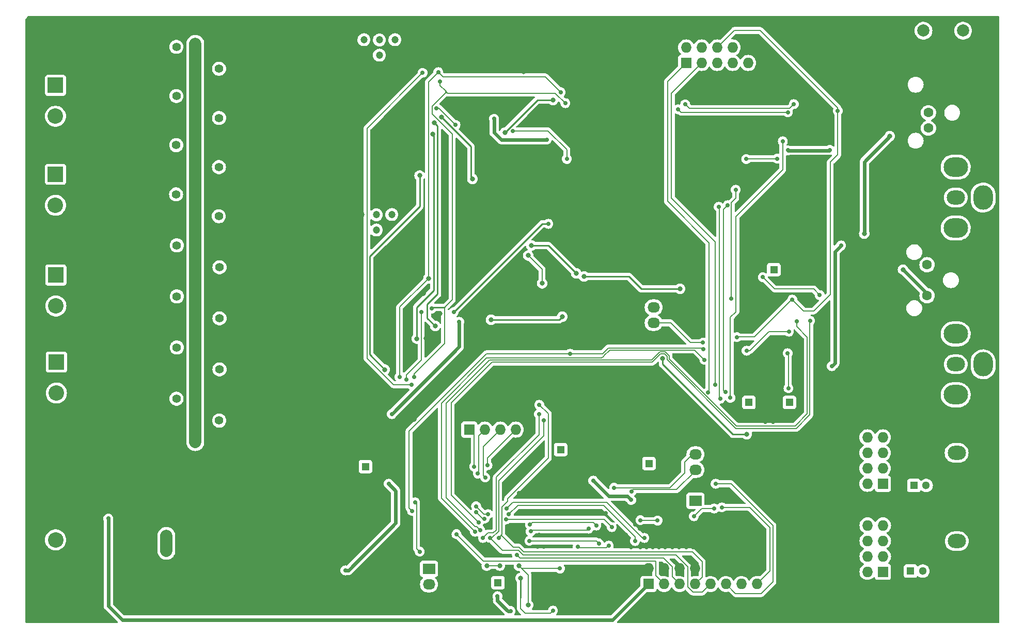
<source format=gbl>
G04 #@! TF.GenerationSoftware,KiCad,Pcbnew,7.0.1*
G04 #@! TF.CreationDate,2024-01-30T15:52:28+01:00*
G04 #@! TF.ProjectId,smd_aio,736d645f-6169-46f2-9e6b-696361645f70,rev?*
G04 #@! TF.SameCoordinates,Original*
G04 #@! TF.FileFunction,Copper,L2,Bot*
G04 #@! TF.FilePolarity,Positive*
%FSLAX46Y46*%
G04 Gerber Fmt 4.6, Leading zero omitted, Abs format (unit mm)*
G04 Created by KiCad (PCBNEW 7.0.1) date 2024-01-30 15:52:28*
%MOMM*%
%LPD*%
G01*
G04 APERTURE LIST*
G04 #@! TA.AperFunction,ComponentPad*
%ADD10C,1.200000*%
G04 #@! TD*
G04 #@! TA.AperFunction,ComponentPad*
%ADD11R,1.300000X1.300000*%
G04 #@! TD*
G04 #@! TA.AperFunction,ComponentPad*
%ADD12C,1.300000*%
G04 #@! TD*
G04 #@! TA.AperFunction,ComponentPad*
%ADD13O,3.000000X2.300000*%
G04 #@! TD*
G04 #@! TA.AperFunction,ComponentPad*
%ADD14O,4.000000X3.200000*%
G04 #@! TD*
G04 #@! TA.AperFunction,ComponentPad*
%ADD15O,3.200000X4.000000*%
G04 #@! TD*
G04 #@! TA.AperFunction,ComponentPad*
%ADD16C,1.400000*%
G04 #@! TD*
G04 #@! TA.AperFunction,ComponentPad*
%ADD17R,2.032000X1.727200*%
G04 #@! TD*
G04 #@! TA.AperFunction,ComponentPad*
%ADD18O,2.032000X1.727200*%
G04 #@! TD*
G04 #@! TA.AperFunction,ComponentPad*
%ADD19R,1.727200X1.727200*%
G04 #@! TD*
G04 #@! TA.AperFunction,ComponentPad*
%ADD20O,1.727200X1.727200*%
G04 #@! TD*
G04 #@! TA.AperFunction,ComponentPad*
%ADD21R,2.540000X2.540000*%
G04 #@! TD*
G04 #@! TA.AperFunction,ComponentPad*
%ADD22C,2.540000*%
G04 #@! TD*
G04 #@! TA.AperFunction,ComponentPad*
%ADD23C,1.600000*%
G04 #@! TD*
G04 #@! TA.AperFunction,ComponentPad*
%ADD24C,2.000000*%
G04 #@! TD*
G04 #@! TA.AperFunction,ViaPad*
%ADD25C,0.800000*%
G04 #@! TD*
G04 #@! TA.AperFunction,ViaPad*
%ADD26C,0.700000*%
G04 #@! TD*
G04 #@! TA.AperFunction,ViaPad*
%ADD27C,1.600000*%
G04 #@! TD*
G04 #@! TA.AperFunction,Conductor*
%ADD28C,0.200000*%
G04 #@! TD*
G04 #@! TA.AperFunction,Conductor*
%ADD29C,0.600000*%
G04 #@! TD*
G04 #@! TA.AperFunction,Conductor*
%ADD30C,2.000000*%
G04 #@! TD*
G04 #@! TA.AperFunction,Conductor*
%ADD31C,0.280000*%
G04 #@! TD*
G04 #@! TA.AperFunction,Conductor*
%ADD32C,0.250000*%
G04 #@! TD*
G04 #@! TA.AperFunction,Conductor*
%ADD33C,0.256000*%
G04 #@! TD*
G04 APERTURE END LIST*
D10*
X78994000Y-49784000D03*
X76454000Y-52324000D03*
X76454000Y-49824000D03*
X73914000Y-49784000D03*
X79502000Y-21082000D03*
X76962000Y-23622000D03*
X76962000Y-21122000D03*
X74422000Y-21082000D03*
D11*
X74676000Y-91186000D03*
D12*
X74676000Y-89186000D03*
D11*
X96401000Y-110213000D03*
D12*
X98401000Y-110213000D03*
D11*
X121158000Y-90678000D03*
D12*
X123158000Y-90678000D03*
D11*
X106680000Y-88392000D03*
D12*
X108680000Y-88392000D03*
D11*
X164601000Y-94263000D03*
D12*
X166601000Y-94263000D03*
D11*
X164051000Y-108313000D03*
D12*
X166051000Y-108313000D03*
D11*
X141626000Y-58838000D03*
D12*
X141626000Y-56838000D03*
D11*
X137551000Y-80613000D03*
D12*
X137551000Y-82613000D03*
D11*
X144201000Y-80613000D03*
D12*
X144201000Y-82613000D03*
D13*
X171601000Y-88913000D03*
D14*
X171601000Y-83913000D03*
D15*
X176101000Y-88913000D03*
D14*
X171601000Y-93913000D03*
D13*
X171626000Y-103413000D03*
D14*
X171626000Y-98413000D03*
D15*
X176126000Y-103413000D03*
D14*
X171626000Y-108413000D03*
D16*
X50626000Y-50063000D03*
X43626000Y-46463000D03*
X50651000Y-41988000D03*
X43651000Y-38388000D03*
X50670000Y-33930000D03*
X43670000Y-30330000D03*
X50670000Y-25850000D03*
X43670000Y-22250000D03*
X50688000Y-83610000D03*
X43688000Y-80010000D03*
X50744000Y-75206000D03*
X43744000Y-71606000D03*
X50744000Y-66824000D03*
X43744000Y-63224000D03*
X50744000Y-58442000D03*
X43744000Y-54842000D03*
D17*
X128778000Y-96774000D03*
D18*
X128778000Y-94234000D03*
X128778000Y-91694000D03*
X128778000Y-89154000D03*
D17*
X85090000Y-107950000D03*
D18*
X85090000Y-110490000D03*
X85090000Y-113030000D03*
D19*
X127254000Y-24892000D03*
D20*
X127254000Y-22352000D03*
X129794000Y-24892000D03*
X129794000Y-22352000D03*
X132334000Y-24892000D03*
X132334000Y-22352000D03*
X134874000Y-24892000D03*
X134874000Y-22352000D03*
X137414000Y-24892000D03*
X137414000Y-22352000D03*
D19*
X121076000Y-110438000D03*
D20*
X121076000Y-107898000D03*
X123616000Y-110438000D03*
X123616000Y-107898000D03*
X126156000Y-110438000D03*
X126156000Y-107898000D03*
X128696000Y-110438000D03*
X128696000Y-107898000D03*
X131236000Y-110438000D03*
X131236000Y-107898000D03*
X133776000Y-110438000D03*
X133776000Y-107898000D03*
X136316000Y-110438000D03*
X136316000Y-107898000D03*
X138856000Y-110438000D03*
X138856000Y-107898000D03*
D19*
X159512000Y-93980000D03*
D20*
X156972000Y-93980000D03*
X159512000Y-91440000D03*
X156972000Y-91440000D03*
X159512000Y-88900000D03*
X156972000Y-88900000D03*
X159512000Y-86360000D03*
X156972000Y-86360000D03*
D19*
X159526000Y-108438000D03*
D20*
X156986000Y-108438000D03*
X159526000Y-105898000D03*
X156986000Y-105898000D03*
X159526000Y-103358000D03*
X156986000Y-103358000D03*
X159526000Y-100818000D03*
X156986000Y-100818000D03*
D21*
X23851000Y-43173000D03*
D22*
X23851000Y-48253000D03*
D21*
X23851000Y-28573000D03*
D22*
X23851000Y-33653000D03*
D23*
X166976000Y-30523000D03*
X166976000Y-33063000D03*
X166976000Y-35603000D03*
X166751000Y-58023000D03*
X166751000Y-60563000D03*
X166751000Y-63103000D03*
D21*
X23870000Y-98110000D03*
D22*
X23870000Y-103190000D03*
D21*
X24001000Y-74003000D03*
D22*
X24001000Y-79083000D03*
D21*
X23921000Y-59713000D03*
D22*
X23921000Y-64793000D03*
D24*
X172668000Y-24094000D03*
X166168000Y-24094000D03*
X172668000Y-19594000D03*
X166168000Y-19594000D03*
D11*
X42000000Y-102500000D03*
D12*
X42000000Y-110000000D03*
D19*
X91694000Y-85090000D03*
D20*
X91694000Y-82550000D03*
X94234000Y-85090000D03*
X94234000Y-82550000D03*
X96774000Y-85090000D03*
X96774000Y-82550000D03*
X99314000Y-85090000D03*
X99314000Y-82550000D03*
D13*
X171450000Y-47000000D03*
D14*
X171450000Y-42000000D03*
D15*
X175950000Y-47000000D03*
D14*
X171450000Y-52000000D03*
D13*
X171450000Y-74375000D03*
D14*
X171450000Y-69375000D03*
D15*
X175950000Y-74375000D03*
D14*
X171450000Y-79375000D03*
D17*
X121920000Y-70104000D03*
D18*
X121920000Y-67564000D03*
X121920000Y-65024000D03*
D25*
X101346000Y-56515000D03*
X103632000Y-61087000D03*
D26*
X129413000Y-104394000D03*
X128397000Y-104394000D03*
X127254000Y-104394000D03*
X126111000Y-104394000D03*
X124968000Y-104394000D03*
X123825000Y-104394000D03*
X122809000Y-104394000D03*
X118237000Y-104394000D03*
X119761000Y-104394000D03*
X120777000Y-104394000D03*
X121793000Y-104394000D03*
D27*
X42000000Y-105000000D03*
D26*
X108204000Y-72644000D03*
X144653000Y-63754000D03*
X82310000Y-98440000D03*
X152101000Y-32763000D03*
X135542474Y-69917476D03*
X130048000Y-71882000D03*
X133096000Y-101854000D03*
X94996000Y-101092000D03*
X142494000Y-101854000D03*
D25*
X100838000Y-86360000D03*
X73914000Y-93726000D03*
D26*
X135382000Y-101854000D03*
X94742000Y-97282000D03*
D25*
X89662000Y-87122000D03*
D26*
X137414000Y-101854000D03*
X129794000Y-101854000D03*
D25*
X105156000Y-22606000D03*
D26*
X144018000Y-96012000D03*
X145796000Y-92202000D03*
D25*
X100838000Y-80264000D03*
D26*
X138430000Y-101854000D03*
X132080000Y-101854000D03*
X119634000Y-101346000D03*
X143510000Y-101854000D03*
D25*
X45466000Y-109474000D03*
X121158000Y-36576000D03*
X108204000Y-22606000D03*
X132588000Y-36322000D03*
D26*
X145796000Y-90170000D03*
D25*
X100572000Y-26345929D03*
X37592000Y-77470000D03*
X82654669Y-83416669D03*
D26*
X94280000Y-111110000D03*
X101854000Y-98552000D03*
X97790000Y-108458000D03*
D25*
X89662000Y-84582000D03*
D26*
X120904000Y-101854000D03*
X145796000Y-87884000D03*
X139700000Y-101854000D03*
X140208000Y-83820000D03*
X144780000Y-94742000D03*
X157734000Y-84328000D03*
D25*
X86360000Y-104648000D03*
D26*
X84836000Y-95758000D03*
X152400000Y-84328000D03*
X128524000Y-101854000D03*
D25*
X38500000Y-111000000D03*
X91567000Y-59690000D03*
D26*
X141478000Y-83820000D03*
X153924000Y-84328000D03*
D25*
X140208000Y-65532000D03*
X101092000Y-83820000D03*
D26*
X144018000Y-99568000D03*
X144018000Y-98552000D03*
D25*
X101092000Y-85090000D03*
D26*
X127254000Y-101854000D03*
X149098000Y-84328000D03*
D25*
X82550000Y-53848000D03*
X38608000Y-30226000D03*
X54864000Y-111760000D03*
D26*
X140208000Y-80137000D03*
X100330000Y-103378000D03*
D25*
X100330000Y-59436000D03*
X87630000Y-44323000D03*
D26*
X90885660Y-113280000D03*
D25*
X68072000Y-83058000D03*
D26*
X114300000Y-102108000D03*
X99862203Y-95544203D03*
X110020000Y-34370000D03*
D25*
X37592000Y-75692000D03*
D26*
X123444000Y-101854000D03*
X103124000Y-102362000D03*
D25*
X37846000Y-62992000D03*
X66548000Y-93726000D03*
D26*
X144018000Y-97282000D03*
D25*
X102108000Y-90170000D03*
D26*
X118872000Y-100652000D03*
D25*
X136779000Y-68961000D03*
X37592000Y-43434000D03*
X116332000Y-29972000D03*
X56896000Y-110744000D03*
D26*
X160782000Y-84328000D03*
X122174000Y-101854000D03*
X145796000Y-85598000D03*
D25*
X37592000Y-44704000D03*
D26*
X147320000Y-84328000D03*
X144018000Y-100838000D03*
D25*
X38500000Y-109500000D03*
X90932000Y-87122000D03*
X91440000Y-68834000D03*
X38354000Y-29210000D03*
X53086000Y-110744000D03*
D26*
X103886000Y-104318000D03*
X114046000Y-98806000D03*
X141478000Y-80137000D03*
X163830000Y-84328000D03*
D25*
X86868000Y-66040000D03*
D26*
X136398000Y-101854000D03*
X134112000Y-101854000D03*
X102870000Y-104318000D03*
X119634000Y-98552000D03*
D25*
X37846000Y-61722000D03*
D26*
X131064000Y-101854000D03*
D25*
X89662000Y-83312000D03*
X84206670Y-62738000D03*
D26*
X117348000Y-102362000D03*
X92070000Y-103300000D03*
X90172220Y-100660641D03*
X145796000Y-93980000D03*
D25*
X127000000Y-73406000D03*
X45500000Y-111000000D03*
D26*
X124714000Y-101854000D03*
X150876000Y-84328000D03*
X159258000Y-84328000D03*
D25*
X89662000Y-85852000D03*
D26*
X98044000Y-101092000D03*
D25*
X84582000Y-70104000D03*
X125730000Y-60198000D03*
D26*
X125984000Y-101854000D03*
X162560000Y-84328000D03*
X155448000Y-84328000D03*
X95756008Y-34048000D03*
X150801000Y-39163000D03*
X152654000Y-54864000D03*
X143951000Y-39238000D03*
X96326000Y-112438000D03*
X151130000Y-74676000D03*
X112014014Y-93472000D03*
X90054000Y-67394000D03*
X78466000Y-93980000D03*
X78994000Y-82549990D03*
X118237000Y-96647000D03*
X98451000Y-114870000D03*
X71374000Y-108204000D03*
X104394002Y-37488000D03*
D25*
X46776000Y-21738000D03*
X46775988Y-87150500D03*
X46776000Y-53313000D03*
D26*
X143900000Y-72550000D03*
X144025000Y-78300000D03*
X32512000Y-99695000D03*
D25*
X156451000Y-52913000D03*
X162801000Y-58813000D03*
X160651000Y-36913000D03*
D26*
X118294478Y-95246586D03*
X101651000Y-100713000D03*
X112522000Y-100838000D03*
X115449697Y-94624529D03*
X101751000Y-101813000D03*
X111252000Y-101345992D03*
D25*
X94553530Y-107430000D03*
X96701000Y-107430000D03*
D26*
X122568215Y-100014000D03*
X106566757Y-107888000D03*
X119749905Y-99952000D03*
D25*
X99822000Y-107441994D03*
D26*
X130810000Y-78994000D03*
X109478046Y-104318000D03*
X114554000Y-104140000D03*
D25*
X101350000Y-113900000D03*
D26*
X132025387Y-77724000D03*
D25*
X100101000Y-109463000D03*
D26*
X132080000Y-93980000D03*
X105410000Y-114808008D03*
X89600000Y-102250000D03*
X99503182Y-105630818D03*
X86868000Y-27940000D03*
X127100010Y-31700000D03*
X85505706Y-65216527D03*
X103166000Y-81026000D03*
X107442000Y-31496000D03*
X96544492Y-102894508D03*
X82680000Y-76454000D03*
X144901000Y-31663000D03*
D25*
X85000004Y-60243339D03*
D26*
X143918313Y-33000010D03*
X103886000Y-83566000D03*
X86614000Y-26416000D03*
X125960442Y-32514215D03*
X80264000Y-76454000D03*
X106680002Y-29696000D03*
X95076000Y-102867880D03*
X142201000Y-40613000D03*
X137101000Y-40663000D03*
X92515416Y-91153757D03*
X93097729Y-92304092D03*
X94298621Y-92939299D03*
X94680000Y-90932000D03*
X132841998Y-80010000D03*
X115062000Y-101091986D03*
X132588000Y-48514000D03*
X131826000Y-98044000D03*
X97728000Y-99822000D03*
X128524008Y-99314000D03*
X134073500Y-48256355D03*
X133096000Y-97864098D03*
X133674000Y-78924000D03*
X98834980Y-36068000D03*
X107696000Y-40663000D03*
X89443260Y-35056740D03*
X86257664Y-32312987D03*
X89154000Y-65786000D03*
X104648000Y-51308000D03*
X134651000Y-63613000D03*
X135382000Y-45720000D03*
X137160000Y-72136000D03*
X92621609Y-101857457D03*
X130274844Y-73648000D03*
X144101000Y-69013000D03*
X84026000Y-26513000D03*
X93930000Y-102880000D03*
X103124000Y-82550004D03*
X82220672Y-77724000D03*
X134496000Y-79881125D03*
X112924542Y-103763000D03*
X101551000Y-103363000D03*
X143099998Y-37750000D03*
X94749695Y-98962993D03*
X97769325Y-98066676D03*
X120396000Y-102870004D03*
X92813657Y-97671904D03*
X92785559Y-98621491D03*
X118872006Y-103378000D03*
X98185997Y-98989688D03*
X94187772Y-99728987D03*
X93217990Y-100330000D03*
X147574000Y-67213000D03*
X145415000Y-67310000D03*
X93473186Y-101566187D03*
X83820000Y-65786000D03*
X81359383Y-76895113D03*
X82804000Y-97028000D03*
X83566000Y-105117391D03*
D25*
X97536000Y-36322000D03*
X105410000Y-30988000D03*
X83064007Y-70155000D03*
X85707250Y-36593680D03*
X86106000Y-68072000D03*
X85957018Y-34693680D03*
X87122000Y-33782000D03*
X92202000Y-43942000D03*
X77840000Y-75235000D03*
X83551000Y-43388000D03*
D26*
X149150000Y-63000000D03*
X139827000Y-60071000D03*
X130025000Y-70800000D03*
D25*
X109220000Y-59436000D03*
X101854000Y-54864000D03*
X95250000Y-67056000D03*
X106933988Y-66548000D03*
X137160000Y-85852000D03*
X123366669Y-73418000D03*
X126238000Y-61976000D03*
X110490000Y-59944000D03*
D28*
X148150000Y-62000000D02*
X149150000Y-63000000D01*
X141756000Y-62000000D02*
X148150000Y-62000000D01*
X139827000Y-60071000D02*
X141756000Y-62000000D01*
X132725387Y-48651387D02*
X132725387Y-79893389D01*
X132725387Y-79893389D02*
X132841998Y-80010000D01*
X132588000Y-48514000D02*
X132725387Y-48651387D01*
X135382000Y-47117000D02*
X134651000Y-47848000D01*
X135382000Y-45720000D02*
X135382000Y-47117000D01*
X134651000Y-47848000D02*
X134651000Y-63613000D01*
X133401000Y-78651000D02*
X133674000Y-78924000D01*
X133401000Y-48928855D02*
X133401000Y-78651000D01*
X134073500Y-48256355D02*
X133401000Y-48928855D01*
X135584950Y-69875000D02*
X135542474Y-69917476D01*
X138413999Y-69875000D02*
X135584950Y-69875000D01*
X144534999Y-63754000D02*
X138413999Y-69875000D01*
X144653000Y-63754000D02*
X144534999Y-63754000D01*
X152101000Y-39963000D02*
X152101000Y-32763000D01*
X148151001Y-65625000D02*
X150876000Y-62900001D01*
X146524000Y-65625000D02*
X148151001Y-65625000D01*
X150876000Y-62900001D02*
X150876000Y-41188000D01*
X150876000Y-41188000D02*
X152101000Y-39963000D01*
X144653000Y-63754000D02*
X146524000Y-65625000D01*
X92936999Y-101030000D02*
X93473186Y-101566187D01*
X92674050Y-101030000D02*
X92936999Y-101030000D01*
X87884000Y-96239950D02*
X92674050Y-101030000D01*
X87884000Y-80772000D02*
X87884000Y-96239950D01*
X94984000Y-73672000D02*
X87884000Y-80772000D01*
X121588146Y-73672000D02*
X94984000Y-73672000D01*
X122920146Y-72340000D02*
X121588146Y-73672000D01*
X123813192Y-72340000D02*
X122920146Y-72340000D01*
X124444669Y-72971477D02*
X123813192Y-72340000D01*
X124444669Y-73479477D02*
X124444669Y-72971477D01*
X135473192Y-84508000D02*
X124444669Y-73479477D01*
X145108000Y-84508000D02*
X135473192Y-84508000D01*
X147120000Y-82496000D02*
X145108000Y-84508000D01*
X145415000Y-68199000D02*
X147120000Y-69904000D01*
X145415000Y-67310000D02*
X145415000Y-68199000D01*
X147120000Y-69904000D02*
X147120000Y-82496000D01*
D29*
X32512000Y-114046000D02*
X34798000Y-116332000D01*
X32512000Y-99695000D02*
X32512000Y-114046000D01*
X115182000Y-116332000D02*
X121076000Y-110438000D01*
X34798000Y-116332000D02*
X115182000Y-116332000D01*
D28*
X103632000Y-58801000D02*
X103632000Y-61087000D01*
X101346000Y-56515000D02*
X103632000Y-58801000D01*
D30*
X42037000Y-105009000D02*
X42037000Y-102509000D01*
D31*
X83551000Y-48449000D02*
X83551000Y-43388000D01*
X75370000Y-56630000D02*
X83551000Y-48449000D01*
X77840000Y-75235000D02*
X75370000Y-72765000D01*
X75370000Y-72765000D02*
X75370000Y-56630000D01*
D28*
X94488000Y-72644000D02*
X113538000Y-72644000D01*
X82310000Y-98440000D02*
X81808000Y-97938000D01*
X81808000Y-97938000D02*
X81808000Y-85324000D01*
X139390974Y-19558000D02*
X135128000Y-19558000D01*
X152101000Y-32763000D02*
X152101000Y-32268026D01*
X129850000Y-71684000D02*
X130048000Y-71882000D01*
X152101000Y-32268026D02*
X139390974Y-19558000D01*
X114498000Y-71684000D02*
X129850000Y-71684000D01*
X135128000Y-19558000D02*
X132334000Y-22352000D01*
X81808000Y-85324000D02*
X94488000Y-72644000D01*
X113566000Y-72616000D02*
X114498000Y-71684000D01*
D29*
X98033009Y-114870000D02*
X98451000Y-114870000D01*
X72136000Y-107950000D02*
X79637532Y-100448468D01*
X79637532Y-100448468D02*
X79637532Y-95151532D01*
X72136000Y-107950000D02*
X71882000Y-108204000D01*
X112014014Y-93472000D02*
X114554014Y-96012000D01*
X71882000Y-108204000D02*
X71374000Y-108204000D01*
X150714000Y-39250000D02*
X150801000Y-39163000D01*
X96326000Y-112438000D02*
X96326000Y-113162991D01*
X151638000Y-74168000D02*
X151130000Y-74676000D01*
X104394002Y-37488000D02*
X96924000Y-37488000D01*
X79637532Y-95151532D02*
X78466000Y-93980000D01*
X143963000Y-39250000D02*
X150714000Y-39250000D01*
X152654000Y-54864000D02*
X151638000Y-55880000D01*
X90054000Y-71490000D02*
X90054000Y-67394000D01*
X96326000Y-113162991D02*
X98033009Y-114870000D01*
X78994010Y-82549990D02*
X90054000Y-71490000D01*
X117602000Y-96012000D02*
X118237000Y-96647000D01*
X96924000Y-37488000D02*
X95756008Y-36320008D01*
X95756008Y-36320008D02*
X95756008Y-34048000D01*
X151638000Y-55880000D02*
X151638000Y-74168000D01*
X143951000Y-39238000D02*
X143963000Y-39250000D01*
X114554014Y-96012000D02*
X117602000Y-96012000D01*
D30*
X46776000Y-53313000D02*
X46776000Y-21738000D01*
X46776000Y-79163000D02*
X46776000Y-53313000D01*
X46776000Y-79163000D02*
X46776000Y-87150488D01*
X46776000Y-87150488D02*
X46775988Y-87150500D01*
D28*
X143900000Y-72550000D02*
X144025000Y-72675000D01*
X144025000Y-72675000D02*
X144025000Y-78300000D01*
D29*
X160651000Y-36913000D02*
X156451000Y-41113000D01*
X156451000Y-41113000D02*
X156451000Y-52913000D01*
X162801000Y-58813000D02*
X166751000Y-62763000D01*
D32*
X166751000Y-62763000D02*
X166751000Y-63103000D01*
D28*
X125671871Y-94952529D02*
X118588535Y-94952529D01*
X101651000Y-100713000D02*
X102034000Y-100330000D01*
X118588535Y-94952529D02*
X118294478Y-95246586D01*
X128778000Y-91846400D02*
X125671871Y-94952529D01*
X112014000Y-100330000D02*
X112522000Y-100838000D01*
X102034000Y-100330000D02*
X112014000Y-100330000D01*
X128778000Y-91694000D02*
X128778000Y-91846400D01*
X124577471Y-94624529D02*
X115449697Y-94624529D01*
X127000000Y-90424000D02*
X127000000Y-92202000D01*
X127000000Y-92202000D02*
X124577471Y-94624529D01*
X101751000Y-101813000D02*
X101995000Y-101569000D01*
X101995000Y-101569000D02*
X111028992Y-101569000D01*
X128524000Y-88900000D02*
X127000000Y-90424000D01*
X128778000Y-89154000D02*
X128524000Y-88900000D01*
X111028992Y-101569000D02*
X111252000Y-101345992D01*
X96701000Y-107430000D02*
X94553530Y-107430000D01*
X131002000Y-54414000D02*
X131002000Y-78802000D01*
X114554000Y-104140000D02*
X114191950Y-104502050D01*
X101350000Y-108969994D02*
X99822000Y-107441994D01*
X109662096Y-104502050D02*
X109478046Y-104318000D01*
X124206000Y-27940000D02*
X124206000Y-47618000D01*
X131002000Y-78802000D02*
X130810000Y-78994000D01*
X119811905Y-100014000D02*
X119749905Y-99952000D01*
X106566757Y-107888000D02*
X100268006Y-107888000D01*
X127254000Y-24892000D02*
X124206000Y-27940000D01*
X100268006Y-107888000D02*
X99822000Y-107441994D01*
X122568215Y-100014000D02*
X119811905Y-100014000D01*
X114191950Y-104502050D02*
X109662096Y-104502050D01*
X101350000Y-113900000D02*
X101350000Y-108969994D01*
X124206000Y-47618000D02*
X131002000Y-54414000D01*
X134620000Y-93980000D02*
X132080000Y-93980000D01*
X139551000Y-112013000D02*
X141478000Y-110086000D01*
X104976008Y-115242000D02*
X105410000Y-114808008D01*
X129794000Y-24892000D02*
X124827401Y-29858599D01*
X132025387Y-54237387D02*
X132025387Y-77724000D01*
X141478000Y-110086000D02*
X141478000Y-100838000D01*
X124827401Y-29858599D02*
X124827401Y-47039401D01*
X135351000Y-112013000D02*
X139551000Y-112013000D01*
X100100006Y-114512006D02*
X100830000Y-115242000D01*
X141478000Y-100838000D02*
X134620000Y-93980000D01*
X133776000Y-110438000D02*
X135351000Y-112013000D01*
D32*
X100101000Y-112699006D02*
X100100006Y-112700000D01*
D28*
X124827401Y-47039401D02*
X132025387Y-54237387D01*
X100100006Y-112700000D02*
X100100006Y-114512006D01*
D32*
X100101000Y-109463000D02*
X100101000Y-112699006D01*
D28*
X100830000Y-115242000D02*
X104976008Y-115242000D01*
X122239600Y-109061600D02*
X122239600Y-106745600D01*
X123616000Y-110438000D02*
X122239600Y-109061600D01*
X122174000Y-106680000D02*
X94030000Y-106680000D01*
X122239600Y-106745600D02*
X122174000Y-106680000D01*
X94030000Y-106680000D02*
X89600000Y-102250000D01*
X124968000Y-107604421D02*
X123535579Y-106172000D01*
X123535579Y-106172000D02*
X100044364Y-106172000D01*
X100044364Y-106172000D02*
X99503182Y-105630818D01*
X124968000Y-109250000D02*
X124968000Y-107604421D01*
X126156000Y-110438000D02*
X124968000Y-109250000D01*
X97967560Y-96878491D02*
X97967560Y-96448896D01*
X97028000Y-102245906D02*
X97028000Y-97818051D01*
D31*
X87642000Y-65024000D02*
X85698233Y-65024000D01*
D28*
X127114002Y-31649998D02*
X127101000Y-31663000D01*
X88100000Y-29812000D02*
X88138000Y-29850000D01*
X128270000Y-105156000D02*
X129859600Y-106745600D01*
X87788000Y-29812000D02*
X88100000Y-29812000D01*
X87642000Y-65024000D02*
X87642000Y-70957091D01*
X127814004Y-32350000D02*
X127114002Y-31649998D01*
X100584000Y-105156000D02*
X128270000Y-105156000D01*
X98922094Y-104394000D02*
X99822000Y-104394000D01*
X99822000Y-104394000D02*
X100584000Y-105156000D01*
X96901000Y-102372906D02*
X96901000Y-102538000D01*
X82680000Y-75919091D02*
X82680000Y-76454000D01*
X144214000Y-32350000D02*
X127814004Y-32350000D01*
X144901000Y-31663000D02*
X144214000Y-32350000D01*
X87642000Y-70957091D02*
X82680000Y-75919091D01*
X88138000Y-29850000D02*
X105796000Y-29850000D01*
X87788000Y-29812000D02*
X87788000Y-29500000D01*
X88912000Y-63754000D02*
X87642000Y-65024000D01*
X96901000Y-102372906D02*
X98922094Y-104394000D01*
X104648000Y-89768456D02*
X104648000Y-82508000D01*
X96901000Y-102372906D02*
X97028000Y-102245906D01*
X127101000Y-31663000D02*
X127101000Y-31699010D01*
X105796000Y-29850000D02*
X107442000Y-31496000D01*
D31*
X85698233Y-65024000D02*
X85505706Y-65216527D01*
D28*
X104648000Y-82508000D02*
X103166000Y-81026000D01*
X87788000Y-29500000D02*
X86868000Y-28580000D01*
X129859600Y-109274400D02*
X128696000Y-110438000D01*
X87788000Y-29812000D02*
X85598000Y-32002000D01*
X88912000Y-36588000D02*
X88912000Y-63754000D01*
X87788000Y-29500000D02*
X88138000Y-29850000D01*
X85598000Y-33274000D02*
X88912000Y-36588000D01*
X97967560Y-96448896D02*
X104648000Y-89768456D01*
X127101000Y-31699010D02*
X127100010Y-31700000D01*
X85598000Y-32002000D02*
X85598000Y-33274000D01*
X97028000Y-97818051D02*
X97967560Y-96878491D01*
X96901000Y-102538000D02*
X96544492Y-102894508D01*
X129859600Y-106745600D02*
X129859600Y-109274400D01*
X86868000Y-28580000D02*
X86868000Y-27940000D01*
X96517711Y-93474289D02*
X103886000Y-86106000D01*
X96517711Y-101742933D02*
X96517711Y-93474289D01*
X86614010Y-26416000D02*
X86614000Y-26416000D01*
X104161992Y-27177990D02*
X87376000Y-27177990D01*
X80264000Y-64979339D02*
X85000000Y-60243339D01*
X85000000Y-60243339D02*
X85000000Y-28030000D01*
X100526314Y-105664000D02*
X99764314Y-104902000D01*
X126446237Y-33000010D02*
X143423339Y-33000010D01*
X129914000Y-111760000D02*
X128372421Y-111760000D01*
X128372421Y-111760000D02*
X127508000Y-110895579D01*
X125567579Y-105664000D02*
X100526314Y-105664000D01*
X125960442Y-32514215D02*
X126446237Y-33000010D01*
X106680002Y-29696000D02*
X104161992Y-27177990D01*
X127508000Y-107604421D02*
X125567579Y-105664000D01*
X99764314Y-104902000D02*
X97110120Y-104902000D01*
X87376000Y-27177990D02*
X86614010Y-26416000D01*
X97110120Y-104902000D02*
X95076000Y-102867880D01*
X95076000Y-102867880D02*
X95392764Y-102867880D01*
X103886000Y-86106000D02*
X103886000Y-83566000D01*
X85000000Y-28030000D02*
X86614000Y-26416000D01*
X80264000Y-76454000D02*
X80264000Y-64979339D01*
X143423339Y-33000010D02*
X143918313Y-33000010D01*
X95392764Y-102867880D02*
X96517711Y-101742933D01*
X131236000Y-110438000D02*
X129914000Y-111760000D01*
X127508000Y-110895579D02*
X127508000Y-107604421D01*
X137101000Y-40663000D02*
X137151000Y-40613000D01*
X137151000Y-40613000D02*
X142201000Y-40613000D01*
X92515416Y-85911416D02*
X92515416Y-91153757D01*
X91694000Y-85090000D02*
X92515416Y-85911416D01*
X93206000Y-86118000D02*
X93206000Y-92195821D01*
X93206000Y-92195821D02*
X93097729Y-92304092D01*
X94234000Y-85090000D02*
X93206000Y-86118000D01*
X96774000Y-85090000D02*
X93980000Y-87884000D01*
X93980000Y-87884000D02*
X93980000Y-92620678D01*
X93980000Y-92620678D02*
X94298621Y-92939299D01*
X99314000Y-85090000D02*
X94680000Y-89724000D01*
X94680000Y-89724000D02*
X94680000Y-90932000D01*
X115062000Y-101091986D02*
X113792014Y-99822000D01*
X129794008Y-98044000D02*
X131826000Y-98044000D01*
X128524008Y-99314000D02*
X129794008Y-98044000D01*
X113792014Y-99822000D02*
X97728000Y-99822000D01*
X133096004Y-97864094D02*
X133096000Y-97864098D01*
X137664094Y-97864094D02*
X133096004Y-97864094D01*
X140970000Y-108324000D02*
X140970000Y-101170000D01*
X140970000Y-101170000D02*
X137664094Y-97864094D01*
X138856000Y-110438000D02*
X140970000Y-108324000D01*
X107696000Y-39142046D02*
X104621954Y-36068000D01*
X86257664Y-32312987D02*
X86713648Y-32312987D01*
X86713648Y-32312987D02*
X89443260Y-35042599D01*
X104621954Y-36068000D02*
X98834980Y-36068000D01*
X89443260Y-35042599D02*
X89443260Y-35056740D01*
X107696000Y-40663000D02*
X107696000Y-39142046D01*
D32*
X89154000Y-65786000D02*
X103632000Y-51308000D01*
X103632000Y-51308000D02*
X104648000Y-51308000D01*
D28*
X113403685Y-73344000D02*
X113703685Y-73044000D01*
X92621609Y-101857457D02*
X87122000Y-96357848D01*
X137668000Y-72136000D02*
X137160000Y-72136000D01*
X87122000Y-80772000D02*
X94550000Y-73344000D01*
X144101000Y-69013000D02*
X140791000Y-69013000D01*
X114735685Y-72012000D02*
X128638844Y-72012000D01*
X128638844Y-72012000D02*
X130274844Y-73648000D01*
X87122000Y-96357848D02*
X87122000Y-80772000D01*
X94550000Y-73344000D02*
X113403685Y-73344000D01*
X140791000Y-69013000D02*
X137668000Y-72136000D01*
X113731685Y-73016000D02*
X114735685Y-72012000D01*
X74930000Y-73405996D02*
X79248004Y-77724000D01*
X93930000Y-102880000D02*
X94764000Y-102046000D01*
X96117711Y-92916333D02*
X103124000Y-85910044D01*
X84026000Y-26513000D02*
X74930000Y-35609000D01*
X94764000Y-102046000D02*
X95648959Y-102046000D01*
X74930000Y-35609000D02*
X74930000Y-73405996D01*
X79248004Y-77724000D02*
X82220672Y-77724000D01*
X103124000Y-85910044D02*
X103124000Y-82550004D01*
X96117711Y-101577248D02*
X96117711Y-92916333D01*
X95648959Y-102046000D02*
X96117711Y-101577248D01*
X143099998Y-37750000D02*
X143099998Y-42402000D01*
X135400000Y-50101998D02*
X135400000Y-65760473D01*
X112924542Y-103763000D02*
X112539542Y-103378000D01*
X134496000Y-66664473D02*
X134496000Y-79881125D01*
X101566000Y-103378000D02*
X101551000Y-103363000D01*
X143099998Y-42402000D02*
X135400000Y-50101998D01*
X135400000Y-65760473D02*
X134496000Y-66664473D01*
X112539542Y-103378000D02*
X101566000Y-103378000D01*
X92813657Y-97671904D02*
X94104746Y-98962993D01*
X98808001Y-97028000D02*
X97769325Y-98066676D01*
X120071816Y-102870004D02*
X114229812Y-97028000D01*
X94104746Y-98962993D02*
X94749695Y-98962993D01*
X120396000Y-102870004D02*
X120071816Y-102870004D01*
X114229812Y-97028000D02*
X98808001Y-97028000D01*
X92785559Y-98621491D02*
X93893055Y-99728987D01*
X118872006Y-103378000D02*
X118872006Y-102705490D01*
X99639685Y-97536000D02*
X98185997Y-98989688D01*
X113702516Y-97536000D02*
X99639685Y-97536000D01*
X93893055Y-99728987D02*
X94187772Y-99728987D01*
X118872006Y-102705490D02*
X113702516Y-97536000D01*
X124116669Y-73107339D02*
X123677330Y-72668000D01*
X123677330Y-72668000D02*
X123056008Y-72668000D01*
X147520000Y-82661685D02*
X145273686Y-84908000D01*
X88730000Y-95842010D02*
X93217990Y-100330000D01*
X145273686Y-84908000D02*
X135409330Y-84908000D01*
X123056008Y-72668000D02*
X121724008Y-74000000D01*
X121724008Y-74000000D02*
X95418000Y-74000000D01*
X95418000Y-74000000D02*
X88730000Y-80688000D01*
X88730000Y-80688000D02*
X88730000Y-95842010D01*
X147520000Y-82604000D02*
X147520000Y-82661685D01*
X124116669Y-73615339D02*
X124116669Y-73107339D01*
X135409330Y-84908000D02*
X124116669Y-73615339D01*
X147520010Y-82603990D02*
X147520000Y-82604000D01*
X147574000Y-67213000D02*
X147520010Y-67266990D01*
X147520010Y-67266990D02*
X147520010Y-82603990D01*
X83058000Y-97282000D02*
X83058000Y-104609391D01*
X82804000Y-97028000D02*
X83058000Y-97282000D01*
X81359383Y-76146667D02*
X83820000Y-73686050D01*
X83058000Y-104609391D02*
X83566000Y-105117391D01*
X81359383Y-76895113D02*
X81359383Y-76146667D01*
X83820000Y-73686050D02*
X83820000Y-65786000D01*
D31*
X83064007Y-64987474D02*
X85852000Y-62199481D01*
X105410000Y-30988000D02*
X102870000Y-30988000D01*
X85852000Y-36738430D02*
X85707250Y-36593680D01*
X83064007Y-70155000D02*
X83064007Y-64987474D01*
X102870000Y-30988000D02*
X97536000Y-36322000D01*
X85852000Y-62199481D02*
X85852000Y-36738430D01*
X86497250Y-62824231D02*
X84814000Y-64507481D01*
X85957018Y-34693680D02*
X86497250Y-35233912D01*
X86497250Y-35233912D02*
X86497250Y-62824231D01*
X91948000Y-38608000D02*
X91948000Y-43688000D01*
X87122000Y-33782000D02*
X91948000Y-38608000D01*
X84814000Y-64507481D02*
X84814000Y-66780000D01*
X91948000Y-43688000D02*
X92202000Y-43942000D01*
X84814000Y-66780000D02*
X86106000Y-68072000D01*
D28*
X130025000Y-70800000D02*
X127950000Y-70800000D01*
X127950000Y-70800000D02*
X124714000Y-67564000D01*
X124714000Y-67564000D02*
X121920000Y-67564000D01*
D33*
X109220000Y-59436000D02*
X104648000Y-54864000D01*
X104648000Y-54864000D02*
X101854000Y-54864000D01*
D31*
X106934000Y-66548000D02*
X106426000Y-67056000D01*
X106426000Y-67056000D02*
X95250000Y-67056000D01*
D32*
X137160000Y-85852000D02*
X134874000Y-85852000D01*
X123366669Y-74344669D02*
X123366669Y-73418000D01*
X134874000Y-85852000D02*
X123366669Y-74344669D01*
D33*
X110490000Y-59944000D02*
X117856000Y-59944000D01*
X117856000Y-59944000D02*
X119888000Y-61976000D01*
X119888000Y-61976000D02*
X126238000Y-61976000D01*
G04 #@! TA.AperFunction,Conductor*
G36*
X84391410Y-43896364D02*
G01*
X84431162Y-43941454D01*
X84445500Y-43999829D01*
X84445500Y-59533781D01*
X84437131Y-59578935D01*
X84413137Y-59618090D01*
X84378036Y-59657073D01*
X84304889Y-59738311D01*
X84215078Y-59893868D01*
X84187529Y-59978658D01*
X84159573Y-60064700D01*
X84143242Y-60220080D01*
X84140797Y-60243339D01*
X84141650Y-60251456D01*
X84135113Y-60306685D01*
X84105435Y-60353720D01*
X79880154Y-64579002D01*
X79877063Y-64581990D01*
X79829823Y-64626110D01*
X79808348Y-64661424D01*
X79801092Y-64672085D01*
X79776120Y-64705016D01*
X79769520Y-64721752D01*
X79759967Y-64740985D01*
X79750624Y-64756350D01*
X79739471Y-64796149D01*
X79735362Y-64808368D01*
X79720200Y-64846818D01*
X79718361Y-64864709D01*
X79714350Y-64885811D01*
X79709500Y-64903123D01*
X79709500Y-64944455D01*
X79708839Y-64957339D01*
X79708417Y-64961436D01*
X79704612Y-64998446D01*
X79707668Y-65016166D01*
X79709500Y-65037576D01*
X79709500Y-75818574D01*
X79699909Y-75866793D01*
X79672597Y-75907666D01*
X79631035Y-75949228D01*
X79631036Y-75949228D01*
X79534584Y-76102732D01*
X79474707Y-76273848D01*
X79469373Y-76321185D01*
X79454409Y-76454000D01*
X79474707Y-76634151D01*
X79534584Y-76805268D01*
X79563617Y-76851474D01*
X79638590Y-76970794D01*
X79637233Y-76971646D01*
X79657406Y-77004564D01*
X79662022Y-77063211D01*
X79639509Y-77117561D01*
X79594776Y-77155767D01*
X79537573Y-77169500D01*
X79529875Y-77169500D01*
X79481657Y-77159909D01*
X79440780Y-77132595D01*
X78384158Y-76075973D01*
X78355040Y-76030488D01*
X78347642Y-75976990D01*
X78363320Y-75925308D01*
X78399192Y-75884943D01*
X78414922Y-75873515D01*
X78535113Y-75740029D01*
X78624925Y-75584471D01*
X78680431Y-75413639D01*
X78699207Y-75235000D01*
X78680431Y-75056361D01*
X78624925Y-74885529D01*
X78544870Y-74746871D01*
X78535112Y-74729969D01*
X78414923Y-74596486D01*
X78398241Y-74584366D01*
X78269604Y-74490905D01*
X78105510Y-74417846D01*
X77929812Y-74380500D01*
X77929810Y-74380500D01*
X77878440Y-74380500D01*
X77830222Y-74370909D01*
X77789345Y-74343595D01*
X76001405Y-72555655D01*
X75974091Y-72514778D01*
X75964500Y-72466560D01*
X75964500Y-56928440D01*
X75974091Y-56880222D01*
X76001405Y-56839345D01*
X77976751Y-54863999D01*
X83937988Y-48902760D01*
X83950364Y-48891906D01*
X83975002Y-48873002D01*
X83986225Y-48858376D01*
X83998926Y-48841822D01*
X83998928Y-48841822D01*
X84070295Y-48748815D01*
X84130198Y-48604196D01*
X84131521Y-48594148D01*
X84145500Y-48487966D01*
X84146578Y-48479778D01*
X84146578Y-48479771D01*
X84150629Y-48449000D01*
X84146577Y-48418228D01*
X84145500Y-48401783D01*
X84145500Y-44053138D01*
X84153869Y-44007983D01*
X84177864Y-43968827D01*
X84225864Y-43915518D01*
X84275580Y-43881731D01*
X84335292Y-43874823D01*
X84391410Y-43896364D01*
G37*
G04 #@! TD.AperFunction*
G04 #@! TA.AperFunction,Conductor*
G36*
X85160912Y-61095274D02*
G01*
X85210793Y-61119872D01*
X85245225Y-61163548D01*
X85257500Y-61217793D01*
X85257500Y-61901041D01*
X85247909Y-61949259D01*
X85220595Y-61990136D01*
X82677024Y-64533705D01*
X82664637Y-64544570D01*
X82640004Y-64563472D01*
X82613529Y-64597975D01*
X82613514Y-64597994D01*
X82573461Y-64650191D01*
X82557670Y-64670772D01*
X82556167Y-64672731D01*
X82544711Y-64687659D01*
X82484808Y-64832278D01*
X82468429Y-64956696D01*
X82468429Y-64956703D01*
X82464378Y-64987474D01*
X82468429Y-65018245D01*
X82469507Y-65034691D01*
X82469507Y-69489862D01*
X82461138Y-69535017D01*
X82437143Y-69574172D01*
X82429460Y-69582704D01*
X82368892Y-69649972D01*
X82279081Y-69805529D01*
X82242561Y-69917929D01*
X82223576Y-69976361D01*
X82204800Y-70155000D01*
X82223576Y-70333639D01*
X82223577Y-70333642D01*
X82279081Y-70504470D01*
X82368894Y-70660030D01*
X82462793Y-70764315D01*
X82489085Y-70793515D01*
X82634403Y-70899095D01*
X82798497Y-70972154D01*
X82974195Y-71009500D01*
X82974197Y-71009500D01*
X83139500Y-71009500D01*
X83202500Y-71026381D01*
X83248619Y-71072500D01*
X83265500Y-71135500D01*
X83265500Y-73404179D01*
X83255909Y-73452397D01*
X83228595Y-73493274D01*
X81033595Y-75688273D01*
X80983436Y-75719011D01*
X80924789Y-75723627D01*
X80870439Y-75701114D01*
X80832233Y-75656381D01*
X80818500Y-75599178D01*
X80818500Y-65261210D01*
X80828091Y-65212992D01*
X80855405Y-65172115D01*
X84892777Y-61134744D01*
X84933654Y-61107430D01*
X84981872Y-61097839D01*
X85089814Y-61097839D01*
X85089816Y-61097839D01*
X85105303Y-61094547D01*
X85160912Y-61095274D01*
G37*
G04 #@! TD.AperFunction*
G04 #@! TA.AperFunction,Conductor*
G36*
X84539436Y-67365607D02*
G01*
X84589595Y-67396345D01*
X85213074Y-68019824D01*
X85237705Y-68054674D01*
X85249289Y-68095748D01*
X85265569Y-68250639D01*
X85265570Y-68250642D01*
X85321074Y-68421470D01*
X85410887Y-68577030D01*
X85530495Y-68709868D01*
X85531078Y-68710515D01*
X85676396Y-68816095D01*
X85840490Y-68889154D01*
X86016188Y-68926500D01*
X86195810Y-68926500D01*
X86195812Y-68926500D01*
X86371510Y-68889154D01*
X86535604Y-68816095D01*
X86680922Y-68710515D01*
X86801113Y-68577029D01*
X86840836Y-68508228D01*
X86852381Y-68488232D01*
X86898500Y-68442113D01*
X86961500Y-68425232D01*
X87024500Y-68442113D01*
X87070619Y-68488232D01*
X87087500Y-68551232D01*
X87087500Y-70675220D01*
X87077909Y-70723438D01*
X87050595Y-70764315D01*
X84589595Y-73225315D01*
X84539436Y-73256053D01*
X84480789Y-73260669D01*
X84426439Y-73238156D01*
X84388233Y-73193423D01*
X84374500Y-73136220D01*
X84374500Y-67485440D01*
X84388233Y-67428237D01*
X84426439Y-67383504D01*
X84480789Y-67360991D01*
X84539436Y-67365607D01*
G37*
G04 #@! TD.AperFunction*
G04 #@! TA.AperFunction,Conductor*
G36*
X87024500Y-65635381D02*
G01*
X87070619Y-65681500D01*
X87087500Y-65744500D01*
X87087500Y-67592768D01*
X87070619Y-67655768D01*
X87024500Y-67701887D01*
X86961500Y-67718768D01*
X86898500Y-67701887D01*
X86852381Y-67655768D01*
X86801112Y-67566969D01*
X86680923Y-67433486D01*
X86673698Y-67428237D01*
X86535604Y-67327905D01*
X86371510Y-67254846D01*
X86195812Y-67217500D01*
X86195810Y-67217500D01*
X86144440Y-67217500D01*
X86096222Y-67207909D01*
X86055345Y-67180595D01*
X85445405Y-66570655D01*
X85418091Y-66529778D01*
X85408500Y-66481560D01*
X85408500Y-66149671D01*
X85423101Y-66090795D01*
X85463522Y-66045565D01*
X85520390Y-66024463D01*
X85685857Y-66005820D01*
X85856974Y-65945943D01*
X86010478Y-65849491D01*
X86138670Y-65721299D01*
X86166212Y-65677464D01*
X86211951Y-65634222D01*
X86272900Y-65618500D01*
X86961500Y-65618500D01*
X87024500Y-65635381D01*
G37*
G04 #@! TD.AperFunction*
G04 #@! TA.AperFunction,Conductor*
G36*
X87256686Y-35736288D02*
G01*
X87306845Y-35767026D01*
X88320595Y-36780776D01*
X88347909Y-36821653D01*
X88357500Y-36869871D01*
X88357500Y-63472129D01*
X88347909Y-63520347D01*
X88320595Y-63561224D01*
X87489224Y-64392595D01*
X87448347Y-64419909D01*
X87400129Y-64429500D01*
X86036920Y-64429500D01*
X85979717Y-64415767D01*
X85934984Y-64377561D01*
X85912471Y-64323211D01*
X85917087Y-64264564D01*
X85947822Y-64214407D01*
X86884245Y-63277984D01*
X86896614Y-63267137D01*
X86921252Y-63248233D01*
X86932475Y-63233607D01*
X87016544Y-63124048D01*
X87023596Y-63107023D01*
X87076448Y-62979427D01*
X87088968Y-62884326D01*
X87091750Y-62863197D01*
X87092828Y-62855009D01*
X87092828Y-62855002D01*
X87093431Y-62850419D01*
X87096879Y-62824231D01*
X87092827Y-62793459D01*
X87091750Y-62777014D01*
X87091750Y-35856121D01*
X87105483Y-35798918D01*
X87143689Y-35754185D01*
X87198039Y-35731672D01*
X87256686Y-35736288D01*
G37*
G04 #@! TD.AperFunction*
G04 #@! TA.AperFunction,Conductor*
G36*
X178408306Y-17165522D02*
G01*
X178496085Y-17213659D01*
X178543920Y-17259940D01*
X178561500Y-17324137D01*
X178561500Y-116713500D01*
X178544619Y-116776500D01*
X178498500Y-116822619D01*
X178435500Y-116839500D01*
X116045714Y-116839500D01*
X115988511Y-116825767D01*
X115943778Y-116787561D01*
X115921265Y-116733211D01*
X115925881Y-116674564D01*
X115956619Y-116624405D01*
X120788019Y-111793004D01*
X120828896Y-111765690D01*
X120877114Y-111756099D01*
X121994348Y-111756099D01*
X122025051Y-111753221D01*
X122154373Y-111707969D01*
X122264610Y-111626610D01*
X122345969Y-111516373D01*
X122350446Y-111503580D01*
X122391220Y-111387054D01*
X122391220Y-111387053D01*
X122391221Y-111387051D01*
X122392753Y-111370706D01*
X122418599Y-111305300D01*
X122475476Y-111263935D01*
X122545665Y-111259498D01*
X122607298Y-111293374D01*
X122765501Y-111451577D01*
X122765504Y-111451579D01*
X122765505Y-111451580D01*
X122954432Y-111583869D01*
X123046091Y-111626610D01*
X123163460Y-111681340D01*
X123223153Y-111697334D01*
X123386240Y-111741034D01*
X123616000Y-111761135D01*
X123845760Y-111741034D01*
X124068539Y-111681340D01*
X124277568Y-111583869D01*
X124466495Y-111451580D01*
X124629580Y-111288495D01*
X124761869Y-111099568D01*
X124771804Y-111078260D01*
X124818300Y-111025242D01*
X124886000Y-111005509D01*
X124953700Y-111025242D01*
X125000195Y-111078260D01*
X125010130Y-111099567D01*
X125142422Y-111288498D01*
X125305501Y-111451577D01*
X125305504Y-111451579D01*
X125305505Y-111451580D01*
X125494432Y-111583869D01*
X125586091Y-111626610D01*
X125703460Y-111681340D01*
X125763153Y-111697334D01*
X125926240Y-111741034D01*
X126156000Y-111761135D01*
X126385760Y-111741034D01*
X126608539Y-111681340D01*
X126817568Y-111583869D01*
X127006495Y-111451580D01*
X127054063Y-111404010D01*
X127110544Y-111371401D01*
X127175767Y-111371400D01*
X127232252Y-111404012D01*
X127972097Y-112143857D01*
X127975088Y-112146951D01*
X128019193Y-112194176D01*
X128054501Y-112215647D01*
X128065163Y-112222903D01*
X128085375Y-112238230D01*
X128098100Y-112247880D01*
X128114828Y-112254477D01*
X128134071Y-112264035D01*
X128145522Y-112270998D01*
X128149431Y-112273375D01*
X128189231Y-112284526D01*
X128201446Y-112288634D01*
X128239901Y-112303799D01*
X128257791Y-112305637D01*
X128278888Y-112309647D01*
X128296207Y-112314500D01*
X128337537Y-112314500D01*
X128350421Y-112315160D01*
X128366152Y-112316778D01*
X128391528Y-112319387D01*
X128391528Y-112319386D01*
X128391530Y-112319387D01*
X128409247Y-112316332D01*
X128430658Y-112314500D01*
X129902371Y-112314500D01*
X129906673Y-112314573D01*
X129907997Y-112314618D01*
X129971239Y-112316779D01*
X130011411Y-112306988D01*
X130024053Y-112304585D01*
X130065009Y-112298957D01*
X130081503Y-112291792D01*
X130101857Y-112284947D01*
X130119333Y-112280689D01*
X130155364Y-112260429D01*
X130166894Y-112254702D01*
X130204818Y-112238230D01*
X130218763Y-112226884D01*
X130236528Y-112214792D01*
X130252199Y-112205982D01*
X130281426Y-112176753D01*
X130290999Y-112168115D01*
X130323058Y-112142034D01*
X130333427Y-112127342D01*
X130347265Y-112110914D01*
X130726801Y-111731378D01*
X130783283Y-111698768D01*
X130848506Y-111698769D01*
X131006235Y-111741033D01*
X131006236Y-111741033D01*
X131006240Y-111741034D01*
X131236000Y-111761135D01*
X131465760Y-111741034D01*
X131688539Y-111681340D01*
X131897568Y-111583869D01*
X132086495Y-111451580D01*
X132249580Y-111288495D01*
X132381869Y-111099568D01*
X132391804Y-111078260D01*
X132438300Y-111025242D01*
X132506000Y-111005509D01*
X132573700Y-111025242D01*
X132620195Y-111078260D01*
X132630130Y-111099567D01*
X132762422Y-111288498D01*
X132925501Y-111451577D01*
X132925504Y-111451579D01*
X132925505Y-111451580D01*
X133114432Y-111583869D01*
X133206091Y-111626610D01*
X133323460Y-111681340D01*
X133383153Y-111697334D01*
X133546240Y-111741034D01*
X133776000Y-111761135D01*
X134005760Y-111741034D01*
X134163493Y-111698768D01*
X134228714Y-111698768D01*
X134285199Y-111731380D01*
X134950706Y-112396888D01*
X134953695Y-112399981D01*
X134997772Y-112447176D01*
X135033083Y-112468649D01*
X135043749Y-112475908D01*
X135076679Y-112500879D01*
X135093402Y-112507474D01*
X135112647Y-112517033D01*
X135124906Y-112524487D01*
X135128010Y-112526375D01*
X135167805Y-112537525D01*
X135180024Y-112541634D01*
X135218479Y-112556799D01*
X135236370Y-112558638D01*
X135257467Y-112562647D01*
X135274786Y-112567500D01*
X135316115Y-112567500D01*
X135328998Y-112568160D01*
X135370109Y-112572386D01*
X135387821Y-112569332D01*
X135409230Y-112567500D01*
X139539371Y-112567500D01*
X139543673Y-112567573D01*
X139544997Y-112567618D01*
X139608239Y-112569779D01*
X139648411Y-112559988D01*
X139661053Y-112557585D01*
X139702009Y-112551957D01*
X139718503Y-112544792D01*
X139738857Y-112537947D01*
X139756333Y-112533689D01*
X139792364Y-112513429D01*
X139803894Y-112507702D01*
X139841818Y-112491230D01*
X139855763Y-112479884D01*
X139873528Y-112467792D01*
X139889199Y-112458982D01*
X139918426Y-112429753D01*
X139927999Y-112421115D01*
X139960058Y-112395034D01*
X139970430Y-112380338D01*
X139984267Y-112363912D01*
X141861885Y-110486294D01*
X141864952Y-110483331D01*
X141912174Y-110439230D01*
X141912174Y-110439229D01*
X141912176Y-110439228D01*
X141933655Y-110403905D01*
X141940901Y-110393257D01*
X141965880Y-110360320D01*
X141972474Y-110343596D01*
X141982030Y-110324356D01*
X141991375Y-110308990D01*
X142002527Y-110269184D01*
X142006633Y-110256974D01*
X142021799Y-110218520D01*
X142023637Y-110200630D01*
X142027649Y-110179523D01*
X142032500Y-110162214D01*
X142032500Y-110120883D01*
X142033161Y-110107998D01*
X142034350Y-110096431D01*
X142037387Y-110066891D01*
X142034332Y-110049171D01*
X142032500Y-110027764D01*
X142032500Y-108437999D01*
X155662865Y-108437999D01*
X155682966Y-108667760D01*
X155742659Y-108890539D01*
X155840131Y-109099568D01*
X155972422Y-109288498D01*
X156135501Y-109451577D01*
X156135504Y-109451579D01*
X156135505Y-109451580D01*
X156324432Y-109583869D01*
X156416091Y-109626610D01*
X156533460Y-109681340D01*
X156593154Y-109697334D01*
X156756240Y-109741034D01*
X156986000Y-109761135D01*
X157215760Y-109741034D01*
X157438539Y-109681340D01*
X157647568Y-109583869D01*
X157836495Y-109451580D01*
X157994703Y-109293371D01*
X158056334Y-109259497D01*
X158126523Y-109263933D01*
X158183401Y-109305299D01*
X158209247Y-109370707D01*
X158210779Y-109387052D01*
X158256030Y-109516371D01*
X158256031Y-109516373D01*
X158258452Y-109519653D01*
X158337389Y-109626610D01*
X158447628Y-109707970D01*
X158576945Y-109753220D01*
X158576946Y-109753220D01*
X158576949Y-109753221D01*
X158607651Y-109756100D01*
X160444348Y-109756099D01*
X160475051Y-109753221D01*
X160604373Y-109707969D01*
X160714610Y-109626610D01*
X160795969Y-109516373D01*
X160798811Y-109508253D01*
X160841220Y-109387054D01*
X160841220Y-109387053D01*
X160841221Y-109387051D01*
X160844100Y-109356349D01*
X160844100Y-109017747D01*
X162946500Y-109017747D01*
X162949379Y-109048452D01*
X162991222Y-109168031D01*
X162994631Y-109177773D01*
X163020870Y-109213326D01*
X163075989Y-109288010D01*
X163186228Y-109369370D01*
X163315545Y-109414620D01*
X163315546Y-109414620D01*
X163315549Y-109414621D01*
X163346251Y-109417500D01*
X164755748Y-109417499D01*
X164786451Y-109414621D01*
X164915773Y-109369369D01*
X165026010Y-109288010D01*
X165107369Y-109177773D01*
X165107368Y-109177773D01*
X165118647Y-109162492D01*
X165118928Y-109162699D01*
X165139435Y-109131620D01*
X165193607Y-109102432D01*
X165255142Y-109102380D01*
X165309360Y-109131475D01*
X165382538Y-109198186D01*
X165495451Y-109268099D01*
X165538647Y-109294845D01*
X165556573Y-109305944D01*
X165747444Y-109379888D01*
X165948653Y-109417500D01*
X166153345Y-109417500D01*
X166153347Y-109417500D01*
X166354556Y-109379888D01*
X166545427Y-109305944D01*
X166719462Y-109198186D01*
X166870732Y-109060285D01*
X166994088Y-108896935D01*
X167085328Y-108713701D01*
X167141345Y-108516821D01*
X167160232Y-108313000D01*
X167141345Y-108109179D01*
X167085328Y-107912299D01*
X167084585Y-107910807D01*
X166994089Y-107729066D01*
X166963886Y-107689071D01*
X166870732Y-107565715D01*
X166719462Y-107427814D01*
X166647453Y-107383228D01*
X166545428Y-107320056D01*
X166446904Y-107281888D01*
X166354556Y-107246112D01*
X166153347Y-107208500D01*
X165948653Y-107208500D01*
X165778151Y-107240372D01*
X165747444Y-107246112D01*
X165556571Y-107320056D01*
X165382539Y-107427813D01*
X165382537Y-107427814D01*
X165382538Y-107427814D01*
X165315480Y-107488946D01*
X165309363Y-107494522D01*
X165255142Y-107523618D01*
X165193608Y-107523567D01*
X165139436Y-107494381D01*
X165118928Y-107463300D01*
X165118647Y-107463508D01*
X165026010Y-107337989D01*
X164915771Y-107256629D01*
X164786454Y-107211379D01*
X164771099Y-107209939D01*
X164755749Y-107208500D01*
X164755746Y-107208500D01*
X163346252Y-107208500D01*
X163315547Y-107211379D01*
X163186228Y-107256630D01*
X163075989Y-107337989D01*
X162994629Y-107448228D01*
X162949379Y-107577545D01*
X162946500Y-107608253D01*
X162946500Y-109017747D01*
X160844100Y-109017747D01*
X160844099Y-107519652D01*
X160841221Y-107488949D01*
X160795969Y-107359627D01*
X160755289Y-107304508D01*
X160714610Y-107249389D01*
X160604371Y-107168029D01*
X160475053Y-107122779D01*
X160458704Y-107121246D01*
X160393298Y-107095398D01*
X160351934Y-107038521D01*
X160347498Y-106968332D01*
X160381372Y-106906702D01*
X160539580Y-106748495D01*
X160671869Y-106559568D01*
X160769340Y-106350539D01*
X160829034Y-106127760D01*
X160849135Y-105898000D01*
X160829034Y-105668240D01*
X160769340Y-105445461D01*
X160671869Y-105236433D01*
X160539580Y-105047505D01*
X160539579Y-105047504D01*
X160539577Y-105047501D01*
X160376498Y-104884422D01*
X160187567Y-104752130D01*
X160166260Y-104742195D01*
X160113242Y-104695700D01*
X160093509Y-104628000D01*
X160113242Y-104560300D01*
X160166260Y-104513805D01*
X160166276Y-104513797D01*
X160187568Y-104503869D01*
X160376495Y-104371580D01*
X160539580Y-104208495D01*
X160671869Y-104019568D01*
X160769340Y-103810539D01*
X160829034Y-103587760D01*
X160844323Y-103413000D01*
X169666539Y-103413000D01*
X169686354Y-103664775D01*
X169745312Y-103910352D01*
X169841961Y-104143683D01*
X169973918Y-104359017D01*
X170137938Y-104551061D01*
X170329982Y-104715081D01*
X170545316Y-104847038D01*
X170545318Y-104847038D01*
X170545320Y-104847040D01*
X170778649Y-104943688D01*
X171024225Y-105002646D01*
X171212964Y-105017500D01*
X172039031Y-105017500D01*
X172039036Y-105017500D01*
X172227775Y-105002646D01*
X172473351Y-104943688D01*
X172706680Y-104847040D01*
X172922017Y-104715081D01*
X173114061Y-104551061D01*
X173278081Y-104359017D01*
X173410040Y-104143680D01*
X173506688Y-103910351D01*
X173565646Y-103664775D01*
X173585461Y-103413000D01*
X173565646Y-103161225D01*
X173506688Y-102915649D01*
X173410040Y-102682320D01*
X173410038Y-102682316D01*
X173278081Y-102466982D01*
X173114061Y-102274938D01*
X172922017Y-102110918D01*
X172706683Y-101978961D01*
X172473352Y-101882312D01*
X172227775Y-101823354D01*
X172202972Y-101821402D01*
X172039036Y-101808500D01*
X171212964Y-101808500D01*
X171055681Y-101820878D01*
X171024224Y-101823354D01*
X170778647Y-101882312D01*
X170545316Y-101978961D01*
X170329982Y-102110918D01*
X170137938Y-102274938D01*
X169973918Y-102466982D01*
X169841961Y-102682316D01*
X169745312Y-102915647D01*
X169686354Y-103161224D01*
X169666539Y-103413000D01*
X160844323Y-103413000D01*
X160849135Y-103358000D01*
X160829034Y-103128240D01*
X160769340Y-102905461D01*
X160671869Y-102696433D01*
X160539580Y-102507505D01*
X160539579Y-102507504D01*
X160539577Y-102507501D01*
X160376498Y-102344422D01*
X160187567Y-102212130D01*
X160166260Y-102202195D01*
X160113242Y-102155700D01*
X160093509Y-102088000D01*
X160113242Y-102020300D01*
X160166260Y-101973805D01*
X160166276Y-101973797D01*
X160187568Y-101963869D01*
X160376495Y-101831580D01*
X160539580Y-101668495D01*
X160671869Y-101479568D01*
X160769340Y-101270539D01*
X160829034Y-101047760D01*
X160849135Y-100818000D01*
X160829034Y-100588240D01*
X160769340Y-100365461D01*
X160671869Y-100156433D01*
X160539580Y-99967505D01*
X160539579Y-99967504D01*
X160539577Y-99967501D01*
X160376498Y-99804422D01*
X160187568Y-99672131D01*
X159978539Y-99574659D01*
X159755760Y-99514966D01*
X159526000Y-99494865D01*
X159296239Y-99514966D01*
X159073461Y-99574659D01*
X158864432Y-99672131D01*
X158675501Y-99804422D01*
X158512422Y-99967501D01*
X158380131Y-100156432D01*
X158370195Y-100177741D01*
X158323700Y-100230758D01*
X158256000Y-100250491D01*
X158188300Y-100230758D01*
X158141805Y-100177741D01*
X158139524Y-100172849D01*
X158131869Y-100156433D01*
X157999580Y-99967505D01*
X157999579Y-99967504D01*
X157999577Y-99967501D01*
X157836498Y-99804422D01*
X157647568Y-99672131D01*
X157438539Y-99574659D01*
X157215760Y-99514966D01*
X156986000Y-99494865D01*
X156756239Y-99514966D01*
X156533461Y-99574659D01*
X156324432Y-99672131D01*
X156135501Y-99804422D01*
X155972422Y-99967501D01*
X155840131Y-100156432D01*
X155742659Y-100365461D01*
X155682966Y-100588239D01*
X155662865Y-100817999D01*
X155682966Y-101047760D01*
X155742659Y-101270539D01*
X155840131Y-101479568D01*
X155972422Y-101668498D01*
X156135501Y-101831577D01*
X156135504Y-101831579D01*
X156135505Y-101831580D01*
X156324432Y-101963869D01*
X156345725Y-101973798D01*
X156345740Y-101973805D01*
X156398757Y-102020300D01*
X156418490Y-102087999D01*
X156398758Y-102155699D01*
X156345741Y-102202194D01*
X156324434Y-102212129D01*
X156135501Y-102344422D01*
X155972422Y-102507501D01*
X155840131Y-102696432D01*
X155742659Y-102905461D01*
X155682966Y-103128239D01*
X155662865Y-103358000D01*
X155682966Y-103587760D01*
X155742659Y-103810539D01*
X155840131Y-104019568D01*
X155972422Y-104208498D01*
X156135501Y-104371577D01*
X156135504Y-104371579D01*
X156135505Y-104371580D01*
X156324432Y-104503869D01*
X156345725Y-104513798D01*
X156345740Y-104513805D01*
X156398757Y-104560300D01*
X156418490Y-104627999D01*
X156398758Y-104695699D01*
X156345741Y-104742194D01*
X156324434Y-104752129D01*
X156135501Y-104884422D01*
X155972422Y-105047501D01*
X155840131Y-105236432D01*
X155742659Y-105445461D01*
X155692993Y-105630818D01*
X155682966Y-105668240D01*
X155662865Y-105898000D01*
X155665401Y-105926982D01*
X155682966Y-106127760D01*
X155742659Y-106350539D01*
X155840131Y-106559568D01*
X155972422Y-106748498D01*
X156135501Y-106911577D01*
X156135504Y-106911579D01*
X156135505Y-106911580D01*
X156324432Y-107043869D01*
X156345725Y-107053798D01*
X156345740Y-107053805D01*
X156398757Y-107100300D01*
X156418490Y-107167999D01*
X156398758Y-107235699D01*
X156345741Y-107282194D01*
X156324434Y-107292129D01*
X156135501Y-107424422D01*
X155972422Y-107587501D01*
X155840131Y-107776432D01*
X155742659Y-107985461D01*
X155682966Y-108208239D01*
X155662865Y-108437999D01*
X142032500Y-108437999D01*
X142032500Y-100849641D01*
X142032573Y-100845340D01*
X142033316Y-100823590D01*
X142034779Y-100780761D01*
X142024991Y-100740597D01*
X142022585Y-100727942D01*
X142016957Y-100686991D01*
X142009792Y-100670497D01*
X142002947Y-100650140D01*
X141998689Y-100632667D01*
X141978434Y-100596643D01*
X141972696Y-100585091D01*
X141972640Y-100584961D01*
X141956230Y-100547182D01*
X141953736Y-100544116D01*
X141944880Y-100533230D01*
X141932791Y-100515467D01*
X141923981Y-100499799D01*
X141894760Y-100470578D01*
X141886116Y-100461001D01*
X141882675Y-100456772D01*
X141860034Y-100428942D01*
X141860032Y-100428941D01*
X141860031Y-100428939D01*
X141845338Y-100418567D01*
X141828907Y-100404726D01*
X135404180Y-93979999D01*
X155648865Y-93979999D01*
X155668966Y-94209760D01*
X155728659Y-94432539D01*
X155826131Y-94641568D01*
X155958422Y-94830498D01*
X156121501Y-94993577D01*
X156121504Y-94993579D01*
X156121505Y-94993580D01*
X156310432Y-95125869D01*
X156402091Y-95168610D01*
X156519460Y-95223340D01*
X156574210Y-95238010D01*
X156742240Y-95283034D01*
X156972000Y-95303135D01*
X157201760Y-95283034D01*
X157424539Y-95223340D01*
X157633568Y-95125869D01*
X157822495Y-94993580D01*
X157980703Y-94835371D01*
X158042334Y-94801497D01*
X158112523Y-94805933D01*
X158169401Y-94847299D01*
X158195247Y-94912707D01*
X158196779Y-94929052D01*
X158225203Y-95010283D01*
X158242031Y-95058373D01*
X158255527Y-95076659D01*
X158323389Y-95168610D01*
X158433628Y-95249970D01*
X158562945Y-95295220D01*
X158562946Y-95295220D01*
X158562949Y-95295221D01*
X158593651Y-95298100D01*
X160430348Y-95298099D01*
X160461051Y-95295221D01*
X160590373Y-95249969D01*
X160700610Y-95168610D01*
X160781969Y-95058373D01*
X160802937Y-94998452D01*
X160813681Y-94967747D01*
X163496500Y-94967747D01*
X163499379Y-94998452D01*
X163544630Y-95127771D01*
X163625989Y-95238010D01*
X163736228Y-95319370D01*
X163865545Y-95364620D01*
X163865546Y-95364620D01*
X163865549Y-95364621D01*
X163896251Y-95367500D01*
X165305748Y-95367499D01*
X165336451Y-95364621D01*
X165465773Y-95319369D01*
X165576010Y-95238010D01*
X165657369Y-95127773D01*
X165657368Y-95127773D01*
X165668647Y-95112492D01*
X165668928Y-95112699D01*
X165689435Y-95081620D01*
X165743607Y-95052432D01*
X165805142Y-95052380D01*
X165859360Y-95081475D01*
X165932538Y-95148186D01*
X166012039Y-95197411D01*
X166096924Y-95249970D01*
X166106573Y-95255944D01*
X166297444Y-95329888D01*
X166498653Y-95367500D01*
X166703345Y-95367500D01*
X166703347Y-95367500D01*
X166904556Y-95329888D01*
X167095427Y-95255944D01*
X167269462Y-95148186D01*
X167420732Y-95010285D01*
X167544088Y-94846935D01*
X167635328Y-94663701D01*
X167691345Y-94466821D01*
X167710232Y-94263000D01*
X167691345Y-94059179D01*
X167635328Y-93862299D01*
X167611745Y-93814938D01*
X167544089Y-93679066D01*
X167506078Y-93628732D01*
X167420732Y-93515715D01*
X167269462Y-93377814D01*
X167219754Y-93347036D01*
X167095428Y-93270056D01*
X166999991Y-93233084D01*
X166904556Y-93196112D01*
X166703347Y-93158500D01*
X166498653Y-93158500D01*
X166326359Y-93190707D01*
X166297444Y-93196112D01*
X166106571Y-93270056D01*
X165932539Y-93377813D01*
X165859363Y-93444522D01*
X165805142Y-93473618D01*
X165743608Y-93473567D01*
X165689436Y-93444381D01*
X165668928Y-93413300D01*
X165668647Y-93413508D01*
X165576010Y-93287989D01*
X165465771Y-93206629D01*
X165336454Y-93161379D01*
X165321099Y-93159939D01*
X165305749Y-93158500D01*
X165305746Y-93158500D01*
X163896252Y-93158500D01*
X163865547Y-93161379D01*
X163736228Y-93206630D01*
X163625989Y-93287989D01*
X163544629Y-93398228D01*
X163499379Y-93527545D01*
X163496500Y-93558253D01*
X163496500Y-94967747D01*
X160813681Y-94967747D01*
X160827220Y-94929054D01*
X160827220Y-94929053D01*
X160827221Y-94929051D01*
X160830100Y-94898349D01*
X160830099Y-93061652D01*
X160827221Y-93030949D01*
X160781969Y-92901627D01*
X160735775Y-92839036D01*
X160700610Y-92791389D01*
X160590371Y-92710029D01*
X160461053Y-92664779D01*
X160444704Y-92663246D01*
X160379298Y-92637398D01*
X160337934Y-92580521D01*
X160333498Y-92510332D01*
X160367372Y-92448702D01*
X160525580Y-92290495D01*
X160657869Y-92101568D01*
X160755340Y-91892539D01*
X160815034Y-91669760D01*
X160835135Y-91440000D01*
X160815034Y-91210240D01*
X160755340Y-90987461D01*
X160657869Y-90778433D01*
X160525580Y-90589505D01*
X160525579Y-90589504D01*
X160525577Y-90589501D01*
X160362498Y-90426422D01*
X160173567Y-90294130D01*
X160152257Y-90284193D01*
X160099240Y-90237697D01*
X160079509Y-90169996D01*
X160099244Y-90102296D01*
X160152259Y-90055805D01*
X160173568Y-90045869D01*
X160362495Y-89913580D01*
X160525580Y-89750495D01*
X160657869Y-89561568D01*
X160755340Y-89352539D01*
X160815034Y-89129760D01*
X160833998Y-88912999D01*
X169641539Y-88912999D01*
X169661354Y-89164775D01*
X169720312Y-89410352D01*
X169816961Y-89643683D01*
X169948918Y-89859017D01*
X170112938Y-90051061D01*
X170304982Y-90215081D01*
X170520316Y-90347038D01*
X170520318Y-90347038D01*
X170520320Y-90347040D01*
X170753649Y-90443688D01*
X170999225Y-90502646D01*
X171187964Y-90517500D01*
X172014031Y-90517500D01*
X172014036Y-90517500D01*
X172202775Y-90502646D01*
X172448351Y-90443688D01*
X172681680Y-90347040D01*
X172897017Y-90215081D01*
X173089061Y-90051061D01*
X173253081Y-89859017D01*
X173385040Y-89643680D01*
X173481688Y-89410351D01*
X173540646Y-89164775D01*
X173560461Y-88913000D01*
X173540646Y-88661225D01*
X173481688Y-88415649D01*
X173385040Y-88182320D01*
X173374960Y-88165871D01*
X173253081Y-87966982D01*
X173089061Y-87774938D01*
X172897017Y-87610918D01*
X172681683Y-87478961D01*
X172448352Y-87382312D01*
X172202775Y-87323354D01*
X172202774Y-87323353D01*
X172014036Y-87308500D01*
X171187964Y-87308500D01*
X171050495Y-87319319D01*
X170999224Y-87323354D01*
X170753647Y-87382312D01*
X170520316Y-87478961D01*
X170304982Y-87610918D01*
X170112938Y-87774938D01*
X169948918Y-87966982D01*
X169816961Y-88182316D01*
X169720312Y-88415647D01*
X169661354Y-88661224D01*
X169641539Y-88912999D01*
X160833998Y-88912999D01*
X160835135Y-88900000D01*
X160815034Y-88670240D01*
X160755340Y-88447461D01*
X160657869Y-88238433D01*
X160525580Y-88049505D01*
X160525579Y-88049504D01*
X160525577Y-88049501D01*
X160362498Y-87886422D01*
X160173567Y-87754130D01*
X160152260Y-87744195D01*
X160099242Y-87697700D01*
X160079509Y-87630000D01*
X160099242Y-87562300D01*
X160152260Y-87515805D01*
X160152276Y-87515797D01*
X160173568Y-87505869D01*
X160362495Y-87373580D01*
X160525580Y-87210495D01*
X160657869Y-87021568D01*
X160755340Y-86812539D01*
X160815034Y-86589760D01*
X160835135Y-86360000D01*
X160815034Y-86130240D01*
X160755340Y-85907461D01*
X160657869Y-85698433D01*
X160525580Y-85509505D01*
X160525579Y-85509504D01*
X160525577Y-85509501D01*
X160362498Y-85346422D01*
X160173568Y-85214131D01*
X159964539Y-85116659D01*
X159741760Y-85056966D01*
X159512000Y-85036865D01*
X159282239Y-85056966D01*
X159059461Y-85116659D01*
X158850432Y-85214131D01*
X158661501Y-85346422D01*
X158498422Y-85509501D01*
X158366131Y-85698432D01*
X158356195Y-85719741D01*
X158309700Y-85772758D01*
X158242000Y-85792491D01*
X158174300Y-85772758D01*
X158127805Y-85719741D01*
X158126652Y-85717268D01*
X158117869Y-85698433D01*
X157985580Y-85509505D01*
X157985579Y-85509504D01*
X157985577Y-85509501D01*
X157822498Y-85346422D01*
X157633568Y-85214131D01*
X157424539Y-85116659D01*
X157201760Y-85056966D01*
X156972000Y-85036865D01*
X156742239Y-85056966D01*
X156519461Y-85116659D01*
X156310432Y-85214131D01*
X156121501Y-85346422D01*
X155958422Y-85509501D01*
X155826131Y-85698432D01*
X155728659Y-85907461D01*
X155668966Y-86130239D01*
X155648865Y-86360000D01*
X155668966Y-86589760D01*
X155728659Y-86812539D01*
X155826131Y-87021568D01*
X155958422Y-87210498D01*
X156121501Y-87373577D01*
X156121504Y-87373579D01*
X156121505Y-87373580D01*
X156310432Y-87505869D01*
X156331725Y-87515798D01*
X156331740Y-87515805D01*
X156384757Y-87562300D01*
X156404490Y-87629999D01*
X156384758Y-87697699D01*
X156331741Y-87744194D01*
X156310434Y-87754129D01*
X156121501Y-87886422D01*
X155958422Y-88049501D01*
X155826131Y-88238432D01*
X155728659Y-88447461D01*
X155668966Y-88670239D01*
X155648865Y-88899999D01*
X155668966Y-89129760D01*
X155728659Y-89352539D01*
X155826131Y-89561568D01*
X155958422Y-89750498D01*
X156121501Y-89913577D01*
X156121504Y-89913579D01*
X156121505Y-89913580D01*
X156310432Y-90045869D01*
X156331725Y-90055798D01*
X156331740Y-90055805D01*
X156384757Y-90102300D01*
X156404490Y-90169999D01*
X156384758Y-90237699D01*
X156331741Y-90284194D01*
X156310434Y-90294129D01*
X156121501Y-90426422D01*
X155958422Y-90589501D01*
X155826131Y-90778432D01*
X155728659Y-90987461D01*
X155668966Y-91210239D01*
X155648865Y-91440000D01*
X155668966Y-91669760D01*
X155728659Y-91892539D01*
X155826131Y-92101568D01*
X155958422Y-92290498D01*
X156121501Y-92453577D01*
X156121504Y-92453579D01*
X156121505Y-92453580D01*
X156310432Y-92585869D01*
X156331725Y-92595798D01*
X156331740Y-92595805D01*
X156384757Y-92642300D01*
X156404490Y-92709999D01*
X156384758Y-92777699D01*
X156331741Y-92824194D01*
X156310434Y-92834129D01*
X156121501Y-92966422D01*
X155958422Y-93129501D01*
X155826131Y-93318432D01*
X155728659Y-93527461D01*
X155668966Y-93750239D01*
X155648865Y-93979999D01*
X135404180Y-93979999D01*
X135020321Y-93596140D01*
X135017331Y-93593047D01*
X134973226Y-93545822D01*
X134937910Y-93524345D01*
X134927246Y-93517088D01*
X134925435Y-93515715D01*
X134894321Y-93492120D01*
X134894320Y-93492119D01*
X134877591Y-93485522D01*
X134858353Y-93475966D01*
X134842992Y-93466625D01*
X134803192Y-93455473D01*
X134790969Y-93451362D01*
X134752520Y-93436200D01*
X134734630Y-93434361D01*
X134713528Y-93430350D01*
X134696216Y-93425500D01*
X134696214Y-93425500D01*
X134654884Y-93425500D01*
X134641999Y-93424839D01*
X134637562Y-93424382D01*
X134600892Y-93420612D01*
X134583173Y-93423668D01*
X134561763Y-93425500D01*
X132715426Y-93425500D01*
X132667207Y-93415909D01*
X132626333Y-93388597D01*
X132584772Y-93347036D01*
X132431268Y-93250584D01*
X132260151Y-93190707D01*
X132080000Y-93170409D01*
X131899848Y-93190707D01*
X131728732Y-93250584D01*
X131575224Y-93347038D01*
X131447038Y-93475224D01*
X131350584Y-93628732D01*
X131305995Y-93756160D01*
X131290707Y-93799849D01*
X131270409Y-93980000D01*
X131290707Y-94160151D01*
X131350584Y-94331268D01*
X131435757Y-94466821D01*
X131447038Y-94484775D01*
X131575224Y-94612961D01*
X131575226Y-94612962D01*
X131575228Y-94612964D01*
X131728732Y-94709416D01*
X131899849Y-94769293D01*
X132080000Y-94789591D01*
X132260151Y-94769293D01*
X132431268Y-94709416D01*
X132584772Y-94612964D01*
X132626333Y-94571402D01*
X132667207Y-94544091D01*
X132715426Y-94534500D01*
X134338129Y-94534500D01*
X134386347Y-94544091D01*
X134427224Y-94571405D01*
X136950318Y-97094499D01*
X136981056Y-97144658D01*
X136985672Y-97203305D01*
X136963159Y-97257655D01*
X136918426Y-97295861D01*
X136861223Y-97309594D01*
X133731422Y-97309594D01*
X133683203Y-97300003D01*
X133642329Y-97272691D01*
X133600772Y-97231134D01*
X133447268Y-97134682D01*
X133276151Y-97074805D01*
X133096000Y-97054507D01*
X132915848Y-97074805D01*
X132744732Y-97134682D01*
X132591224Y-97231136D01*
X132452997Y-97369364D01*
X132450455Y-97366822D01*
X132421494Y-97393674D01*
X132357922Y-97408169D01*
X132295616Y-97388946D01*
X132248475Y-97359326D01*
X132177268Y-97314584D01*
X132006151Y-97254707D01*
X131826000Y-97234409D01*
X131645848Y-97254707D01*
X131488992Y-97309594D01*
X131474732Y-97314584D01*
X131321228Y-97411036D01*
X131279666Y-97452597D01*
X131238793Y-97479909D01*
X131190574Y-97489500D01*
X130374500Y-97489500D01*
X130311500Y-97472619D01*
X130265381Y-97426500D01*
X130248500Y-97363500D01*
X130248499Y-95855652D01*
X130248499Y-95855651D01*
X130245621Y-95824949D01*
X130200369Y-95695627D01*
X130138892Y-95612329D01*
X130119010Y-95585389D01*
X130008771Y-95504029D01*
X129879454Y-95458779D01*
X129864100Y-95457339D01*
X129848749Y-95455900D01*
X129848746Y-95455900D01*
X127707252Y-95455900D01*
X127676547Y-95458779D01*
X127547228Y-95504030D01*
X127436989Y-95585389D01*
X127355629Y-95695628D01*
X127310379Y-95824945D01*
X127307500Y-95855653D01*
X127307500Y-97692347D01*
X127310379Y-97723052D01*
X127355630Y-97852371D01*
X127436989Y-97962610D01*
X127547228Y-98043970D01*
X127676545Y-98089220D01*
X127676546Y-98089220D01*
X127676549Y-98089221D01*
X127707251Y-98092100D01*
X128657537Y-98092099D01*
X128714739Y-98105832D01*
X128759472Y-98144038D01*
X128781985Y-98198388D01*
X128777369Y-98257035D01*
X128746631Y-98307194D01*
X128583819Y-98470006D01*
X128549393Y-98494433D01*
X128508832Y-98506118D01*
X128436720Y-98514243D01*
X128343856Y-98524707D01*
X128172740Y-98584584D01*
X128019232Y-98681038D01*
X127891046Y-98809224D01*
X127794592Y-98962732D01*
X127734715Y-99133848D01*
X127715797Y-99301747D01*
X127714417Y-99314000D01*
X127734715Y-99494151D01*
X127794592Y-99665268D01*
X127883848Y-99807320D01*
X127891046Y-99818775D01*
X128019232Y-99946961D01*
X128019234Y-99946962D01*
X128019236Y-99946964D01*
X128172740Y-100043416D01*
X128343857Y-100103293D01*
X128524008Y-100123591D01*
X128704159Y-100103293D01*
X128875276Y-100043416D01*
X129028780Y-99946964D01*
X129156972Y-99818772D01*
X129253424Y-99665268D01*
X129313301Y-99494151D01*
X129331889Y-99329170D01*
X129343575Y-99288612D01*
X129367999Y-99254188D01*
X129986784Y-98635404D01*
X130027662Y-98608091D01*
X130075880Y-98598500D01*
X131190574Y-98598500D01*
X131238793Y-98608091D01*
X131279666Y-98635402D01*
X131321228Y-98676964D01*
X131474732Y-98773416D01*
X131645849Y-98833293D01*
X131826000Y-98853591D01*
X132006151Y-98833293D01*
X132177268Y-98773416D01*
X132330772Y-98676964D01*
X132399645Y-98608091D01*
X132469003Y-98538734D01*
X132471548Y-98541279D01*
X132500461Y-98514446D01*
X132564053Y-98499927D01*
X132626382Y-98519150D01*
X132744732Y-98593514D01*
X132915849Y-98653391D01*
X133096000Y-98673689D01*
X133276151Y-98653391D01*
X133447268Y-98593514D01*
X133600772Y-98497062D01*
X133642337Y-98455496D01*
X133683211Y-98428185D01*
X133731430Y-98418594D01*
X137382223Y-98418594D01*
X137430441Y-98428185D01*
X137471318Y-98455499D01*
X140378595Y-101362776D01*
X140405909Y-101403653D01*
X140415500Y-101451871D01*
X140415500Y-108042128D01*
X140405909Y-108090346D01*
X140378595Y-108131223D01*
X139365198Y-109144619D01*
X139308714Y-109177231D01*
X139243494Y-109177231D01*
X139085760Y-109134966D01*
X138856000Y-109114865D01*
X138626239Y-109134966D01*
X138403461Y-109194659D01*
X138194432Y-109292131D01*
X138005501Y-109424422D01*
X137842422Y-109587501D01*
X137710131Y-109776432D01*
X137700195Y-109797741D01*
X137653700Y-109850758D01*
X137586000Y-109870491D01*
X137518300Y-109850758D01*
X137471805Y-109797741D01*
X137461869Y-109776433D01*
X137329580Y-109587505D01*
X137329579Y-109587504D01*
X137329577Y-109587501D01*
X137166498Y-109424422D01*
X136977568Y-109292131D01*
X136768539Y-109194659D01*
X136545760Y-109134966D01*
X136316000Y-109114865D01*
X136086239Y-109134966D01*
X135863461Y-109194659D01*
X135654432Y-109292131D01*
X135465501Y-109424422D01*
X135302422Y-109587501D01*
X135170131Y-109776432D01*
X135160195Y-109797741D01*
X135113700Y-109850758D01*
X135046000Y-109870491D01*
X134978300Y-109850758D01*
X134931805Y-109797741D01*
X134921869Y-109776433D01*
X134789580Y-109587505D01*
X134789579Y-109587504D01*
X134789577Y-109587501D01*
X134626498Y-109424422D01*
X134437568Y-109292131D01*
X134228539Y-109194659D01*
X134005760Y-109134966D01*
X133776000Y-109114865D01*
X133546239Y-109134966D01*
X133323461Y-109194659D01*
X133114432Y-109292131D01*
X132925501Y-109424422D01*
X132762422Y-109587501D01*
X132630131Y-109776432D01*
X132620195Y-109797741D01*
X132573700Y-109850758D01*
X132506000Y-109870491D01*
X132438300Y-109850758D01*
X132391805Y-109797741D01*
X132381869Y-109776433D01*
X132249580Y-109587505D01*
X132249579Y-109587504D01*
X132249577Y-109587501D01*
X132086498Y-109424422D01*
X131897568Y-109292131D01*
X131688539Y-109194659D01*
X131465760Y-109134966D01*
X131236000Y-109114865D01*
X131006239Y-109134966D01*
X130783461Y-109194659D01*
X130628856Y-109266753D01*
X130602501Y-109279043D01*
X130593350Y-109283310D01*
X130531859Y-109294845D01*
X130472400Y-109275382D01*
X130429632Y-109229720D01*
X130414100Y-109169115D01*
X130414100Y-106757229D01*
X130414173Y-106752927D01*
X130414748Y-106736091D01*
X130416379Y-106688361D01*
X130406591Y-106648197D01*
X130404185Y-106635542D01*
X130398557Y-106594591D01*
X130391392Y-106578097D01*
X130384547Y-106557740D01*
X130380289Y-106540267D01*
X130360034Y-106504243D01*
X130354296Y-106492691D01*
X130337830Y-106454782D01*
X130337828Y-106454779D01*
X130326480Y-106440830D01*
X130314391Y-106423067D01*
X130305581Y-106407399D01*
X130276360Y-106378178D01*
X130267716Y-106368601D01*
X130248968Y-106345557D01*
X130241634Y-106336542D01*
X130241632Y-106336541D01*
X130241631Y-106336539D01*
X130226938Y-106326167D01*
X130210507Y-106312326D01*
X128670321Y-104772140D01*
X128667331Y-104769047D01*
X128623226Y-104721822D01*
X128587910Y-104700345D01*
X128577246Y-104693088D01*
X128544320Y-104668119D01*
X128527591Y-104661522D01*
X128508353Y-104651966D01*
X128492992Y-104642625D01*
X128453192Y-104631473D01*
X128440969Y-104627362D01*
X128402520Y-104612200D01*
X128384630Y-104610361D01*
X128363528Y-104606350D01*
X128346216Y-104601500D01*
X128346214Y-104601500D01*
X128304884Y-104601500D01*
X128291999Y-104600839D01*
X128287562Y-104600382D01*
X128250892Y-104596612D01*
X128233173Y-104599668D01*
X128211763Y-104601500D01*
X115422424Y-104601500D01*
X115364592Y-104587444D01*
X115319663Y-104548412D01*
X115297661Y-104493113D01*
X115303494Y-104433886D01*
X115343293Y-104320151D01*
X115363591Y-104140000D01*
X115343293Y-103959849D01*
X115283416Y-103788732D01*
X115186964Y-103635228D01*
X115186962Y-103635226D01*
X115186961Y-103635224D01*
X115058775Y-103507038D01*
X115043527Y-103497457D01*
X114905268Y-103410584D01*
X114734151Y-103350707D01*
X114554000Y-103330409D01*
X114373848Y-103350707D01*
X114202732Y-103410584D01*
X114049227Y-103507036D01*
X113922915Y-103633348D01*
X113868701Y-103665328D01*
X113805782Y-103667093D01*
X113749860Y-103638203D01*
X113714891Y-103585868D01*
X113713835Y-103582849D01*
X113653958Y-103411732D01*
X113557506Y-103258228D01*
X113557504Y-103258226D01*
X113557503Y-103258224D01*
X113429317Y-103130038D01*
X113429314Y-103130036D01*
X113275810Y-103033584D01*
X113104693Y-102973707D01*
X113104692Y-102973706D01*
X112932506Y-102954306D01*
X112881145Y-102936754D01*
X112857453Y-102922346D01*
X112846788Y-102915088D01*
X112813862Y-102890119D01*
X112797133Y-102883522D01*
X112777895Y-102873966D01*
X112762534Y-102864625D01*
X112722734Y-102853473D01*
X112710511Y-102849362D01*
X112672062Y-102834200D01*
X112654172Y-102832361D01*
X112633070Y-102828350D01*
X112615758Y-102823500D01*
X112615756Y-102823500D01*
X112574426Y-102823500D01*
X112561541Y-102822839D01*
X112557104Y-102822382D01*
X112520434Y-102818612D01*
X112502715Y-102821668D01*
X112481305Y-102823500D01*
X102201426Y-102823500D01*
X102153207Y-102813909D01*
X102112332Y-102786596D01*
X102070212Y-102744476D01*
X102040379Y-102696996D01*
X102034101Y-102641273D01*
X102052622Y-102588345D01*
X102092274Y-102548694D01*
X102102262Y-102542417D01*
X102102268Y-102542416D01*
X102255772Y-102445964D01*
X102383964Y-102317772D01*
X102468983Y-102182462D01*
X102514721Y-102139222D01*
X102575670Y-102123500D01*
X111016761Y-102123500D01*
X111058376Y-102130571D01*
X111071845Y-102135284D01*
X111071846Y-102135284D01*
X111071849Y-102135285D01*
X111252000Y-102155583D01*
X111432151Y-102135285D01*
X111603268Y-102075408D01*
X111756772Y-101978956D01*
X111884964Y-101850764D01*
X111981416Y-101697260D01*
X112000932Y-101641486D01*
X112037670Y-101587601D01*
X112096434Y-101559302D01*
X112161475Y-101564176D01*
X112170729Y-101567414D01*
X112170732Y-101567416D01*
X112341849Y-101627293D01*
X112522000Y-101647591D01*
X112702151Y-101627293D01*
X112873268Y-101567416D01*
X113026772Y-101470964D01*
X113154964Y-101342772D01*
X113251416Y-101189268D01*
X113311293Y-101018151D01*
X113331591Y-100838000D01*
X113311293Y-100657849D01*
X113271494Y-100544113D01*
X113265661Y-100484887D01*
X113287663Y-100429588D01*
X113332592Y-100390556D01*
X113390424Y-100376500D01*
X113510143Y-100376500D01*
X113558361Y-100386091D01*
X113599238Y-100413405D01*
X114218006Y-101032173D01*
X114242433Y-101066599D01*
X114254119Y-101107160D01*
X114272707Y-101272138D01*
X114297711Y-101343593D01*
X114332584Y-101443254D01*
X114423282Y-101587601D01*
X114429038Y-101596761D01*
X114557224Y-101724947D01*
X114557226Y-101724948D01*
X114557228Y-101724950D01*
X114710732Y-101821402D01*
X114881849Y-101881279D01*
X115062000Y-101901577D01*
X115242151Y-101881279D01*
X115413268Y-101821402D01*
X115566772Y-101724950D01*
X115694964Y-101596758D01*
X115791416Y-101443254D01*
X115851293Y-101272137D01*
X115871591Y-101091986D01*
X115851293Y-100911835D01*
X115795234Y-100751631D01*
X115790725Y-100684745D01*
X115821161Y-100625011D01*
X115877926Y-100589342D01*
X115944951Y-100587838D01*
X116003259Y-100620924D01*
X118174366Y-102792031D01*
X118204200Y-102839510D01*
X118210479Y-102895233D01*
X118191959Y-102948160D01*
X118172321Y-102979415D01*
X118142590Y-103026732D01*
X118082713Y-103197848D01*
X118067777Y-103330409D01*
X118062415Y-103378000D01*
X118082713Y-103558151D01*
X118142590Y-103729268D01*
X118228103Y-103865362D01*
X118239044Y-103882775D01*
X118367230Y-104010961D01*
X118367232Y-104010962D01*
X118367234Y-104010964D01*
X118520738Y-104107416D01*
X118691855Y-104167293D01*
X118872006Y-104187591D01*
X119052157Y-104167293D01*
X119223274Y-104107416D01*
X119376778Y-104010964D01*
X119504970Y-103882772D01*
X119601422Y-103729268D01*
X119661299Y-103558151D01*
X119661299Y-103558149D01*
X119665988Y-103544750D01*
X119667730Y-103545359D01*
X119687570Y-103497457D01*
X119744466Y-103457085D01*
X119814119Y-103453173D01*
X119875178Y-103486919D01*
X119891224Y-103502965D01*
X119891226Y-103502966D01*
X119891228Y-103502968D01*
X120044732Y-103599420D01*
X120215849Y-103659297D01*
X120396000Y-103679595D01*
X120576151Y-103659297D01*
X120747268Y-103599420D01*
X120900772Y-103502968D01*
X121028964Y-103374776D01*
X121125416Y-103221272D01*
X121185293Y-103050155D01*
X121205591Y-102870004D01*
X121185293Y-102689853D01*
X121125416Y-102518736D01*
X121028964Y-102365232D01*
X121028962Y-102365230D01*
X121028961Y-102365228D01*
X120900775Y-102237042D01*
X120861129Y-102212131D01*
X120747268Y-102140588D01*
X120576151Y-102080711D01*
X120396000Y-102060413D01*
X120215846Y-102080711D01*
X120180089Y-102093223D01*
X120110437Y-102097134D01*
X120049381Y-102063388D01*
X117937993Y-99952000D01*
X118940314Y-99952000D01*
X118960612Y-100132151D01*
X119020489Y-100303268D01*
X119103687Y-100435678D01*
X119116943Y-100456775D01*
X119245129Y-100584961D01*
X119245131Y-100584962D01*
X119245133Y-100584964D01*
X119398637Y-100681416D01*
X119569754Y-100741293D01*
X119749905Y-100761591D01*
X119930056Y-100741293D01*
X120101173Y-100681416D01*
X120250144Y-100587811D01*
X120317179Y-100568500D01*
X121932789Y-100568500D01*
X121981008Y-100578091D01*
X122021881Y-100605402D01*
X122063443Y-100646964D01*
X122216947Y-100743416D01*
X122388064Y-100803293D01*
X122568215Y-100823591D01*
X122748366Y-100803293D01*
X122919483Y-100743416D01*
X123072987Y-100646964D01*
X123201179Y-100518772D01*
X123297631Y-100365268D01*
X123357508Y-100194151D01*
X123377806Y-100014000D01*
X123357508Y-99833849D01*
X123297631Y-99662732D01*
X123201179Y-99509228D01*
X123201177Y-99509226D01*
X123201176Y-99509224D01*
X123072990Y-99381038D01*
X123044273Y-99362994D01*
X122919483Y-99284584D01*
X122748366Y-99224707D01*
X122568215Y-99204409D01*
X122388063Y-99224707D01*
X122279736Y-99262613D01*
X122216947Y-99284584D01*
X122063443Y-99381036D01*
X122021881Y-99422597D01*
X121981008Y-99449909D01*
X121932789Y-99459500D01*
X120447332Y-99459500D01*
X120399114Y-99449909D01*
X120358237Y-99422595D01*
X120254680Y-99319038D01*
X120252974Y-99317966D01*
X120101173Y-99222584D01*
X119930056Y-99162707D01*
X119749905Y-99142409D01*
X119569753Y-99162707D01*
X119398637Y-99222584D01*
X119245129Y-99319038D01*
X119116943Y-99447224D01*
X119020489Y-99600732D01*
X118970754Y-99742866D01*
X118960612Y-99771849D01*
X118940314Y-99952000D01*
X117937993Y-99952000D01*
X114967588Y-96981595D01*
X114936850Y-96931436D01*
X114932234Y-96872789D01*
X114954747Y-96818439D01*
X114999480Y-96780233D01*
X115056683Y-96766500D01*
X117237286Y-96766500D01*
X117285504Y-96776091D01*
X117326381Y-96803405D01*
X117479895Y-96956919D01*
X117498807Y-96987016D01*
X117500031Y-96986248D01*
X117604037Y-97151774D01*
X117732224Y-97279961D01*
X117732226Y-97279962D01*
X117732228Y-97279964D01*
X117885732Y-97376416D01*
X118056849Y-97436293D01*
X118237000Y-97456591D01*
X118417151Y-97436293D01*
X118588268Y-97376416D01*
X118741772Y-97279964D01*
X118869964Y-97151772D01*
X118966416Y-96998268D01*
X119026293Y-96827151D01*
X119046591Y-96647000D01*
X119026293Y-96466849D01*
X118966416Y-96295732D01*
X118869964Y-96142228D01*
X118869962Y-96142226D01*
X118869961Y-96142224D01*
X118792364Y-96064627D01*
X118759752Y-96008143D01*
X118759752Y-95942921D01*
X118792364Y-95886437D01*
X118927441Y-95751359D01*
X118962459Y-95695627D01*
X119023894Y-95597854D01*
X119026146Y-95591416D01*
X119052712Y-95547328D01*
X119094690Y-95517542D01*
X119145077Y-95507029D01*
X125660242Y-95507029D01*
X125664544Y-95507102D01*
X125665868Y-95507147D01*
X125729110Y-95509308D01*
X125769282Y-95499517D01*
X125781924Y-95497114D01*
X125822880Y-95491486D01*
X125839374Y-95484321D01*
X125859728Y-95477476D01*
X125877204Y-95473218D01*
X125913235Y-95452958D01*
X125924765Y-95447231D01*
X125962689Y-95430759D01*
X125976634Y-95419413D01*
X125994399Y-95407321D01*
X126010070Y-95398511D01*
X126039297Y-95369282D01*
X126048870Y-95360644D01*
X126080929Y-95334563D01*
X126091301Y-95319867D01*
X126105138Y-95303441D01*
X128368738Y-93039841D01*
X128414737Y-93010537D01*
X128468813Y-93003418D01*
X128568044Y-93012100D01*
X128568049Y-93012100D01*
X128987946Y-93012100D01*
X128987951Y-93012100D01*
X129160160Y-92997034D01*
X129382939Y-92937340D01*
X129591967Y-92839869D01*
X129780895Y-92707580D01*
X129943980Y-92544495D01*
X130076269Y-92355568D01*
X130173740Y-92146539D01*
X130233434Y-91923760D01*
X130253535Y-91694000D01*
X130233434Y-91464240D01*
X130173740Y-91241461D01*
X130076269Y-91032433D01*
X129943980Y-90843505D01*
X129943979Y-90843504D01*
X129943977Y-90843501D01*
X129780898Y-90680422D01*
X129591966Y-90548130D01*
X129570659Y-90538195D01*
X129517641Y-90491700D01*
X129497908Y-90424000D01*
X129517641Y-90356300D01*
X129570659Y-90309805D01*
X129571592Y-90309370D01*
X129591967Y-90299869D01*
X129780895Y-90167580D01*
X129943980Y-90004495D01*
X130076269Y-89815568D01*
X130173740Y-89606539D01*
X130233434Y-89383760D01*
X130253535Y-89154000D01*
X130233434Y-88924240D01*
X130173740Y-88701461D01*
X130076269Y-88492433D01*
X129943980Y-88303505D01*
X129943979Y-88303504D01*
X129943977Y-88303501D01*
X129780898Y-88140422D01*
X129591967Y-88008131D01*
X129382938Y-87910659D01*
X129160160Y-87850966D01*
X129160159Y-87850965D01*
X128987951Y-87835900D01*
X128568049Y-87835900D01*
X128424541Y-87848454D01*
X128395839Y-87850966D01*
X128173061Y-87910659D01*
X127964032Y-88008131D01*
X127775101Y-88140422D01*
X127612022Y-88303501D01*
X127479731Y-88492431D01*
X127382259Y-88701460D01*
X127322566Y-88924239D01*
X127302465Y-89154001D01*
X127312094Y-89264072D01*
X127304974Y-89318147D01*
X127275669Y-89364147D01*
X126616140Y-90023677D01*
X126613048Y-90026665D01*
X126565823Y-90070771D01*
X126544348Y-90106085D01*
X126537092Y-90116746D01*
X126512120Y-90149677D01*
X126505520Y-90166413D01*
X126495967Y-90185646D01*
X126486624Y-90201011D01*
X126475471Y-90240810D01*
X126471362Y-90253029D01*
X126456200Y-90291479D01*
X126454361Y-90309370D01*
X126450350Y-90330472D01*
X126445500Y-90347784D01*
X126445500Y-90389116D01*
X126444839Y-90402003D01*
X126440612Y-90443107D01*
X126443668Y-90460827D01*
X126445500Y-90482237D01*
X126445500Y-91920128D01*
X126435909Y-91968346D01*
X126408595Y-92009223D01*
X124384695Y-94033124D01*
X124343818Y-94060438D01*
X124295600Y-94070029D01*
X116085123Y-94070029D01*
X116036904Y-94060438D01*
X115996030Y-94033126D01*
X115954469Y-93991565D01*
X115800965Y-93895113D01*
X115629848Y-93835236D01*
X115449697Y-93814938D01*
X115269545Y-93835236D01*
X115098429Y-93895113D01*
X114944921Y-93991567D01*
X114816735Y-94119753D01*
X114720281Y-94273261D01*
X114660404Y-94444377D01*
X114640106Y-94624529D01*
X114651411Y-94724869D01*
X114643145Y-94785885D01*
X114606953Y-94835699D01*
X114551477Y-94862414D01*
X114489965Y-94859652D01*
X114437108Y-94828070D01*
X112771119Y-93162081D01*
X112752208Y-93131984D01*
X112750983Y-93132754D01*
X112743431Y-93120735D01*
X112743430Y-93120732D01*
X112646978Y-92967228D01*
X112646975Y-92967225D01*
X112646974Y-92967223D01*
X112518789Y-92839038D01*
X112518786Y-92839036D01*
X112365282Y-92742584D01*
X112194165Y-92682707D01*
X112014014Y-92662409D01*
X111833862Y-92682707D01*
X111662746Y-92742584D01*
X111509238Y-92839038D01*
X111381052Y-92967224D01*
X111284598Y-93120732D01*
X111224721Y-93291848D01*
X111208456Y-93436201D01*
X111204423Y-93472000D01*
X111224721Y-93652151D01*
X111284598Y-93823268D01*
X111309123Y-93862299D01*
X111381052Y-93976775D01*
X111509237Y-94104960D01*
X111509239Y-94104961D01*
X111509242Y-94104964D01*
X111662746Y-94201416D01*
X111662749Y-94201417D01*
X111674768Y-94208969D01*
X111673998Y-94210194D01*
X111704095Y-94229105D01*
X113733395Y-96258405D01*
X113764133Y-96308564D01*
X113768749Y-96367211D01*
X113746236Y-96421561D01*
X113701503Y-96459767D01*
X113644300Y-96473500D01*
X99031326Y-96473500D01*
X98974123Y-96459767D01*
X98929390Y-96421561D01*
X98906877Y-96367211D01*
X98911493Y-96308564D01*
X98942231Y-96258405D01*
X101950052Y-93250584D01*
X103817888Y-91382747D01*
X120053500Y-91382747D01*
X120056379Y-91413452D01*
X120101630Y-91542771D01*
X120182989Y-91653010D01*
X120293228Y-91734370D01*
X120422545Y-91779620D01*
X120422546Y-91779620D01*
X120422549Y-91779621D01*
X120453251Y-91782500D01*
X121862748Y-91782499D01*
X121893451Y-91779621D01*
X122022773Y-91734369D01*
X122133010Y-91653010D01*
X122214369Y-91542773D01*
X122241850Y-91464239D01*
X122259620Y-91413454D01*
X122259620Y-91413453D01*
X122259621Y-91413451D01*
X122262500Y-91382749D01*
X122262499Y-89973252D01*
X122259621Y-89942549D01*
X122214369Y-89813227D01*
X122168073Y-89750498D01*
X122133010Y-89702989D01*
X122022771Y-89621629D01*
X121893454Y-89576379D01*
X121878099Y-89574939D01*
X121862749Y-89573500D01*
X121862746Y-89573500D01*
X120453252Y-89573500D01*
X120422547Y-89576379D01*
X120293228Y-89621630D01*
X120182989Y-89702989D01*
X120101629Y-89813228D01*
X120056379Y-89942545D01*
X120053500Y-89973253D01*
X120053500Y-91382747D01*
X103817888Y-91382747D01*
X105031885Y-90168750D01*
X105034952Y-90165787D01*
X105082173Y-90121687D01*
X105082173Y-90121686D01*
X105082176Y-90121684D01*
X105103656Y-90086359D01*
X105110905Y-90075709D01*
X105135880Y-90042777D01*
X105142476Y-90026049D01*
X105152037Y-90006801D01*
X105152603Y-90005871D01*
X105161375Y-89991446D01*
X105172528Y-89951637D01*
X105176634Y-89939430D01*
X105191799Y-89900976D01*
X105193638Y-89883084D01*
X105197649Y-89861979D01*
X105202500Y-89844670D01*
X105202500Y-89803340D01*
X105203161Y-89790453D01*
X105207387Y-89749348D01*
X105204332Y-89731629D01*
X105202500Y-89710219D01*
X105202500Y-89096747D01*
X105575500Y-89096747D01*
X105578379Y-89127452D01*
X105623630Y-89256771D01*
X105704989Y-89367010D01*
X105815228Y-89448370D01*
X105944545Y-89493620D01*
X105944546Y-89493620D01*
X105944549Y-89493621D01*
X105975251Y-89496500D01*
X107384748Y-89496499D01*
X107415451Y-89493621D01*
X107544773Y-89448369D01*
X107655010Y-89367010D01*
X107736369Y-89256773D01*
X107781621Y-89127451D01*
X107784500Y-89096749D01*
X107784499Y-87687252D01*
X107781621Y-87656549D01*
X107736369Y-87527227D01*
X107695689Y-87472108D01*
X107655010Y-87416989D01*
X107544771Y-87335629D01*
X107415454Y-87290379D01*
X107400099Y-87288939D01*
X107384749Y-87287500D01*
X107384746Y-87287500D01*
X105975252Y-87287500D01*
X105944547Y-87290379D01*
X105815228Y-87335630D01*
X105704989Y-87416989D01*
X105623629Y-87527228D01*
X105578379Y-87656545D01*
X105575500Y-87687253D01*
X105575500Y-89096747D01*
X105202500Y-89096747D01*
X105202500Y-82519611D01*
X105202573Y-82515310D01*
X105203273Y-82494815D01*
X105204778Y-82450761D01*
X105194990Y-82410600D01*
X105192585Y-82397947D01*
X105186957Y-82356991D01*
X105179789Y-82340489D01*
X105172945Y-82320135D01*
X105168688Y-82302666D01*
X105148434Y-82266644D01*
X105142696Y-82255091D01*
X105126230Y-82217181D01*
X105114885Y-82203237D01*
X105102793Y-82185471D01*
X105093982Y-82169800D01*
X105093981Y-82169799D01*
X105064746Y-82140564D01*
X105056122Y-82131008D01*
X105030034Y-82098942D01*
X105015339Y-82088569D01*
X104998913Y-82074731D01*
X104009994Y-81085813D01*
X103985567Y-81051387D01*
X103973881Y-81010826D01*
X103969415Y-80971190D01*
X103955293Y-80845849D01*
X103895416Y-80674732D01*
X103798964Y-80521228D01*
X103798962Y-80521226D01*
X103798961Y-80521224D01*
X103670775Y-80393038D01*
X103659410Y-80385897D01*
X103517268Y-80296584D01*
X103346151Y-80236707D01*
X103166000Y-80216409D01*
X102985848Y-80236707D01*
X102814732Y-80296584D01*
X102661224Y-80393038D01*
X102533038Y-80521224D01*
X102436584Y-80674732D01*
X102376707Y-80845848D01*
X102362584Y-80971190D01*
X102356409Y-81026000D01*
X102376707Y-81206151D01*
X102436584Y-81377268D01*
X102533036Y-81530772D01*
X102533038Y-81530775D01*
X102661223Y-81658960D01*
X102661225Y-81658961D01*
X102661228Y-81658964D01*
X102675799Y-81668120D01*
X102719040Y-81713855D01*
X102734763Y-81774804D01*
X102719042Y-81835753D01*
X102675800Y-81881493D01*
X102619224Y-81917042D01*
X102491038Y-82045228D01*
X102394584Y-82198736D01*
X102334707Y-82369852D01*
X102314410Y-82549990D01*
X102314409Y-82550004D01*
X102334707Y-82730155D01*
X102394584Y-82901272D01*
X102491036Y-83054776D01*
X102532597Y-83096337D01*
X102559909Y-83137211D01*
X102569500Y-83185430D01*
X102569500Y-85628173D01*
X102559909Y-85676391D01*
X102532595Y-85717268D01*
X95733865Y-92515996D01*
X95730774Y-92518984D01*
X95683534Y-92563104D01*
X95662059Y-92598418D01*
X95654803Y-92609079D01*
X95629831Y-92642010D01*
X95623231Y-92658746D01*
X95613678Y-92677979D01*
X95604335Y-92693344D01*
X95593182Y-92733143D01*
X95589073Y-92745362D01*
X95573911Y-92783812D01*
X95572072Y-92801703D01*
X95568061Y-92822805D01*
X95563211Y-92840117D01*
X95563211Y-92881449D01*
X95562550Y-92894336D01*
X95558323Y-92935440D01*
X95561379Y-92953160D01*
X95563211Y-92974570D01*
X95563211Y-98334582D01*
X95549478Y-98391785D01*
X95511272Y-98436518D01*
X95456922Y-98459031D01*
X95398275Y-98454415D01*
X95348116Y-98423677D01*
X95254470Y-98330031D01*
X95254467Y-98330029D01*
X95100963Y-98233577D01*
X94929846Y-98173700D01*
X94749695Y-98153402D01*
X94569541Y-98173700D01*
X94398428Y-98233575D01*
X94336781Y-98272310D01*
X94283852Y-98290830D01*
X94228130Y-98284551D01*
X94180651Y-98254717D01*
X93657651Y-97731717D01*
X93633224Y-97697291D01*
X93621538Y-97656730D01*
X93602950Y-97491753D01*
X93543073Y-97320636D01*
X93446621Y-97167132D01*
X93446619Y-97167130D01*
X93446618Y-97167128D01*
X93318432Y-97038942D01*
X93253699Y-96998268D01*
X93164925Y-96942488D01*
X92993808Y-96882611D01*
X92813657Y-96862313D01*
X92633505Y-96882611D01*
X92462389Y-96942488D01*
X92308881Y-97038942D01*
X92180695Y-97167128D01*
X92084241Y-97320636D01*
X92024365Y-97491751D01*
X92024364Y-97491753D01*
X92004066Y-97671904D01*
X92024364Y-97852055D01*
X92084241Y-98023172D01*
X92099887Y-98048072D01*
X92105687Y-98057303D01*
X92124999Y-98124339D01*
X92105685Y-98191375D01*
X92096308Y-98206298D01*
X92056657Y-98245949D01*
X92003729Y-98264469D01*
X91948006Y-98258190D01*
X91900527Y-98228356D01*
X89321405Y-95649234D01*
X89294091Y-95608357D01*
X89284500Y-95560139D01*
X89284500Y-86008347D01*
X90375900Y-86008347D01*
X90378779Y-86039052D01*
X90424030Y-86168371D01*
X90505389Y-86278610D01*
X90615628Y-86359970D01*
X90744945Y-86405220D01*
X90744946Y-86405220D01*
X90744949Y-86405221D01*
X90775651Y-86408100D01*
X91834916Y-86408099D01*
X91897916Y-86424980D01*
X91944035Y-86471099D01*
X91960916Y-86534099D01*
X91960916Y-90518331D01*
X91951325Y-90566550D01*
X91924013Y-90607423D01*
X91882452Y-90648984D01*
X91882452Y-90648985D01*
X91786000Y-90802489D01*
X91740682Y-90932000D01*
X91726123Y-90973606D01*
X91705825Y-91153757D01*
X91726123Y-91333908D01*
X91786000Y-91505025D01*
X91823660Y-91564961D01*
X91882454Y-91658532D01*
X92010640Y-91786718D01*
X92010642Y-91786719D01*
X92010644Y-91786721D01*
X92164148Y-91883173D01*
X92248827Y-91912803D01*
X92302714Y-91949544D01*
X92331013Y-92008307D01*
X92326140Y-92073346D01*
X92308436Y-92123940D01*
X92289669Y-92290499D01*
X92288138Y-92304092D01*
X92308436Y-92484243D01*
X92368313Y-92655360D01*
X92464765Y-92808864D01*
X92464767Y-92808867D01*
X92592953Y-92937053D01*
X92592955Y-92937054D01*
X92592957Y-92937056D01*
X92746461Y-93033508D01*
X92917578Y-93093385D01*
X93097729Y-93113683D01*
X93277880Y-93093385D01*
X93357027Y-93065689D01*
X93422065Y-93060815D01*
X93480829Y-93089114D01*
X93517569Y-93143001D01*
X93569205Y-93290567D01*
X93660712Y-93436201D01*
X93665659Y-93444074D01*
X93793845Y-93572260D01*
X93793847Y-93572261D01*
X93793849Y-93572263D01*
X93947353Y-93668715D01*
X94118470Y-93728592D01*
X94298621Y-93748890D01*
X94478772Y-93728592D01*
X94649889Y-93668715D01*
X94803393Y-93572263D01*
X94931585Y-93444071D01*
X95028037Y-93290567D01*
X95087914Y-93119450D01*
X95108212Y-92939299D01*
X95087914Y-92759148D01*
X95028037Y-92588031D01*
X94931585Y-92434527D01*
X94931583Y-92434525D01*
X94931582Y-92434523D01*
X94803396Y-92306337D01*
X94799823Y-92304092D01*
X94649889Y-92209883D01*
X94618882Y-92199033D01*
X94574798Y-92172469D01*
X94545013Y-92130491D01*
X94534500Y-92080105D01*
X94534500Y-91866191D01*
X94553813Y-91799155D01*
X94605830Y-91752669D01*
X94674605Y-91740983D01*
X94680000Y-91741591D01*
X94860151Y-91721293D01*
X95031268Y-91661416D01*
X95184772Y-91564964D01*
X95312964Y-91436772D01*
X95409416Y-91283268D01*
X95469293Y-91112151D01*
X95489591Y-90932000D01*
X95469293Y-90751849D01*
X95409416Y-90580732D01*
X95312964Y-90427228D01*
X95271402Y-90385666D01*
X95244091Y-90344793D01*
X95234500Y-90296574D01*
X95234500Y-90005871D01*
X95244091Y-89957653D01*
X95271405Y-89916776D01*
X96102862Y-89085319D01*
X98804801Y-86383378D01*
X98861283Y-86350768D01*
X98926506Y-86350769D01*
X99084235Y-86393033D01*
X99084236Y-86393033D01*
X99084240Y-86393034D01*
X99314000Y-86413135D01*
X99543760Y-86393034D01*
X99766539Y-86333340D01*
X99975568Y-86235869D01*
X100164495Y-86103580D01*
X100327580Y-85940495D01*
X100459869Y-85751568D01*
X100557340Y-85542539D01*
X100617034Y-85319760D01*
X100637135Y-85090000D01*
X100617034Y-84860240D01*
X100557340Y-84637461D01*
X100459869Y-84428433D01*
X100327580Y-84239505D01*
X100327579Y-84239504D01*
X100327577Y-84239501D01*
X100164498Y-84076422D01*
X99975568Y-83944131D01*
X99766539Y-83846659D01*
X99543760Y-83786966D01*
X99314000Y-83766865D01*
X99084239Y-83786966D01*
X98861461Y-83846659D01*
X98652432Y-83944131D01*
X98463501Y-84076422D01*
X98300422Y-84239501D01*
X98168131Y-84428432D01*
X98158195Y-84449741D01*
X98111700Y-84502758D01*
X98044000Y-84522491D01*
X97976300Y-84502758D01*
X97929805Y-84449741D01*
X97919869Y-84428433D01*
X97787580Y-84239505D01*
X97787579Y-84239504D01*
X97787577Y-84239501D01*
X97624498Y-84076422D01*
X97435568Y-83944131D01*
X97226539Y-83846659D01*
X97003760Y-83786966D01*
X96774000Y-83766865D01*
X96544239Y-83786966D01*
X96321461Y-83846659D01*
X96112432Y-83944131D01*
X95923501Y-84076422D01*
X95760422Y-84239501D01*
X95628131Y-84428432D01*
X95618195Y-84449741D01*
X95571700Y-84502758D01*
X95504000Y-84522491D01*
X95436300Y-84502758D01*
X95389805Y-84449741D01*
X95379869Y-84428433D01*
X95247580Y-84239505D01*
X95247579Y-84239504D01*
X95247577Y-84239501D01*
X95084498Y-84076422D01*
X94895568Y-83944131D01*
X94686539Y-83846659D01*
X94463760Y-83786966D01*
X94234000Y-83766865D01*
X94004239Y-83786966D01*
X93781461Y-83846659D01*
X93572432Y-83944131D01*
X93383504Y-84076420D01*
X93225297Y-84234627D01*
X93163663Y-84268502D01*
X93093474Y-84264065D01*
X93036596Y-84222698D01*
X93010752Y-84157289D01*
X93009221Y-84140949D01*
X92963969Y-84011627D01*
X92921069Y-83953500D01*
X92882610Y-83901389D01*
X92772371Y-83820029D01*
X92643054Y-83774779D01*
X92627699Y-83773339D01*
X92612349Y-83771900D01*
X92612346Y-83771900D01*
X90775652Y-83771900D01*
X90744947Y-83774779D01*
X90615628Y-83820030D01*
X90505389Y-83901389D01*
X90424029Y-84011628D01*
X90378779Y-84140945D01*
X90375900Y-84171653D01*
X90375900Y-86008347D01*
X89284500Y-86008347D01*
X89284500Y-80969871D01*
X89294091Y-80921653D01*
X89321405Y-80880776D01*
X95610776Y-74591405D01*
X95651653Y-74564091D01*
X95699871Y-74554500D01*
X121712379Y-74554500D01*
X121716681Y-74554573D01*
X121718005Y-74554618D01*
X121781247Y-74556779D01*
X121821419Y-74546988D01*
X121834061Y-74544585D01*
X121875017Y-74538957D01*
X121891511Y-74531792D01*
X121911865Y-74524947D01*
X121929341Y-74520689D01*
X121965372Y-74500429D01*
X121976902Y-74494702D01*
X122014826Y-74478230D01*
X122028771Y-74466884D01*
X122046536Y-74454792D01*
X122062207Y-74445982D01*
X122091434Y-74416753D01*
X122101007Y-74408115D01*
X122133066Y-74382034D01*
X122143435Y-74367342D01*
X122157273Y-74350914D01*
X122536736Y-73971451D01*
X122595347Y-73938291D01*
X122662668Y-73940054D01*
X122719463Y-73976236D01*
X122754806Y-74015488D01*
X122778800Y-74054643D01*
X122787169Y-74099797D01*
X122787169Y-74298432D01*
X122786091Y-74314878D01*
X122782169Y-74344669D01*
X122787169Y-74382649D01*
X122802084Y-74495948D01*
X122860477Y-74636920D01*
X122939862Y-74740376D01*
X122953365Y-74757973D01*
X122977213Y-74776272D01*
X122989603Y-74787139D01*
X134431535Y-86229072D01*
X134442402Y-86241463D01*
X134460696Y-86265304D01*
X134478037Y-86278610D01*
X134484536Y-86283597D01*
X134484537Y-86283598D01*
X134581751Y-86358194D01*
X134722719Y-86416584D01*
X134740318Y-86418900D01*
X134874000Y-86436500D01*
X134903792Y-86432577D01*
X134920237Y-86431500D01*
X136475842Y-86431500D01*
X136527091Y-86442393D01*
X136569479Y-86473190D01*
X136585079Y-86490516D01*
X136602676Y-86503301D01*
X136730396Y-86596095D01*
X136894490Y-86669154D01*
X137070188Y-86706500D01*
X137249810Y-86706500D01*
X137249812Y-86706500D01*
X137425510Y-86669154D01*
X137589604Y-86596095D01*
X137734922Y-86490515D01*
X137855113Y-86357029D01*
X137944925Y-86201471D01*
X138000431Y-86030639D01*
X138019207Y-85852000D01*
X138000431Y-85673361D01*
X137985508Y-85627435D01*
X137980893Y-85568789D01*
X138003406Y-85514439D01*
X138048139Y-85476233D01*
X138105342Y-85462500D01*
X145262057Y-85462500D01*
X145266359Y-85462573D01*
X145267683Y-85462618D01*
X145330925Y-85464779D01*
X145371097Y-85454988D01*
X145383739Y-85452585D01*
X145424695Y-85446957D01*
X145441189Y-85439792D01*
X145461543Y-85432947D01*
X145479019Y-85428689D01*
X145515050Y-85408429D01*
X145526580Y-85402702D01*
X145564504Y-85386230D01*
X145578449Y-85374884D01*
X145596214Y-85362792D01*
X145611885Y-85353982D01*
X145641112Y-85324753D01*
X145650685Y-85316115D01*
X145682744Y-85290034D01*
X145693116Y-85275338D01*
X145706953Y-85258912D01*
X147903886Y-83061978D01*
X147906919Y-83059046D01*
X147954176Y-83014913D01*
X147975658Y-82979584D01*
X147982909Y-82968933D01*
X148007877Y-82936008D01*
X148007879Y-82936006D01*
X148014475Y-82919276D01*
X148024029Y-82900041D01*
X148033375Y-82884675D01*
X148044526Y-82844873D01*
X148048631Y-82832665D01*
X148063799Y-82794205D01*
X148065638Y-82776317D01*
X148069647Y-82755217D01*
X148074500Y-82737899D01*
X148074500Y-82696571D01*
X148075160Y-82683687D01*
X148075358Y-82681758D01*
X148079386Y-82642576D01*
X148078619Y-82638133D01*
X148077447Y-82603834D01*
X148079396Y-82584881D01*
X148076341Y-82567167D01*
X148074510Y-82545759D01*
X148074510Y-79303128D01*
X168991737Y-79303128D01*
X169001764Y-79590274D01*
X169051659Y-79873245D01*
X169140448Y-80146507D01*
X169266405Y-80404758D01*
X169427080Y-80642968D01*
X169584629Y-80817944D01*
X169619339Y-80856493D01*
X169839446Y-81041184D01*
X170083115Y-81193446D01*
X170345604Y-81310313D01*
X170621802Y-81389512D01*
X170906335Y-81429500D01*
X171921747Y-81429500D01*
X172136629Y-81414474D01*
X172417680Y-81354735D01*
X172687681Y-81256462D01*
X172687683Y-81256461D01*
X172941375Y-81121571D01*
X172990592Y-81085813D01*
X173173832Y-80952682D01*
X173380519Y-80753086D01*
X173557417Y-80526667D01*
X173701082Y-80277833D01*
X173701083Y-80277832D01*
X173808717Y-80011426D01*
X173834441Y-79908251D01*
X173878228Y-79732631D01*
X173908262Y-79446876D01*
X173905799Y-79376353D01*
X173898235Y-79159725D01*
X173898235Y-79159722D01*
X173848341Y-78876758D01*
X173759551Y-78603491D01*
X173674368Y-78428841D01*
X173633594Y-78345241D01*
X173474512Y-78109392D01*
X173472922Y-78107035D01*
X173472920Y-78107033D01*
X173472919Y-78107031D01*
X173280664Y-77893510D01*
X173280662Y-77893508D01*
X173280661Y-77893507D01*
X173060554Y-77708816D01*
X173060553Y-77708815D01*
X172816884Y-77556553D01*
X172554398Y-77439688D01*
X172554396Y-77439687D01*
X172451041Y-77410050D01*
X172278197Y-77360487D01*
X171993665Y-77320500D01*
X170978253Y-77320500D01*
X170763371Y-77335526D01*
X170669687Y-77355438D01*
X170482316Y-77395265D01*
X170212316Y-77493538D01*
X169958624Y-77628428D01*
X169726169Y-77797317D01*
X169519477Y-77996917D01*
X169342583Y-78223331D01*
X169198916Y-78472167D01*
X169091282Y-78738573D01*
X169021772Y-79017364D01*
X168991737Y-79303128D01*
X148074510Y-79303128D01*
X148074510Y-67902417D01*
X148084101Y-67854199D01*
X148111415Y-67813322D01*
X148206961Y-67717775D01*
X148206960Y-67717775D01*
X148206964Y-67717772D01*
X148303416Y-67564268D01*
X148363293Y-67393151D01*
X148383591Y-67213000D01*
X148363293Y-67032849D01*
X148303416Y-66861732D01*
X148206964Y-66708228D01*
X148206962Y-66708226D01*
X148206961Y-66708224D01*
X148078775Y-66580038D01*
X148045140Y-66558904D01*
X147925268Y-66483584D01*
X147756213Y-66424428D01*
X147699319Y-66384059D01*
X147672622Y-66319607D01*
X147684308Y-66250830D01*
X147730794Y-66198813D01*
X147797830Y-66179500D01*
X148139372Y-66179500D01*
X148143674Y-66179573D01*
X148144998Y-66179618D01*
X148208240Y-66181779D01*
X148248412Y-66171988D01*
X148261054Y-66169585D01*
X148302010Y-66163957D01*
X148318504Y-66156792D01*
X148338858Y-66149947D01*
X148356334Y-66145689D01*
X148392365Y-66125429D01*
X148403895Y-66119702D01*
X148441819Y-66103230D01*
X148455764Y-66091884D01*
X148473529Y-66079792D01*
X148489200Y-66070982D01*
X148518427Y-66041753D01*
X148528000Y-66033115D01*
X148550063Y-66015166D01*
X148560059Y-66007034D01*
X148570431Y-65992338D01*
X148584268Y-65975912D01*
X150668404Y-63891777D01*
X150718564Y-63861039D01*
X150777211Y-63856423D01*
X150831561Y-63878936D01*
X150869767Y-63923669D01*
X150883500Y-63980872D01*
X150883500Y-73803285D01*
X150873908Y-73851505D01*
X150846592Y-73892384D01*
X150820075Y-73918899D01*
X150789983Y-73937808D01*
X150790752Y-73939031D01*
X150625225Y-74043037D01*
X150497038Y-74171224D01*
X150400584Y-74324732D01*
X150340707Y-74495848D01*
X150329465Y-74595627D01*
X150320409Y-74676000D01*
X150340707Y-74856151D01*
X150400584Y-75027268D01*
X150449853Y-75105680D01*
X150497038Y-75180775D01*
X150625224Y-75308961D01*
X150625226Y-75308962D01*
X150625228Y-75308964D01*
X150778732Y-75405416D01*
X150949849Y-75465293D01*
X151130000Y-75485591D01*
X151310151Y-75465293D01*
X151481268Y-75405416D01*
X151634772Y-75308964D01*
X151762964Y-75180772D01*
X151841136Y-75056361D01*
X151866971Y-75015245D01*
X151868195Y-75016014D01*
X151887104Y-74985918D01*
X152126158Y-74746864D01*
X152140005Y-74734898D01*
X152159294Y-74720539D01*
X152191279Y-74682419D01*
X152198684Y-74674338D01*
X152202583Y-74670441D01*
X152221898Y-74646012D01*
X152224198Y-74643187D01*
X152272667Y-74585427D01*
X152272668Y-74585423D01*
X152273556Y-74584366D01*
X152283952Y-74568047D01*
X152284536Y-74566794D01*
X152284538Y-74566792D01*
X152316428Y-74498400D01*
X152317937Y-74495283D01*
X152351824Y-74427811D01*
X152351826Y-74427802D01*
X152352446Y-74426568D01*
X152358798Y-74408296D01*
X152359077Y-74406943D01*
X152359079Y-74406940D01*
X152365674Y-74375000D01*
X169490539Y-74375000D01*
X169510354Y-74626775D01*
X169569312Y-74872352D01*
X169665961Y-75105683D01*
X169797918Y-75321017D01*
X169961938Y-75513061D01*
X170153982Y-75677081D01*
X170369316Y-75809038D01*
X170369318Y-75809038D01*
X170369320Y-75809040D01*
X170602649Y-75905688D01*
X170848225Y-75964646D01*
X171036964Y-75979500D01*
X171863031Y-75979500D01*
X171863036Y-75979500D01*
X172051775Y-75964646D01*
X172297351Y-75905688D01*
X172530680Y-75809040D01*
X172746017Y-75677081D01*
X172938061Y-75513061D01*
X173102081Y-75321017D01*
X173234040Y-75105680D01*
X173330688Y-74872351D01*
X173336835Y-74846747D01*
X173895500Y-74846747D01*
X173910526Y-75061629D01*
X173919890Y-75105683D01*
X173970265Y-75342683D01*
X174068538Y-75612683D01*
X174203428Y-75866375D01*
X174312228Y-76016125D01*
X174372318Y-76098832D01*
X174541328Y-76273846D01*
X174571917Y-76305522D01*
X174798331Y-76482416D01*
X175047167Y-76626083D01*
X175313573Y-76733717D01*
X175592364Y-76803227D01*
X175592365Y-76803227D01*
X175592369Y-76803228D01*
X175878124Y-76833262D01*
X175878127Y-76833261D01*
X175878128Y-76833262D01*
X176021701Y-76828248D01*
X176165278Y-76823235D01*
X176448242Y-76773341D01*
X176721509Y-76684551D01*
X176979758Y-76558594D01*
X177217965Y-76397922D01*
X177431493Y-76205661D01*
X177616184Y-75985554D01*
X177768446Y-75741885D01*
X177885313Y-75479396D01*
X177964512Y-75203198D01*
X178004500Y-74918665D01*
X178004500Y-73903253D01*
X177989474Y-73688371D01*
X177929735Y-73407320D01*
X177926586Y-73398669D01*
X177831461Y-73137316D01*
X177696571Y-72883624D01*
X177578551Y-72721184D01*
X177527682Y-72651168D01*
X177328086Y-72444481D01*
X177328085Y-72444480D01*
X177328082Y-72444477D01*
X177101668Y-72267583D01*
X176852832Y-72123916D01*
X176586426Y-72016282D01*
X176307635Y-71946772D01*
X176021871Y-71916737D01*
X175734725Y-71926764D01*
X175451754Y-71976659D01*
X175178492Y-72065448D01*
X174920241Y-72191405D01*
X174682031Y-72352080D01*
X174468510Y-72544335D01*
X174283815Y-72764446D01*
X174131553Y-73008115D01*
X174014688Y-73270601D01*
X173935487Y-73546802D01*
X173899442Y-73803285D01*
X173895500Y-73831335D01*
X173895500Y-74846747D01*
X173336835Y-74846747D01*
X173389646Y-74626775D01*
X173409461Y-74375000D01*
X173389646Y-74123225D01*
X173330688Y-73877649D01*
X173234040Y-73644320D01*
X173213824Y-73611330D01*
X173102081Y-73428982D01*
X172938061Y-73236938D01*
X172746017Y-73072918D01*
X172530683Y-72940961D01*
X172297352Y-72844312D01*
X172051775Y-72785354D01*
X172051774Y-72785353D01*
X171863036Y-72770500D01*
X171036964Y-72770500D01*
X170895988Y-72781595D01*
X170848224Y-72785354D01*
X170602647Y-72844312D01*
X170369316Y-72940961D01*
X170153982Y-73072918D01*
X169961938Y-73236938D01*
X169797918Y-73428982D01*
X169665961Y-73644316D01*
X169569312Y-73877647D01*
X169510354Y-74123224D01*
X169490539Y-74375000D01*
X152365674Y-74375000D01*
X152374343Y-74333012D01*
X152375093Y-74329629D01*
X152392500Y-74256188D01*
X152392500Y-74256185D01*
X152392817Y-74254848D01*
X152394784Y-74235586D01*
X152394744Y-74234211D01*
X152394745Y-74234207D01*
X152392553Y-74158874D01*
X152392500Y-74155210D01*
X152392500Y-69303128D01*
X168991737Y-69303128D01*
X169001764Y-69590274D01*
X169051659Y-69873245D01*
X169140448Y-70146507D01*
X169266405Y-70404758D01*
X169427080Y-70642968D01*
X169619335Y-70856489D01*
X169619339Y-70856493D01*
X169839446Y-71041184D01*
X170083115Y-71193446D01*
X170345604Y-71310313D01*
X170621802Y-71389512D01*
X170906335Y-71429500D01*
X171921747Y-71429500D01*
X172136629Y-71414474D01*
X172417680Y-71354735D01*
X172477163Y-71333085D01*
X172485869Y-71329915D01*
X172687681Y-71256462D01*
X172761665Y-71217124D01*
X172941375Y-71121571D01*
X172941378Y-71121569D01*
X173173832Y-70952682D01*
X173380519Y-70753086D01*
X173557417Y-70526667D01*
X173701082Y-70277833D01*
X173701083Y-70277832D01*
X173808717Y-70011426D01*
X173878227Y-69732635D01*
X173878226Y-69732635D01*
X173878228Y-69732631D01*
X173908262Y-69446876D01*
X173905377Y-69364268D01*
X173899402Y-69193151D01*
X173898235Y-69159722D01*
X173848341Y-68876758D01*
X173845181Y-68867034D01*
X173794115Y-68709868D01*
X173759551Y-68603491D01*
X173679640Y-68439650D01*
X173633594Y-68345241D01*
X173472919Y-68107031D01*
X173280664Y-67893510D01*
X173280662Y-67893508D01*
X173280661Y-67893507D01*
X173108751Y-67749258D01*
X173060553Y-67708815D01*
X172816884Y-67556553D01*
X172554398Y-67439688D01*
X172554396Y-67439687D01*
X172451041Y-67410050D01*
X172278197Y-67360487D01*
X171993665Y-67320500D01*
X170978253Y-67320500D01*
X170763371Y-67335526D01*
X170669687Y-67355438D01*
X170482316Y-67395265D01*
X170212316Y-67493538D01*
X169958624Y-67628428D01*
X169726169Y-67797317D01*
X169519477Y-67996917D01*
X169342583Y-68223331D01*
X169198916Y-68472167D01*
X169091282Y-68738573D01*
X169021772Y-69017364D01*
X168991737Y-69303128D01*
X152392500Y-69303128D01*
X152392500Y-65163000D01*
X163345532Y-65163000D01*
X163355876Y-65281228D01*
X163365365Y-65389692D01*
X163424260Y-65609495D01*
X163485752Y-65741364D01*
X163520432Y-65815734D01*
X163650953Y-66002139D01*
X163811861Y-66163047D01*
X163998266Y-66293568D01*
X164204504Y-66389739D01*
X164424308Y-66448635D01*
X164594216Y-66463500D01*
X164707779Y-66463500D01*
X164707784Y-66463500D01*
X164877692Y-66448635D01*
X165097496Y-66389739D01*
X165303734Y-66293568D01*
X165490139Y-66163047D01*
X165651047Y-66002139D01*
X165781568Y-65815734D01*
X165877739Y-65609496D01*
X165936635Y-65389692D01*
X165956468Y-65163000D01*
X165936635Y-64936308D01*
X165877739Y-64716504D01*
X165781568Y-64510266D01*
X165651047Y-64323861D01*
X165490139Y-64162953D01*
X165303734Y-64032432D01*
X165273312Y-64018246D01*
X165097495Y-63936260D01*
X164877692Y-63877365D01*
X164877691Y-63877364D01*
X164707784Y-63862500D01*
X164594216Y-63862500D01*
X164459730Y-63874266D01*
X164424307Y-63877365D01*
X164204504Y-63936260D01*
X163998265Y-64032432D01*
X163811858Y-64162955D01*
X163650955Y-64323858D01*
X163520432Y-64510265D01*
X163424260Y-64716504D01*
X163365365Y-64936307D01*
X163346378Y-65153324D01*
X163345532Y-65163000D01*
X152392500Y-65163000D01*
X152392500Y-58813000D01*
X161941793Y-58813000D01*
X161960569Y-58991639D01*
X161960570Y-58991642D01*
X162016074Y-59162470D01*
X162105887Y-59318030D01*
X162226076Y-59451513D01*
X162226078Y-59451515D01*
X162371396Y-59557095D01*
X162535490Y-59630154D01*
X162535491Y-59630154D01*
X162542350Y-59633208D01*
X162580196Y-59659220D01*
X165521627Y-62600651D01*
X165554239Y-62657135D01*
X165554239Y-62722357D01*
X165510839Y-62884325D01*
X165491708Y-63102999D01*
X165510839Y-63321678D01*
X165567652Y-63533701D01*
X165660420Y-63732645D01*
X165786328Y-63912460D01*
X165941539Y-64067671D01*
X165941542Y-64067673D01*
X165941543Y-64067674D01*
X166121354Y-64193579D01*
X166320297Y-64286347D01*
X166413781Y-64311396D01*
X166532321Y-64343160D01*
X166532322Y-64343160D01*
X166532326Y-64343161D01*
X166751000Y-64362292D01*
X166969674Y-64343161D01*
X166972455Y-64342416D01*
X167041701Y-64323861D01*
X167181703Y-64286347D01*
X167380646Y-64193579D01*
X167560457Y-64067674D01*
X167715674Y-63912457D01*
X167841579Y-63732646D01*
X167934347Y-63533703D01*
X167991161Y-63321674D01*
X168010292Y-63103000D01*
X167991161Y-62884326D01*
X167985499Y-62863197D01*
X167934347Y-62672298D01*
X167927276Y-62657135D01*
X167841579Y-62473354D01*
X167715674Y-62293543D01*
X167715673Y-62293542D01*
X167715671Y-62293539D01*
X167560460Y-62138328D01*
X167380645Y-62012420D01*
X167181701Y-61919652D01*
X166969673Y-61862838D01*
X166958576Y-61861867D01*
X166916310Y-61850541D01*
X166880466Y-61825442D01*
X165618024Y-60563000D01*
X169345532Y-60563000D01*
X169345986Y-60568190D01*
X169365365Y-60789692D01*
X169424260Y-61009495D01*
X169496097Y-61163548D01*
X169520432Y-61215734D01*
X169650953Y-61402139D01*
X169811861Y-61563047D01*
X169998266Y-61693568D01*
X170204504Y-61789739D01*
X170424308Y-61848635D01*
X170594216Y-61863500D01*
X170707779Y-61863500D01*
X170707784Y-61863500D01*
X170877692Y-61848635D01*
X171097496Y-61789739D01*
X171303734Y-61693568D01*
X171490139Y-61563047D01*
X171651047Y-61402139D01*
X171781568Y-61215734D01*
X171877739Y-61009496D01*
X171936635Y-60789692D01*
X171956468Y-60563000D01*
X171936635Y-60336308D01*
X171877739Y-60116504D01*
X171781568Y-59910266D01*
X171651047Y-59723861D01*
X171490139Y-59562953D01*
X171303734Y-59432432D01*
X171303733Y-59432431D01*
X171097495Y-59336260D01*
X170877692Y-59277365D01*
X170707784Y-59262500D01*
X170594216Y-59262500D01*
X170452626Y-59274887D01*
X170424307Y-59277365D01*
X170204504Y-59336260D01*
X169998265Y-59432432D01*
X169811858Y-59562955D01*
X169650955Y-59723858D01*
X169520432Y-59910265D01*
X169424260Y-60116504D01*
X169365365Y-60336307D01*
X169357844Y-60422267D01*
X169345532Y-60563000D01*
X165618024Y-60563000D01*
X163639740Y-58584716D01*
X163609003Y-58534558D01*
X163585925Y-58463529D01*
X163496113Y-58307971D01*
X163496112Y-58307969D01*
X163375923Y-58174486D01*
X163319169Y-58133252D01*
X163230604Y-58068905D01*
X163127497Y-58022999D01*
X165491708Y-58022999D01*
X165510839Y-58241678D01*
X165567652Y-58453701D01*
X165660420Y-58652645D01*
X165786328Y-58832460D01*
X165941539Y-58987671D01*
X165941542Y-58987673D01*
X165941543Y-58987674D01*
X166121354Y-59113579D01*
X166320297Y-59206347D01*
X166413781Y-59231396D01*
X166532321Y-59263160D01*
X166532322Y-59263160D01*
X166532326Y-59263161D01*
X166751000Y-59282292D01*
X166969674Y-59263161D01*
X166976213Y-59261409D01*
X166994733Y-59256446D01*
X167181703Y-59206347D01*
X167380646Y-59113579D01*
X167560457Y-58987674D01*
X167715674Y-58832457D01*
X167841579Y-58652646D01*
X167934347Y-58453703D01*
X167991161Y-58241674D01*
X168010292Y-58023000D01*
X167991161Y-57804326D01*
X167985079Y-57781629D01*
X167934347Y-57592298D01*
X167841579Y-57393354D01*
X167715671Y-57213539D01*
X167560460Y-57058328D01*
X167380645Y-56932420D01*
X167181701Y-56839652D01*
X166969678Y-56782839D01*
X166751000Y-56763708D01*
X166532321Y-56782839D01*
X166320298Y-56839652D01*
X166121354Y-56932420D01*
X165941539Y-57058328D01*
X165786328Y-57213539D01*
X165660420Y-57393354D01*
X165567652Y-57592298D01*
X165510839Y-57804321D01*
X165491708Y-58022999D01*
X163127497Y-58022999D01*
X163066510Y-57995846D01*
X162890812Y-57958500D01*
X162711188Y-57958500D01*
X162641899Y-57973228D01*
X162535489Y-57995846D01*
X162371395Y-58068906D01*
X162226076Y-58174486D01*
X162105887Y-58307969D01*
X162016074Y-58463529D01*
X161960849Y-58633498D01*
X161960569Y-58634361D01*
X161941793Y-58813000D01*
X152392500Y-58813000D01*
X152392500Y-56244715D01*
X152402091Y-56196497D01*
X152429404Y-56155620D01*
X152459798Y-56125225D01*
X152622023Y-55963000D01*
X163345532Y-55963000D01*
X163365365Y-56189692D01*
X163424260Y-56409495D01*
X163503000Y-56578351D01*
X163520432Y-56615734D01*
X163650953Y-56802139D01*
X163811861Y-56963047D01*
X163998266Y-57093568D01*
X164204504Y-57189739D01*
X164424308Y-57248635D01*
X164594216Y-57263500D01*
X164707779Y-57263500D01*
X164707784Y-57263500D01*
X164877692Y-57248635D01*
X165097496Y-57189739D01*
X165303734Y-57093568D01*
X165490139Y-56963047D01*
X165651047Y-56802139D01*
X165781568Y-56615734D01*
X165877739Y-56409496D01*
X165936635Y-56189692D01*
X165956468Y-55963000D01*
X165936635Y-55736308D01*
X165877739Y-55516504D01*
X165781568Y-55310266D01*
X165651047Y-55123861D01*
X165490139Y-54962953D01*
X165303734Y-54832432D01*
X165273259Y-54818221D01*
X165097495Y-54736260D01*
X164877692Y-54677365D01*
X164707784Y-54662500D01*
X164594216Y-54662500D01*
X164452625Y-54674887D01*
X164424307Y-54677365D01*
X164204504Y-54736260D01*
X163998265Y-54832432D01*
X163811858Y-54962955D01*
X163650955Y-55123858D01*
X163520432Y-55310265D01*
X163424260Y-55516504D01*
X163365365Y-55736307D01*
X163345532Y-55963000D01*
X152622023Y-55963000D01*
X152963919Y-55621103D01*
X152994014Y-55602196D01*
X152993245Y-55600971D01*
X153111020Y-55526968D01*
X153158772Y-55496964D01*
X153286964Y-55368772D01*
X153383416Y-55215268D01*
X153443293Y-55044151D01*
X153463591Y-54864000D01*
X153443293Y-54683849D01*
X153383416Y-54512732D01*
X153286964Y-54359228D01*
X153286962Y-54359226D01*
X153286961Y-54359224D01*
X153158775Y-54231038D01*
X153149939Y-54225486D01*
X153005268Y-54134584D01*
X152834151Y-54074707D01*
X152654000Y-54054409D01*
X152473848Y-54074707D01*
X152302732Y-54134584D01*
X152149224Y-54231038D01*
X152021037Y-54359225D01*
X151917031Y-54524752D01*
X151915807Y-54523983D01*
X151896897Y-54554077D01*
X151822023Y-54628952D01*
X151677488Y-54773488D01*
X151645596Y-54805380D01*
X151595437Y-54836118D01*
X151536790Y-54840734D01*
X151482439Y-54818221D01*
X151444233Y-54773488D01*
X151430500Y-54716285D01*
X151430500Y-52913000D01*
X155591793Y-52913000D01*
X155610569Y-53091639D01*
X155610570Y-53091642D01*
X155666074Y-53262470D01*
X155755887Y-53418030D01*
X155813026Y-53481489D01*
X155876078Y-53551515D01*
X156021396Y-53657095D01*
X156185490Y-53730154D01*
X156361188Y-53767500D01*
X156540810Y-53767500D01*
X156540812Y-53767500D01*
X156716510Y-53730154D01*
X156880604Y-53657095D01*
X157025922Y-53551515D01*
X157146113Y-53418029D01*
X157235925Y-53262471D01*
X157291431Y-53091639D01*
X157310207Y-52913000D01*
X157291431Y-52734361D01*
X157235925Y-52563529D01*
X157222380Y-52540069D01*
X157205500Y-52477070D01*
X157205500Y-51928128D01*
X168991737Y-51928128D01*
X169001764Y-52215274D01*
X169051659Y-52498245D01*
X169140448Y-52771507D01*
X169266405Y-53029758D01*
X169427080Y-53267968D01*
X169619335Y-53481489D01*
X169619339Y-53481493D01*
X169839446Y-53666184D01*
X170083115Y-53818446D01*
X170345604Y-53935313D01*
X170621802Y-54014512D01*
X170906335Y-54054500D01*
X171921747Y-54054500D01*
X172136629Y-54039474D01*
X172417680Y-53979735D01*
X172687681Y-53881462D01*
X172833165Y-53804107D01*
X172941375Y-53746571D01*
X172963971Y-53730154D01*
X173173832Y-53577682D01*
X173380519Y-53378086D01*
X173557417Y-53151667D01*
X173701082Y-52902833D01*
X173701083Y-52902832D01*
X173808717Y-52636426D01*
X173878227Y-52357635D01*
X173878226Y-52357635D01*
X173878228Y-52357631D01*
X173908262Y-52071876D01*
X173903112Y-51924404D01*
X173901824Y-51887500D01*
X173898235Y-51784722D01*
X173848341Y-51501758D01*
X173759551Y-51228491D01*
X173633594Y-50970242D01*
X173633594Y-50970241D01*
X173493771Y-50762945D01*
X173472922Y-50732035D01*
X173472920Y-50732033D01*
X173472919Y-50732031D01*
X173280664Y-50518510D01*
X173280662Y-50518508D01*
X173280661Y-50518507D01*
X173060554Y-50333816D01*
X173060553Y-50333815D01*
X172816884Y-50181553D01*
X172554398Y-50064688D01*
X172554396Y-50064687D01*
X172435933Y-50030718D01*
X172278197Y-49985487D01*
X171993665Y-49945500D01*
X170978253Y-49945500D01*
X170763371Y-49960526D01*
X170669687Y-49980438D01*
X170482316Y-50020265D01*
X170212316Y-50118538D01*
X169958624Y-50253428D01*
X169726169Y-50422317D01*
X169519477Y-50621917D01*
X169342583Y-50848331D01*
X169198916Y-51097167D01*
X169091282Y-51363573D01*
X169021772Y-51642364D01*
X168991737Y-51928128D01*
X157205500Y-51928128D01*
X157205500Y-47000000D01*
X169490539Y-47000000D01*
X169496580Y-47076753D01*
X169510354Y-47251775D01*
X169569312Y-47497352D01*
X169665961Y-47730683D01*
X169797918Y-47946017D01*
X169961938Y-48138061D01*
X170153982Y-48302081D01*
X170369316Y-48434038D01*
X170369318Y-48434038D01*
X170369320Y-48434040D01*
X170602649Y-48530688D01*
X170848225Y-48589646D01*
X171036964Y-48604500D01*
X171863031Y-48604500D01*
X171863036Y-48604500D01*
X172051775Y-48589646D01*
X172297351Y-48530688D01*
X172530680Y-48434040D01*
X172746017Y-48302081D01*
X172938061Y-48138061D01*
X173102081Y-47946017D01*
X173234040Y-47730680D01*
X173330688Y-47497351D01*
X173389646Y-47251775D01*
X173409461Y-47000000D01*
X173389646Y-46748225D01*
X173330688Y-46502649D01*
X173311504Y-46456335D01*
X173895499Y-46456335D01*
X173895500Y-46456335D01*
X173895500Y-47471747D01*
X173910526Y-47686629D01*
X173931347Y-47784584D01*
X173970265Y-47967683D01*
X174068538Y-48237683D01*
X174203428Y-48491375D01*
X174290016Y-48610553D01*
X174372318Y-48723832D01*
X174571914Y-48930519D01*
X174571917Y-48930522D01*
X174798331Y-49107416D01*
X175047167Y-49251083D01*
X175313573Y-49358717D01*
X175592364Y-49428227D01*
X175592365Y-49428227D01*
X175592369Y-49428228D01*
X175878124Y-49458262D01*
X175878127Y-49458261D01*
X175878128Y-49458262D01*
X176021701Y-49453248D01*
X176165278Y-49448235D01*
X176448242Y-49398341D01*
X176721509Y-49309551D01*
X176979758Y-49183594D01*
X177217965Y-49022922D01*
X177431493Y-48830661D01*
X177616184Y-48610554D01*
X177768446Y-48366885D01*
X177885313Y-48104396D01*
X177964512Y-47828198D01*
X178004500Y-47543665D01*
X178004500Y-46528253D01*
X177989474Y-46313371D01*
X177929735Y-46032320D01*
X177831462Y-45762319D01*
X177831461Y-45762316D01*
X177696571Y-45508624D01*
X177551172Y-45308500D01*
X177527682Y-45276168D01*
X177328086Y-45069481D01*
X177328085Y-45069480D01*
X177328082Y-45069477D01*
X177101668Y-44892583D01*
X176852832Y-44748916D01*
X176586426Y-44641282D01*
X176307635Y-44571772D01*
X176021871Y-44541737D01*
X175734725Y-44551764D01*
X175451754Y-44601659D01*
X175178492Y-44690448D01*
X174920241Y-44816405D01*
X174682031Y-44977080D01*
X174468510Y-45169335D01*
X174283815Y-45389446D01*
X174131553Y-45633115D01*
X174014688Y-45895601D01*
X173935487Y-46171802D01*
X173895499Y-46456335D01*
X173311504Y-46456335D01*
X173234040Y-46269320D01*
X173232208Y-46266330D01*
X173102081Y-46053982D01*
X172938061Y-45861938D01*
X172746017Y-45697918D01*
X172530683Y-45565961D01*
X172297352Y-45469312D01*
X172051775Y-45410354D01*
X171863036Y-45395500D01*
X171036964Y-45395500D01*
X170879681Y-45407878D01*
X170848224Y-45410354D01*
X170602647Y-45469312D01*
X170369316Y-45565961D01*
X170153982Y-45697918D01*
X169961938Y-45861938D01*
X169797918Y-46053982D01*
X169665961Y-46269316D01*
X169569312Y-46502647D01*
X169527683Y-46676045D01*
X169510354Y-46748225D01*
X169490539Y-47000000D01*
X157205500Y-47000000D01*
X157205500Y-41928128D01*
X168991737Y-41928128D01*
X169001764Y-42215274D01*
X169051659Y-42498245D01*
X169140448Y-42771507D01*
X169266405Y-43029758D01*
X169427080Y-43267968D01*
X169579251Y-43436971D01*
X169619339Y-43481493D01*
X169839446Y-43666184D01*
X170083115Y-43818446D01*
X170345604Y-43935313D01*
X170621802Y-44014512D01*
X170906335Y-44054500D01*
X171921747Y-44054500D01*
X172136629Y-44039474D01*
X172417680Y-43979735D01*
X172687681Y-43881462D01*
X172806197Y-43818446D01*
X172941375Y-43746571D01*
X172953900Y-43737471D01*
X173173832Y-43577682D01*
X173380519Y-43378086D01*
X173557417Y-43151667D01*
X173701082Y-42902833D01*
X173701083Y-42902832D01*
X173808717Y-42636426D01*
X173878227Y-42357635D01*
X173878226Y-42357635D01*
X173878228Y-42357631D01*
X173908262Y-42071876D01*
X173898235Y-41784722D01*
X173848341Y-41501758D01*
X173846674Y-41496629D01*
X173797337Y-41344785D01*
X173759551Y-41228491D01*
X173683893Y-41073370D01*
X173633594Y-40970241D01*
X173512459Y-40790651D01*
X173472922Y-40732035D01*
X173472920Y-40732033D01*
X173472919Y-40732031D01*
X173280664Y-40518510D01*
X173280662Y-40518508D01*
X173280661Y-40518507D01*
X173093890Y-40361788D01*
X173060553Y-40333815D01*
X172816884Y-40181553D01*
X172554398Y-40064688D01*
X172554396Y-40064687D01*
X172451041Y-40035050D01*
X172278197Y-39985487D01*
X171993665Y-39945500D01*
X170978253Y-39945500D01*
X170763371Y-39960526D01*
X170671583Y-39980036D01*
X170482316Y-40020265D01*
X170212316Y-40118538D01*
X169958624Y-40253428D01*
X169726169Y-40422317D01*
X169519477Y-40621917D01*
X169342583Y-40848331D01*
X169198916Y-41097167D01*
X169091282Y-41363573D01*
X169021772Y-41642364D01*
X168991737Y-41928128D01*
X157205500Y-41928128D01*
X157205500Y-41477714D01*
X157215091Y-41429496D01*
X157242405Y-41388619D01*
X158148176Y-40482848D01*
X160871805Y-37759217D01*
X160909649Y-37733208D01*
X160916506Y-37730154D01*
X160916510Y-37730154D01*
X161067341Y-37663000D01*
X163570532Y-37663000D01*
X163590365Y-37889692D01*
X163649260Y-38109495D01*
X163736384Y-38296330D01*
X163745432Y-38315734D01*
X163875953Y-38502139D01*
X164036861Y-38663047D01*
X164223266Y-38793568D01*
X164429504Y-38889739D01*
X164649308Y-38948635D01*
X164819216Y-38963500D01*
X164932779Y-38963500D01*
X164932784Y-38963500D01*
X165102692Y-38948635D01*
X165322496Y-38889739D01*
X165528734Y-38793568D01*
X165715139Y-38663047D01*
X165876047Y-38502139D01*
X166006568Y-38315734D01*
X166102739Y-38109496D01*
X166161635Y-37889692D01*
X166181468Y-37663000D01*
X166161635Y-37436308D01*
X166102739Y-37216504D01*
X166006568Y-37010266D01*
X165876047Y-36823861D01*
X165715139Y-36662953D01*
X165528734Y-36532432D01*
X165322495Y-36436260D01*
X165102692Y-36377365D01*
X164932784Y-36362500D01*
X164819216Y-36362500D01*
X164677626Y-36374887D01*
X164649307Y-36377365D01*
X164429504Y-36436260D01*
X164223265Y-36532432D01*
X164036858Y-36662955D01*
X163875955Y-36823858D01*
X163745432Y-37010265D01*
X163649260Y-37216504D01*
X163590365Y-37436307D01*
X163570532Y-37663000D01*
X161067341Y-37663000D01*
X161080604Y-37657095D01*
X161225922Y-37551515D01*
X161346113Y-37418029D01*
X161435925Y-37262471D01*
X161491431Y-37091639D01*
X161510207Y-36913000D01*
X161491431Y-36734361D01*
X161435925Y-36563529D01*
X161346113Y-36407971D01*
X161346112Y-36407969D01*
X161225923Y-36274486D01*
X161168335Y-36232646D01*
X161080604Y-36168905D01*
X160916510Y-36095846D01*
X160740812Y-36058500D01*
X160561188Y-36058500D01*
X160444056Y-36083397D01*
X160385489Y-36095846D01*
X160221395Y-36168906D01*
X160076076Y-36274486D01*
X159955887Y-36407969D01*
X159866074Y-36563529D01*
X159842996Y-36634557D01*
X159812258Y-36684716D01*
X155962845Y-40534129D01*
X155948995Y-40546099D01*
X155929706Y-40560459D01*
X155897728Y-40598569D01*
X155890313Y-40606662D01*
X155886419Y-40610556D01*
X155867115Y-40634969D01*
X155864804Y-40637806D01*
X155815453Y-40696621D01*
X155805038Y-40712968D01*
X155772597Y-40782539D01*
X155771001Y-40785835D01*
X155736561Y-40854412D01*
X155730196Y-40872725D01*
X155714672Y-40947902D01*
X155713880Y-40951476D01*
X155696182Y-41026151D01*
X155694214Y-41045416D01*
X155696447Y-41122161D01*
X155696500Y-41125825D01*
X155696500Y-52477070D01*
X155679619Y-52540071D01*
X155666073Y-52563532D01*
X155612151Y-52729492D01*
X155610569Y-52734361D01*
X155591793Y-52913000D01*
X151430500Y-52913000D01*
X151430500Y-41469871D01*
X151440091Y-41421653D01*
X151467402Y-41380778D01*
X152484914Y-40363265D01*
X152487952Y-40360331D01*
X152535174Y-40316230D01*
X152535174Y-40316229D01*
X152535176Y-40316228D01*
X152556655Y-40280905D01*
X152563901Y-40270257D01*
X152588880Y-40237320D01*
X152595474Y-40220596D01*
X152605030Y-40201356D01*
X152614375Y-40185990D01*
X152625527Y-40146184D01*
X152629633Y-40133974D01*
X152644799Y-40095520D01*
X152646637Y-40077630D01*
X152650649Y-40056523D01*
X152655500Y-40039214D01*
X152655500Y-39997883D01*
X152656161Y-39984998D01*
X152656671Y-39980036D01*
X152660387Y-39943891D01*
X152657332Y-39926171D01*
X152655500Y-39904764D01*
X152655500Y-35602999D01*
X165716708Y-35602999D01*
X165735839Y-35821678D01*
X165792652Y-36033701D01*
X165885420Y-36232645D01*
X166011328Y-36412460D01*
X166166539Y-36567671D01*
X166166542Y-36567673D01*
X166166543Y-36567674D01*
X166346354Y-36693579D01*
X166545297Y-36786347D01*
X166623676Y-36807349D01*
X166757321Y-36843160D01*
X166757322Y-36843160D01*
X166757326Y-36843161D01*
X166976000Y-36862292D01*
X167194674Y-36843161D01*
X167406703Y-36786347D01*
X167605646Y-36693579D01*
X167785457Y-36567674D01*
X167940674Y-36412457D01*
X168066579Y-36232646D01*
X168159347Y-36033703D01*
X168216161Y-35821674D01*
X168235292Y-35603000D01*
X168216161Y-35384326D01*
X168212495Y-35370646D01*
X168159347Y-35172298D01*
X168149252Y-35150650D01*
X168066579Y-34973354D01*
X167940674Y-34793543D01*
X167940673Y-34793542D01*
X167940671Y-34793539D01*
X167785460Y-34638328D01*
X167605645Y-34512420D01*
X167465767Y-34447195D01*
X167412749Y-34400700D01*
X167393016Y-34333000D01*
X167412749Y-34265300D01*
X167465767Y-34218805D01*
X167605646Y-34153579D01*
X167785457Y-34027674D01*
X167940674Y-33872457D01*
X168066579Y-33692646D01*
X168159347Y-33493703D01*
X168209446Y-33306733D01*
X168216160Y-33281678D01*
X168216160Y-33281677D01*
X168216161Y-33281674D01*
X168235292Y-33063000D01*
X169570532Y-33063000D01*
X169590365Y-33289692D01*
X169649260Y-33509495D01*
X169706840Y-33632974D01*
X169745432Y-33715734D01*
X169875953Y-33902139D01*
X170036861Y-34063047D01*
X170223266Y-34193568D01*
X170429504Y-34289739D01*
X170649308Y-34348635D01*
X170819216Y-34363500D01*
X170932779Y-34363500D01*
X170932784Y-34363500D01*
X171102692Y-34348635D01*
X171322496Y-34289739D01*
X171528734Y-34193568D01*
X171715139Y-34063047D01*
X171876047Y-33902139D01*
X172006568Y-33715734D01*
X172102739Y-33509496D01*
X172161635Y-33289692D01*
X172181468Y-33063000D01*
X172161635Y-32836308D01*
X172102739Y-32616504D01*
X172006568Y-32410266D01*
X171876047Y-32223861D01*
X171715139Y-32062953D01*
X171528734Y-31932432D01*
X171460479Y-31900604D01*
X171322495Y-31836260D01*
X171102692Y-31777365D01*
X170932784Y-31762500D01*
X170819216Y-31762500D01*
X170702344Y-31772725D01*
X170649307Y-31777365D01*
X170429504Y-31836260D01*
X170223265Y-31932432D01*
X170036858Y-32062955D01*
X169875955Y-32223858D01*
X169745432Y-32410265D01*
X169649260Y-32616504D01*
X169590365Y-32836307D01*
X169570532Y-33063000D01*
X168235292Y-33063000D01*
X168216161Y-32844326D01*
X168214012Y-32836307D01*
X168174018Y-32687048D01*
X168159347Y-32632297D01*
X168066579Y-32433354D01*
X167940674Y-32253543D01*
X167940673Y-32253542D01*
X167940671Y-32253539D01*
X167785460Y-32098328D01*
X167605645Y-31972420D01*
X167406701Y-31879652D01*
X167194678Y-31822839D01*
X166976000Y-31803708D01*
X166757321Y-31822839D01*
X166545298Y-31879652D01*
X166346354Y-31972420D01*
X166166539Y-32098328D01*
X166011328Y-32253539D01*
X165885420Y-32433354D01*
X165792652Y-32632298D01*
X165735839Y-32844321D01*
X165716708Y-33062999D01*
X165735839Y-33281678D01*
X165792652Y-33493701D01*
X165885420Y-33692645D01*
X166011328Y-33872460D01*
X166166539Y-34027671D01*
X166346352Y-34153578D01*
X166346353Y-34153578D01*
X166346354Y-34153579D01*
X166477088Y-34214541D01*
X166486233Y-34218805D01*
X166539250Y-34265300D01*
X166558983Y-34333000D01*
X166539250Y-34400700D01*
X166486233Y-34447195D01*
X166346352Y-34512421D01*
X166166539Y-34638328D01*
X166011328Y-34793539D01*
X165885420Y-34973354D01*
X165792652Y-35172298D01*
X165735839Y-35384321D01*
X165716708Y-35602999D01*
X152655500Y-35602999D01*
X152655500Y-33398426D01*
X152665091Y-33350207D01*
X152692402Y-33309333D01*
X152733964Y-33267772D01*
X152830416Y-33114268D01*
X152890293Y-32943151D01*
X152910591Y-32763000D01*
X152890293Y-32582849D01*
X152830416Y-32411732D01*
X152733964Y-32258228D01*
X152677437Y-32201701D01*
X152653688Y-32168658D01*
X152641709Y-32129769D01*
X152639957Y-32117017D01*
X152632792Y-32100523D01*
X152625947Y-32080166D01*
X152621689Y-32062693D01*
X152601434Y-32026669D01*
X152595696Y-32015117D01*
X152595327Y-32014267D01*
X152579230Y-31977208D01*
X152579228Y-31977205D01*
X152567880Y-31963256D01*
X152555791Y-31945493D01*
X152546981Y-31929825D01*
X152517760Y-31900604D01*
X152509116Y-31891027D01*
X152483034Y-31858968D01*
X152483032Y-31858967D01*
X152483031Y-31858965D01*
X152468338Y-31848593D01*
X152451907Y-31834752D01*
X149080154Y-28462999D01*
X163570532Y-28462999D01*
X163590365Y-28689692D01*
X163649260Y-28909495D01*
X163686362Y-28989059D01*
X163745432Y-29115734D01*
X163875953Y-29302139D01*
X164036861Y-29463047D01*
X164223266Y-29593568D01*
X164429504Y-29689739D01*
X164649308Y-29748635D01*
X164819216Y-29763500D01*
X164932779Y-29763500D01*
X164932784Y-29763500D01*
X165102692Y-29748635D01*
X165322496Y-29689739D01*
X165528734Y-29593568D01*
X165715139Y-29463047D01*
X165876047Y-29302139D01*
X166006568Y-29115734D01*
X166102739Y-28909496D01*
X166161635Y-28689692D01*
X166181468Y-28463000D01*
X166161635Y-28236308D01*
X166102739Y-28016504D01*
X166006568Y-27810266D01*
X165876047Y-27623861D01*
X165715139Y-27462953D01*
X165528734Y-27332432D01*
X165464099Y-27302292D01*
X165322495Y-27236260D01*
X165102692Y-27177365D01*
X164932784Y-27162500D01*
X164819216Y-27162500D01*
X164677626Y-27174887D01*
X164649307Y-27177365D01*
X164429504Y-27236260D01*
X164223265Y-27332432D01*
X164036858Y-27462955D01*
X163875955Y-27623858D01*
X163745432Y-27810265D01*
X163649260Y-28016504D01*
X163590365Y-28236307D01*
X163570532Y-28462999D01*
X149080154Y-28462999D01*
X140211155Y-19594000D01*
X164708515Y-19594000D01*
X164728420Y-19834223D01*
X164728420Y-19834226D01*
X164728421Y-19834227D01*
X164787592Y-20067889D01*
X164787593Y-20067892D01*
X164787594Y-20067894D01*
X164807160Y-20112500D01*
X164884420Y-20288637D01*
X164917381Y-20339087D01*
X165016261Y-20490434D01*
X165016264Y-20490437D01*
X165179517Y-20667778D01*
X165369733Y-20815830D01*
X165479592Y-20875282D01*
X165581732Y-20930557D01*
X165809718Y-21008825D01*
X166047477Y-21048500D01*
X166288520Y-21048500D01*
X166288523Y-21048500D01*
X166526282Y-21008825D01*
X166754268Y-20930557D01*
X166966263Y-20815832D01*
X167156482Y-20667778D01*
X167319739Y-20490434D01*
X167451579Y-20288638D01*
X167548406Y-20067894D01*
X167607580Y-19834223D01*
X167627485Y-19594000D01*
X171208515Y-19594000D01*
X171228420Y-19834223D01*
X171228420Y-19834226D01*
X171228421Y-19834227D01*
X171287592Y-20067889D01*
X171287593Y-20067892D01*
X171287594Y-20067894D01*
X171307160Y-20112500D01*
X171384420Y-20288637D01*
X171417381Y-20339087D01*
X171516261Y-20490434D01*
X171516264Y-20490437D01*
X171679517Y-20667778D01*
X171869733Y-20815830D01*
X171979592Y-20875282D01*
X172081732Y-20930557D01*
X172309718Y-21008825D01*
X172547477Y-21048500D01*
X172788520Y-21048500D01*
X172788523Y-21048500D01*
X173026282Y-21008825D01*
X173254268Y-20930557D01*
X173466263Y-20815832D01*
X173656482Y-20667778D01*
X173819739Y-20490434D01*
X173951579Y-20288638D01*
X174048406Y-20067894D01*
X174107580Y-19834223D01*
X174127485Y-19594000D01*
X174107580Y-19353777D01*
X174048406Y-19120106D01*
X173951579Y-18899362D01*
X173819739Y-18697566D01*
X173777846Y-18652058D01*
X173656482Y-18520221D01*
X173466266Y-18372169D01*
X173254267Y-18257442D01*
X173026284Y-18179175D01*
X172931178Y-18163305D01*
X172788523Y-18139500D01*
X172547477Y-18139500D01*
X172428597Y-18159337D01*
X172309715Y-18179175D01*
X172081732Y-18257442D01*
X171869733Y-18372169D01*
X171679517Y-18520221D01*
X171516264Y-18697562D01*
X171384420Y-18899362D01*
X171287592Y-19120110D01*
X171228421Y-19353772D01*
X171228420Y-19353777D01*
X171208515Y-19594000D01*
X167627485Y-19594000D01*
X167607580Y-19353777D01*
X167548406Y-19120106D01*
X167451579Y-18899362D01*
X167319739Y-18697566D01*
X167277846Y-18652058D01*
X167156482Y-18520221D01*
X166966266Y-18372169D01*
X166754267Y-18257442D01*
X166526284Y-18179175D01*
X166431178Y-18163305D01*
X166288523Y-18139500D01*
X166047477Y-18139500D01*
X165928597Y-18159337D01*
X165809715Y-18179175D01*
X165581732Y-18257442D01*
X165369733Y-18372169D01*
X165179517Y-18520221D01*
X165016264Y-18697562D01*
X164884420Y-18899362D01*
X164787592Y-19120110D01*
X164728421Y-19353772D01*
X164728420Y-19353777D01*
X164708515Y-19594000D01*
X140211155Y-19594000D01*
X139791295Y-19174140D01*
X139788305Y-19171047D01*
X139744202Y-19123824D01*
X139744201Y-19123823D01*
X139744200Y-19123822D01*
X139708884Y-19102345D01*
X139698220Y-19095088D01*
X139665294Y-19070119D01*
X139648565Y-19063522D01*
X139629327Y-19053966D01*
X139613966Y-19044625D01*
X139574166Y-19033473D01*
X139561943Y-19029362D01*
X139523494Y-19014200D01*
X139505604Y-19012361D01*
X139484502Y-19008350D01*
X139467190Y-19003500D01*
X139467188Y-19003500D01*
X139425858Y-19003500D01*
X139412973Y-19002839D01*
X139408536Y-19002382D01*
X139371866Y-18998612D01*
X139354147Y-19001668D01*
X139332737Y-19003500D01*
X135139641Y-19003500D01*
X135135340Y-19003427D01*
X135118126Y-19002839D01*
X135070760Y-19001221D01*
X135070757Y-19001221D01*
X135030595Y-19011007D01*
X135017927Y-19013415D01*
X134976991Y-19019042D01*
X134960493Y-19026208D01*
X134940140Y-19033052D01*
X134922668Y-19037310D01*
X134886643Y-19057565D01*
X134875095Y-19063300D01*
X134837178Y-19079770D01*
X134823222Y-19091124D01*
X134805472Y-19103205D01*
X134789802Y-19112017D01*
X134760574Y-19141243D01*
X134751003Y-19149880D01*
X134718942Y-19175965D01*
X134708568Y-19190661D01*
X134694729Y-19207088D01*
X132843198Y-21058619D01*
X132786714Y-21091231D01*
X132721494Y-21091231D01*
X132563760Y-21048966D01*
X132334000Y-21028865D01*
X132104239Y-21048966D01*
X131881461Y-21108659D01*
X131672432Y-21206131D01*
X131483501Y-21338422D01*
X131320422Y-21501501D01*
X131188131Y-21690432D01*
X131178195Y-21711741D01*
X131131700Y-21764758D01*
X131064000Y-21784491D01*
X130996300Y-21764758D01*
X130949805Y-21711741D01*
X130949311Y-21710682D01*
X130939869Y-21690433D01*
X130807580Y-21501505D01*
X130807579Y-21501504D01*
X130807577Y-21501501D01*
X130644498Y-21338422D01*
X130455568Y-21206131D01*
X130246539Y-21108659D01*
X130023760Y-21048966D01*
X129794000Y-21028865D01*
X129564239Y-21048966D01*
X129341461Y-21108659D01*
X129132432Y-21206131D01*
X128943501Y-21338422D01*
X128780422Y-21501501D01*
X128648131Y-21690432D01*
X128638195Y-21711741D01*
X128591700Y-21764758D01*
X128524000Y-21784491D01*
X128456300Y-21764758D01*
X128409805Y-21711741D01*
X128409311Y-21710682D01*
X128399869Y-21690433D01*
X128267580Y-21501505D01*
X128267579Y-21501504D01*
X128267577Y-21501501D01*
X128104498Y-21338422D01*
X127915568Y-21206131D01*
X127706539Y-21108659D01*
X127483760Y-21048966D01*
X127254000Y-21028865D01*
X127024239Y-21048966D01*
X126801461Y-21108659D01*
X126592432Y-21206131D01*
X126403501Y-21338422D01*
X126240422Y-21501501D01*
X126108131Y-21690432D01*
X126010659Y-21899461D01*
X125950966Y-22122239D01*
X125930865Y-22351999D01*
X125950966Y-22581760D01*
X126010659Y-22804539D01*
X126108131Y-23013568D01*
X126240422Y-23202498D01*
X126398626Y-23360702D01*
X126432502Y-23422335D01*
X126428066Y-23492523D01*
X126386700Y-23549401D01*
X126321292Y-23575247D01*
X126304947Y-23576779D01*
X126175628Y-23622030D01*
X126065389Y-23703389D01*
X125984029Y-23813628D01*
X125938779Y-23942945D01*
X125935900Y-23973653D01*
X125935900Y-25373728D01*
X125926309Y-25421946D01*
X125898995Y-25462823D01*
X123822154Y-27539663D01*
X123819063Y-27542651D01*
X123771823Y-27586771D01*
X123750348Y-27622085D01*
X123743092Y-27632746D01*
X123718120Y-27665677D01*
X123711520Y-27682413D01*
X123701967Y-27701646D01*
X123692624Y-27717011D01*
X123681471Y-27756810D01*
X123677362Y-27769029D01*
X123662200Y-27807479D01*
X123660361Y-27825370D01*
X123656350Y-27846472D01*
X123651500Y-27863784D01*
X123651500Y-27905116D01*
X123650839Y-27918003D01*
X123646612Y-27959107D01*
X123649668Y-27976827D01*
X123651500Y-27998237D01*
X123651500Y-47606371D01*
X123651427Y-47610673D01*
X123649221Y-47675241D01*
X123659007Y-47715402D01*
X123661415Y-47728072D01*
X123667042Y-47769009D01*
X123674205Y-47785500D01*
X123681052Y-47805859D01*
X123685311Y-47823334D01*
X123705563Y-47859352D01*
X123711301Y-47870905D01*
X123727770Y-47908818D01*
X123739120Y-47922769D01*
X123751205Y-47940525D01*
X123760018Y-47956199D01*
X123789243Y-47985424D01*
X123797878Y-47994992D01*
X123823966Y-48027058D01*
X123838656Y-48037427D01*
X123855089Y-48051270D01*
X130410595Y-54606777D01*
X130437909Y-54647654D01*
X130447500Y-54695872D01*
X130447500Y-69917929D01*
X130433444Y-69975761D01*
X130394412Y-70020690D01*
X130339113Y-70042692D01*
X130279886Y-70036858D01*
X130205151Y-70010707D01*
X130025000Y-69990409D01*
X129844848Y-70010707D01*
X129816319Y-70020690D01*
X129673732Y-70070584D01*
X129520228Y-70167036D01*
X129478666Y-70208597D01*
X129437793Y-70235909D01*
X129389574Y-70245500D01*
X128231871Y-70245500D01*
X128183653Y-70235909D01*
X128142776Y-70208595D01*
X125114321Y-67180140D01*
X125111331Y-67177047D01*
X125067226Y-67129822D01*
X125031910Y-67108345D01*
X125021246Y-67101088D01*
X124988320Y-67076119D01*
X124971591Y-67069522D01*
X124952353Y-67059966D01*
X124936992Y-67050625D01*
X124897192Y-67039473D01*
X124884969Y-67035362D01*
X124846520Y-67020200D01*
X124828630Y-67018361D01*
X124807528Y-67014350D01*
X124790216Y-67009500D01*
X124790214Y-67009500D01*
X124748884Y-67009500D01*
X124735999Y-67008839D01*
X124731562Y-67008382D01*
X124694892Y-67004612D01*
X124677173Y-67007668D01*
X124655763Y-67009500D01*
X123348466Y-67009500D01*
X123280766Y-66989767D01*
X123234271Y-66936750D01*
X123218268Y-66902431D01*
X123110770Y-66748909D01*
X123085980Y-66713505D01*
X123085979Y-66713504D01*
X123085977Y-66713501D01*
X122922898Y-66550422D01*
X122733966Y-66418130D01*
X122712659Y-66408195D01*
X122659641Y-66361700D01*
X122639908Y-66294000D01*
X122659641Y-66226300D01*
X122712659Y-66179805D01*
X122725530Y-66173803D01*
X122733967Y-66169869D01*
X122922895Y-66037580D01*
X123085980Y-65874495D01*
X123218269Y-65685568D01*
X123315740Y-65476539D01*
X123375434Y-65253760D01*
X123395535Y-65024000D01*
X123375434Y-64794240D01*
X123315740Y-64571461D01*
X123218269Y-64362433D01*
X123085980Y-64173505D01*
X123085979Y-64173504D01*
X123085977Y-64173501D01*
X122922898Y-64010422D01*
X122733967Y-63878131D01*
X122524938Y-63780659D01*
X122302160Y-63720966D01*
X122302159Y-63720965D01*
X122129951Y-63705900D01*
X121710049Y-63705900D01*
X121566541Y-63718454D01*
X121537839Y-63720966D01*
X121315061Y-63780659D01*
X121106032Y-63878131D01*
X120917101Y-64010422D01*
X120754022Y-64173501D01*
X120621731Y-64362431D01*
X120524259Y-64571460D01*
X120464566Y-64794239D01*
X120447660Y-64987474D01*
X120444465Y-65024000D01*
X120445400Y-65034691D01*
X120464566Y-65253760D01*
X120524259Y-65476538D01*
X120621731Y-65685567D01*
X120754022Y-65874498D01*
X120917101Y-66037577D01*
X120917104Y-66037579D01*
X120917105Y-66037580D01*
X121106033Y-66169869D01*
X121126687Y-66179500D01*
X121127341Y-66179805D01*
X121180358Y-66226300D01*
X121200091Y-66294000D01*
X121180358Y-66361700D01*
X121127341Y-66408195D01*
X121106032Y-66418131D01*
X120917101Y-66550422D01*
X120754022Y-66713501D01*
X120621731Y-66902431D01*
X120524259Y-67111460D01*
X120464566Y-67334239D01*
X120444465Y-67564000D01*
X120464566Y-67793760D01*
X120524259Y-68016538D01*
X120621731Y-68225567D01*
X120754022Y-68414498D01*
X120917101Y-68577577D01*
X120917104Y-68577579D01*
X120917105Y-68577580D01*
X121106033Y-68709869D01*
X121315061Y-68807340D01*
X121537840Y-68867034D01*
X121710049Y-68882100D01*
X122129946Y-68882100D01*
X122129951Y-68882100D01*
X122302160Y-68867034D01*
X122524939Y-68807340D01*
X122733967Y-68709869D01*
X122922895Y-68577580D01*
X123085980Y-68414495D01*
X123218269Y-68225568D01*
X123234271Y-68191250D01*
X123280766Y-68138233D01*
X123348466Y-68118500D01*
X124432129Y-68118500D01*
X124480347Y-68128091D01*
X124521224Y-68155405D01*
X127280224Y-70914405D01*
X127310962Y-70964564D01*
X127315578Y-71023211D01*
X127293065Y-71077561D01*
X127248332Y-71115767D01*
X127191129Y-71129500D01*
X114509629Y-71129500D01*
X114505327Y-71129427D01*
X114497257Y-71129151D01*
X114440760Y-71127221D01*
X114440757Y-71127221D01*
X114400596Y-71137007D01*
X114387928Y-71139415D01*
X114346991Y-71145042D01*
X114330493Y-71152208D01*
X114310140Y-71159052D01*
X114292668Y-71163310D01*
X114256643Y-71183565D01*
X114245095Y-71189300D01*
X114207178Y-71205770D01*
X114193222Y-71217124D01*
X114175472Y-71229205D01*
X114159802Y-71238017D01*
X114130574Y-71267243D01*
X114121003Y-71275880D01*
X114088942Y-71301965D01*
X114078570Y-71316658D01*
X114064732Y-71333085D01*
X113345224Y-72052595D01*
X113304346Y-72079909D01*
X113256128Y-72089500D01*
X108839426Y-72089500D01*
X108791207Y-72079909D01*
X108750333Y-72052597D01*
X108708772Y-72011036D01*
X108555268Y-71914584D01*
X108384151Y-71854707D01*
X108204000Y-71834409D01*
X108023848Y-71854707D01*
X107926443Y-71888791D01*
X107852732Y-71914584D01*
X107699228Y-72011036D01*
X107657666Y-72052597D01*
X107616793Y-72079909D01*
X107568574Y-72089500D01*
X94499629Y-72089500D01*
X94495327Y-72089427D01*
X94487257Y-72089151D01*
X94430760Y-72087221D01*
X94430757Y-72087221D01*
X94390596Y-72097007D01*
X94377928Y-72099415D01*
X94336991Y-72105042D01*
X94320493Y-72112208D01*
X94300140Y-72119052D01*
X94282668Y-72123310D01*
X94246643Y-72143565D01*
X94235095Y-72149300D01*
X94197178Y-72165770D01*
X94183222Y-72177124D01*
X94165472Y-72189205D01*
X94149802Y-72198017D01*
X94120574Y-72227243D01*
X94111003Y-72235880D01*
X94078942Y-72261965D01*
X94068568Y-72276661D01*
X94054729Y-72293088D01*
X81424154Y-84923663D01*
X81421063Y-84926651D01*
X81373823Y-84970771D01*
X81352348Y-85006085D01*
X81345092Y-85016746D01*
X81320120Y-85049677D01*
X81313520Y-85066413D01*
X81303967Y-85085646D01*
X81294624Y-85101011D01*
X81283471Y-85140810D01*
X81279362Y-85153029D01*
X81264200Y-85191479D01*
X81262361Y-85209370D01*
X81258350Y-85230472D01*
X81253500Y-85247784D01*
X81253500Y-85289116D01*
X81252839Y-85302003D01*
X81248612Y-85343107D01*
X81251668Y-85360827D01*
X81253500Y-85382237D01*
X81253500Y-97926371D01*
X81253427Y-97930673D01*
X81251221Y-97995241D01*
X81261007Y-98035402D01*
X81263415Y-98048072D01*
X81269042Y-98089009D01*
X81276205Y-98105500D01*
X81283052Y-98125859D01*
X81287311Y-98143334D01*
X81307563Y-98179352D01*
X81313301Y-98190905D01*
X81329770Y-98228818D01*
X81333642Y-98233577D01*
X81341120Y-98242769D01*
X81353205Y-98260525D01*
X81362018Y-98276199D01*
X81391243Y-98305424D01*
X81399878Y-98314992D01*
X81425966Y-98347058D01*
X81440656Y-98357427D01*
X81457089Y-98371270D01*
X81466006Y-98380187D01*
X81490433Y-98414613D01*
X81502118Y-98455172D01*
X81507161Y-98499927D01*
X81520707Y-98620152D01*
X81540587Y-98676964D01*
X81580584Y-98791268D01*
X81677036Y-98944772D01*
X81677038Y-98944775D01*
X81805224Y-99072961D01*
X81805226Y-99072962D01*
X81805228Y-99072964D01*
X81958732Y-99169416D01*
X82129849Y-99229293D01*
X82310000Y-99249591D01*
X82363393Y-99243575D01*
X82432170Y-99255261D01*
X82484187Y-99301747D01*
X82503500Y-99368783D01*
X82503500Y-104597762D01*
X82503427Y-104602064D01*
X82501221Y-104666632D01*
X82511007Y-104706793D01*
X82513415Y-104719463D01*
X82519042Y-104760400D01*
X82526205Y-104776891D01*
X82533052Y-104797250D01*
X82537311Y-104814725D01*
X82557563Y-104850743D01*
X82563302Y-104862297D01*
X82572912Y-104884422D01*
X82579770Y-104900209D01*
X82591120Y-104914160D01*
X82603205Y-104931916D01*
X82612018Y-104947590D01*
X82641242Y-104976814D01*
X82649878Y-104986383D01*
X82675966Y-105018449D01*
X82690658Y-105028819D01*
X82707090Y-105042662D01*
X82722006Y-105057578D01*
X82746433Y-105092004D01*
X82758119Y-105132565D01*
X82776707Y-105297543D01*
X82788236Y-105330491D01*
X82836584Y-105468659D01*
X82884524Y-105544956D01*
X82933038Y-105622166D01*
X83061224Y-105750352D01*
X83061226Y-105750353D01*
X83061228Y-105750355D01*
X83214732Y-105846807D01*
X83385849Y-105906684D01*
X83566000Y-105926982D01*
X83746151Y-105906684D01*
X83917268Y-105846807D01*
X84070772Y-105750355D01*
X84198964Y-105622163D01*
X84295416Y-105468659D01*
X84355293Y-105297542D01*
X84375591Y-105117391D01*
X84355293Y-104937240D01*
X84295416Y-104766123D01*
X84198964Y-104612619D01*
X84198962Y-104612617D01*
X84198961Y-104612615D01*
X84070775Y-104484429D01*
X84070772Y-104484427D01*
X83917268Y-104387975D01*
X83746151Y-104328098D01*
X83724390Y-104325646D01*
X83667522Y-104304545D01*
X83627102Y-104259315D01*
X83612500Y-104200439D01*
X83612500Y-97293629D01*
X83612573Y-97289327D01*
X83613655Y-97257655D01*
X83614779Y-97224761D01*
X83604991Y-97184599D01*
X83602586Y-97171947D01*
X83601924Y-97167132D01*
X83601866Y-97166713D01*
X83601484Y-97135451D01*
X83613591Y-97028000D01*
X83593293Y-96847849D01*
X83533416Y-96676732D01*
X83436964Y-96523228D01*
X83436962Y-96523226D01*
X83436961Y-96523224D01*
X83308775Y-96395038D01*
X83237926Y-96350521D01*
X83155268Y-96298584D01*
X82984151Y-96238707D01*
X82804000Y-96218409D01*
X82623846Y-96238707D01*
X82530115Y-96271506D01*
X82470887Y-96277340D01*
X82415587Y-96255338D01*
X82376556Y-96210409D01*
X82362500Y-96152577D01*
X82362500Y-85605871D01*
X82372091Y-85557653D01*
X82399405Y-85516776D01*
X86352405Y-81563776D01*
X86402564Y-81533038D01*
X86461211Y-81528422D01*
X86515561Y-81550935D01*
X86553767Y-81595668D01*
X86567500Y-81652871D01*
X86567500Y-96346219D01*
X86567427Y-96350521D01*
X86565221Y-96415089D01*
X86575007Y-96455250D01*
X86577415Y-96467920D01*
X86583042Y-96508857D01*
X86590205Y-96525348D01*
X86597052Y-96545707D01*
X86601311Y-96563182D01*
X86621563Y-96599200D01*
X86627301Y-96610753D01*
X86643770Y-96648666D01*
X86655120Y-96662617D01*
X86667205Y-96680373D01*
X86676018Y-96696047D01*
X86705243Y-96725272D01*
X86713878Y-96734840D01*
X86739966Y-96766906D01*
X86754656Y-96777275D01*
X86771089Y-96791118D01*
X91777615Y-101797644D01*
X91802042Y-101832070D01*
X91813727Y-101872629D01*
X91816669Y-101898732D01*
X91832316Y-102037609D01*
X91857969Y-102110919D01*
X91892193Y-102208725D01*
X91985915Y-102357884D01*
X91988647Y-102362232D01*
X92116833Y-102490418D01*
X92116835Y-102490419D01*
X92116837Y-102490421D01*
X92270341Y-102586873D01*
X92441458Y-102646750D01*
X92621609Y-102667048D01*
X92801760Y-102646750D01*
X92971574Y-102587328D01*
X93034292Y-102582038D01*
X93091746Y-102607747D01*
X93129596Y-102658039D01*
X93138395Y-102720365D01*
X93122862Y-102858228D01*
X93120409Y-102880000D01*
X93140707Y-103060151D01*
X93200584Y-103231268D01*
X93262878Y-103330409D01*
X93297038Y-103384775D01*
X93425224Y-103512961D01*
X93425226Y-103512962D01*
X93425228Y-103512964D01*
X93578732Y-103609416D01*
X93749849Y-103669293D01*
X93930000Y-103689591D01*
X94110151Y-103669293D01*
X94281268Y-103609416D01*
X94434772Y-103512964D01*
X94434775Y-103512960D01*
X94445608Y-103506154D01*
X94512644Y-103486842D01*
X94579678Y-103506153D01*
X94724732Y-103597296D01*
X94895849Y-103657173D01*
X95060827Y-103675761D01*
X95101387Y-103687447D01*
X95135813Y-103711874D01*
X96709796Y-105285857D01*
X96712787Y-105288951D01*
X96756892Y-105336176D01*
X96792200Y-105357647D01*
X96802862Y-105364903D01*
X96835799Y-105389880D01*
X96852527Y-105396477D01*
X96871770Y-105406035D01*
X96883221Y-105412998D01*
X96887130Y-105415375D01*
X96926930Y-105426526D01*
X96939145Y-105430634D01*
X96977600Y-105445799D01*
X96995486Y-105447637D01*
X97016589Y-105451648D01*
X97033906Y-105456500D01*
X97075235Y-105456500D01*
X97088118Y-105457160D01*
X97129229Y-105461386D01*
X97144759Y-105458708D01*
X97146943Y-105458332D01*
X97168350Y-105456500D01*
X98572238Y-105456500D01*
X98639274Y-105475813D01*
X98685760Y-105527830D01*
X98697445Y-105596605D01*
X98693591Y-105630818D01*
X98713889Y-105810969D01*
X98765298Y-105957886D01*
X98771132Y-106017113D01*
X98749130Y-106072412D01*
X98704201Y-106111444D01*
X98646369Y-106125500D01*
X94311871Y-106125500D01*
X94263653Y-106115909D01*
X94222776Y-106088595D01*
X90443994Y-102309813D01*
X90419567Y-102275387D01*
X90407881Y-102234826D01*
X90389293Y-102069849D01*
X90329416Y-101898732D01*
X90232964Y-101745228D01*
X90232962Y-101745226D01*
X90232961Y-101745224D01*
X90104775Y-101617038D01*
X90097658Y-101612566D01*
X89951268Y-101520584D01*
X89780151Y-101460707D01*
X89600000Y-101440409D01*
X89419848Y-101460707D01*
X89248732Y-101520584D01*
X89095224Y-101617038D01*
X88967038Y-101745224D01*
X88870584Y-101898732D01*
X88810707Y-102069848D01*
X88791100Y-102243862D01*
X88790409Y-102250000D01*
X88810707Y-102430151D01*
X88870584Y-102601268D01*
X88951494Y-102730037D01*
X88967038Y-102754775D01*
X89095224Y-102882961D01*
X89095226Y-102882962D01*
X89095228Y-102882964D01*
X89248732Y-102979416D01*
X89419849Y-103039293D01*
X89584827Y-103057881D01*
X89625387Y-103069567D01*
X89659813Y-103093994D01*
X93629676Y-107063857D01*
X93632666Y-107066950D01*
X93686088Y-107124151D01*
X93717005Y-107182833D01*
X93714358Y-107238176D01*
X93714483Y-107238190D01*
X93714253Y-107240372D01*
X93713837Y-107249085D01*
X93713099Y-107251355D01*
X93699906Y-107376884D01*
X93694323Y-107430000D01*
X93713099Y-107608639D01*
X93713100Y-107608642D01*
X93768604Y-107779470D01*
X93858417Y-107935030D01*
X93954849Y-108042128D01*
X93978608Y-108068515D01*
X94123926Y-108174095D01*
X94288020Y-108247154D01*
X94463718Y-108284500D01*
X94643340Y-108284500D01*
X94643342Y-108284500D01*
X94819040Y-108247154D01*
X94983134Y-108174095D01*
X95128452Y-108068515D01*
X95166562Y-108026189D01*
X95208949Y-107995393D01*
X95260198Y-107984500D01*
X95994332Y-107984500D01*
X96045581Y-107995393D01*
X96087969Y-108026190D01*
X96126079Y-108068516D01*
X96142586Y-108080509D01*
X96271396Y-108174095D01*
X96435490Y-108247154D01*
X96611188Y-108284500D01*
X96790810Y-108284500D01*
X96790812Y-108284500D01*
X96966510Y-108247154D01*
X97130604Y-108174095D01*
X97275922Y-108068515D01*
X97396113Y-107935029D01*
X97485925Y-107779471D01*
X97541431Y-107608639D01*
X97560207Y-107430000D01*
X97554286Y-107373669D01*
X97566348Y-107305266D01*
X97612826Y-107253646D01*
X97679596Y-107234500D01*
X98844664Y-107234500D01*
X98911434Y-107253646D01*
X98957912Y-107305265D01*
X98969974Y-107373670D01*
X98963326Y-107436919D01*
X98962793Y-107441994D01*
X98981569Y-107620633D01*
X98981570Y-107620636D01*
X99037074Y-107791464D01*
X99126887Y-107947024D01*
X99236279Y-108068516D01*
X99247078Y-108080509D01*
X99392396Y-108186089D01*
X99556490Y-108259148D01*
X99732188Y-108296494D01*
X99837241Y-108296494D01*
X99902702Y-108314833D01*
X99910070Y-108319313D01*
X99933704Y-108337879D01*
X100006375Y-108410550D01*
X100039403Y-108468629D01*
X100038091Y-108535430D01*
X100002810Y-108592169D01*
X99943478Y-108622891D01*
X99835493Y-108645844D01*
X99671395Y-108718906D01*
X99526076Y-108824486D01*
X99405887Y-108957969D01*
X99316074Y-109113529D01*
X99265852Y-109268100D01*
X99260569Y-109284361D01*
X99241793Y-109463000D01*
X99260569Y-109641639D01*
X99260570Y-109641642D01*
X99316074Y-109812470D01*
X99405885Y-109968027D01*
X99405887Y-109968029D01*
X99489137Y-110060488D01*
X99513131Y-110099642D01*
X99521500Y-110144797D01*
X99521500Y-112646213D01*
X99520422Y-112662659D01*
X99515506Y-112700000D01*
X99535422Y-112851280D01*
X99535915Y-112852471D01*
X99545506Y-112900688D01*
X99545506Y-114500377D01*
X99545433Y-114504679D01*
X99543227Y-114569247D01*
X99553013Y-114609408D01*
X99555421Y-114622078D01*
X99561048Y-114663015D01*
X99568211Y-114679506D01*
X99575058Y-114699865D01*
X99579317Y-114717340D01*
X99599569Y-114753358D01*
X99605307Y-114764911D01*
X99621776Y-114802824D01*
X99633126Y-114816775D01*
X99645211Y-114834531D01*
X99654024Y-114850205D01*
X99683248Y-114879429D01*
X99691885Y-114888999D01*
X99717973Y-114921065D01*
X99732658Y-114931431D01*
X99749094Y-114945275D01*
X100166223Y-115362405D01*
X100196960Y-115412564D01*
X100201576Y-115471211D01*
X100179063Y-115525561D01*
X100134330Y-115563767D01*
X100077127Y-115577500D01*
X99184561Y-115577500D01*
X99120544Y-115560025D01*
X99074283Y-115512449D01*
X99058611Y-115447967D01*
X99077873Y-115384464D01*
X99083960Y-115374775D01*
X99083964Y-115374772D01*
X99180416Y-115221268D01*
X99240293Y-115050151D01*
X99260591Y-114870000D01*
X99240293Y-114689849D01*
X99180416Y-114518732D01*
X99083964Y-114365228D01*
X99083962Y-114365226D01*
X99083961Y-114365224D01*
X98955775Y-114237038D01*
X98912992Y-114210156D01*
X98802268Y-114140584D01*
X98631151Y-114080707D01*
X98451000Y-114060409D01*
X98450998Y-114060409D01*
X98366994Y-114069873D01*
X98311272Y-114063594D01*
X98263793Y-114033760D01*
X97117405Y-112887372D01*
X97090091Y-112846495D01*
X97080500Y-112798277D01*
X97080500Y-112738990D01*
X97087571Y-112697374D01*
X97115293Y-112618151D01*
X97135591Y-112438000D01*
X97115293Y-112257849D01*
X97055416Y-112086732D01*
X96958964Y-111933228D01*
X96958962Y-111933226D01*
X96958961Y-111933224D01*
X96830775Y-111805038D01*
X96830772Y-111805036D01*
X96677268Y-111708584D01*
X96506151Y-111648707D01*
X96326000Y-111628409D01*
X96145848Y-111648707D01*
X95974732Y-111708584D01*
X95821224Y-111805038D01*
X95693038Y-111933224D01*
X95596584Y-112086732D01*
X95536707Y-112257848D01*
X95530117Y-112316332D01*
X95516409Y-112438000D01*
X95536707Y-112618151D01*
X95546526Y-112646213D01*
X95564429Y-112697374D01*
X95571500Y-112738990D01*
X95571500Y-113098844D01*
X95570170Y-113117104D01*
X95566685Y-113140895D01*
X95571021Y-113190458D01*
X95571500Y-113201439D01*
X95571500Y-113206935D01*
X95575112Y-113237844D01*
X95575484Y-113241487D01*
X95582175Y-113317966D01*
X95586369Y-113336881D01*
X95612623Y-113409018D01*
X95613825Y-113412476D01*
X95637968Y-113485335D01*
X95646409Y-113502768D01*
X95688600Y-113566918D01*
X95690568Y-113570007D01*
X95730851Y-113635315D01*
X95743085Y-113650332D01*
X95744084Y-113651274D01*
X95744085Y-113651276D01*
X95775894Y-113681286D01*
X95798920Y-113703010D01*
X95801549Y-113705564D01*
X97454139Y-115358154D01*
X97466104Y-115371997D01*
X97469274Y-115376256D01*
X97493729Y-115440515D01*
X97480808Y-115508047D01*
X97434357Y-115558740D01*
X97368209Y-115577500D01*
X35162714Y-115577500D01*
X35114496Y-115567909D01*
X35073619Y-115540595D01*
X33303405Y-113770381D01*
X33276091Y-113729504D01*
X33266500Y-113681286D01*
X33266500Y-110490000D01*
X83614465Y-110490000D01*
X83634566Y-110719760D01*
X83694259Y-110942538D01*
X83791731Y-111151567D01*
X83924022Y-111340498D01*
X84087101Y-111503577D01*
X84087104Y-111503579D01*
X84087105Y-111503580D01*
X84276033Y-111635869D01*
X84485061Y-111733340D01*
X84707840Y-111793034D01*
X84880049Y-111808100D01*
X85299946Y-111808100D01*
X85299951Y-111808100D01*
X85472160Y-111793034D01*
X85694939Y-111733340D01*
X85903967Y-111635869D01*
X86092895Y-111503580D01*
X86255980Y-111340495D01*
X86388269Y-111151568D01*
X86485740Y-110942539D01*
X86492383Y-110917747D01*
X95296500Y-110917747D01*
X95299379Y-110948452D01*
X95326249Y-111025242D01*
X95344631Y-111077773D01*
X95360716Y-111099567D01*
X95425989Y-111188010D01*
X95536228Y-111269370D01*
X95665545Y-111314620D01*
X95665546Y-111314620D01*
X95665549Y-111314621D01*
X95696251Y-111317500D01*
X97105748Y-111317499D01*
X97136451Y-111314621D01*
X97265773Y-111269369D01*
X97376010Y-111188010D01*
X97457369Y-111077773D01*
X97482656Y-111005509D01*
X97502620Y-110948454D01*
X97502620Y-110948453D01*
X97502621Y-110948451D01*
X97505500Y-110917749D01*
X97505499Y-109508252D01*
X97502621Y-109477549D01*
X97457369Y-109348227D01*
X97403607Y-109275382D01*
X97376010Y-109237989D01*
X97265771Y-109156629D01*
X97136454Y-109111379D01*
X97121099Y-109109939D01*
X97105749Y-109108500D01*
X97105746Y-109108500D01*
X95696252Y-109108500D01*
X95665547Y-109111379D01*
X95536228Y-109156630D01*
X95425989Y-109237989D01*
X95344629Y-109348228D01*
X95299379Y-109477545D01*
X95296500Y-109508253D01*
X95296500Y-110917747D01*
X86492383Y-110917747D01*
X86545434Y-110719760D01*
X86565535Y-110490000D01*
X86545434Y-110260240D01*
X86485740Y-110037461D01*
X86388269Y-109828433D01*
X86255980Y-109639505D01*
X86255979Y-109639504D01*
X86255977Y-109639501D01*
X86097773Y-109481297D01*
X86063897Y-109419663D01*
X86068334Y-109349474D01*
X86109702Y-109292596D01*
X86175108Y-109266752D01*
X86191451Y-109265221D01*
X86320773Y-109219969D01*
X86431010Y-109138610D01*
X86512369Y-109028373D01*
X86515188Y-109020319D01*
X86557620Y-108899054D01*
X86557620Y-108899053D01*
X86557621Y-108899051D01*
X86560500Y-108868349D01*
X86560499Y-107031652D01*
X86557621Y-107000949D01*
X86512369Y-106871627D01*
X86471689Y-106816508D01*
X86431010Y-106761389D01*
X86320771Y-106680029D01*
X86191454Y-106634779D01*
X86176100Y-106633339D01*
X86160749Y-106631900D01*
X86160746Y-106631900D01*
X84019252Y-106631900D01*
X83988547Y-106634779D01*
X83859228Y-106680030D01*
X83748989Y-106761389D01*
X83667629Y-106871628D01*
X83622379Y-107000945D01*
X83619500Y-107031653D01*
X83619500Y-108868347D01*
X83622379Y-108899052D01*
X83667630Y-109028371D01*
X83667631Y-109028373D01*
X83682450Y-109048452D01*
X83748989Y-109138610D01*
X83859228Y-109219970D01*
X83988545Y-109265220D01*
X83988546Y-109265220D01*
X83988549Y-109265221D01*
X84004892Y-109266753D01*
X84070299Y-109292599D01*
X84111664Y-109349476D01*
X84116101Y-109419665D01*
X84082226Y-109481298D01*
X83924020Y-109639504D01*
X83791731Y-109828431D01*
X83694259Y-110037460D01*
X83634566Y-110260239D01*
X83614465Y-110490000D01*
X33266500Y-110490000D01*
X33266500Y-108204000D01*
X70564409Y-108204000D01*
X70584707Y-108384151D01*
X70644584Y-108555268D01*
X70713675Y-108665227D01*
X70741038Y-108708775D01*
X70869224Y-108836961D01*
X70869226Y-108836962D01*
X70869228Y-108836964D01*
X71022732Y-108933416D01*
X71193849Y-108993293D01*
X71374000Y-109013591D01*
X71554151Y-108993293D01*
X71633376Y-108965570D01*
X71674990Y-108958500D01*
X71817853Y-108958500D01*
X71836113Y-108959830D01*
X71842125Y-108960710D01*
X71859906Y-108963315D01*
X71909468Y-108958978D01*
X71920448Y-108958500D01*
X71925938Y-108958500D01*
X71925941Y-108958500D01*
X71956886Y-108954882D01*
X71960446Y-108954518D01*
X72035612Y-108947943D01*
X72035616Y-108947941D01*
X72036995Y-108947821D01*
X72055880Y-108943634D01*
X72057181Y-108943160D01*
X72057184Y-108943160D01*
X72128020Y-108917377D01*
X72131458Y-108916183D01*
X72168738Y-108903828D01*
X72203036Y-108892464D01*
X72203037Y-108892462D01*
X72204350Y-108892028D01*
X72221763Y-108883598D01*
X72222918Y-108882837D01*
X72222924Y-108882836D01*
X72285972Y-108841367D01*
X72288947Y-108839472D01*
X72353154Y-108799870D01*
X72353156Y-108799867D01*
X72354331Y-108799143D01*
X72369331Y-108786924D01*
X72370279Y-108785918D01*
X72370285Y-108785915D01*
X72422053Y-108731042D01*
X72424539Y-108728483D01*
X72700583Y-108452441D01*
X80125690Y-101027332D01*
X80139537Y-101015366D01*
X80158826Y-101001007D01*
X80190819Y-100962878D01*
X80198213Y-100954809D01*
X80202115Y-100950909D01*
X80221457Y-100926445D01*
X80223700Y-100923691D01*
X80272199Y-100865895D01*
X80272200Y-100865891D01*
X80273089Y-100864833D01*
X80283483Y-100848518D01*
X80284068Y-100847261D01*
X80284071Y-100847259D01*
X80315964Y-100778861D01*
X80317486Y-100775718D01*
X80351356Y-100708279D01*
X80351357Y-100708274D01*
X80351977Y-100707040D01*
X80358332Y-100688755D01*
X80358609Y-100687411D01*
X80358611Y-100687408D01*
X80373861Y-100613545D01*
X80374632Y-100610067D01*
X80392032Y-100536656D01*
X80392032Y-100536652D01*
X80392348Y-100535319D01*
X80394316Y-100516054D01*
X80394276Y-100514679D01*
X80394277Y-100514675D01*
X80392085Y-100439342D01*
X80392032Y-100435678D01*
X80392032Y-95215671D01*
X80393362Y-95197411D01*
X80396054Y-95179029D01*
X80396846Y-95173625D01*
X80392511Y-95124075D01*
X80392032Y-95113094D01*
X80392032Y-95107592D01*
X80388996Y-95081620D01*
X80388412Y-95076625D01*
X80388043Y-95073011D01*
X80386762Y-95058373D01*
X80381474Y-94997920D01*
X80381473Y-94997918D01*
X80381353Y-94996540D01*
X80377162Y-94977641D01*
X80376692Y-94976350D01*
X80376692Y-94976348D01*
X80350893Y-94905467D01*
X80349726Y-94902111D01*
X80325996Y-94830496D01*
X80325993Y-94830492D01*
X80325558Y-94829177D01*
X80317127Y-94811762D01*
X80274936Y-94747613D01*
X80272968Y-94744523D01*
X80232677Y-94679202D01*
X80220448Y-94664191D01*
X80164610Y-94611511D01*
X80161981Y-94608957D01*
X79223105Y-93670081D01*
X79204194Y-93639984D01*
X79202969Y-93640754D01*
X79195417Y-93628735D01*
X79195416Y-93628732D01*
X79098964Y-93475228D01*
X79098961Y-93475225D01*
X79098960Y-93475223D01*
X78970775Y-93347038D01*
X78925250Y-93318433D01*
X78817268Y-93250584D01*
X78646151Y-93190707D01*
X78466000Y-93170409D01*
X78285848Y-93190707D01*
X78114732Y-93250584D01*
X77961224Y-93347038D01*
X77833038Y-93475224D01*
X77736584Y-93628732D01*
X77691995Y-93756160D01*
X77676707Y-93799849D01*
X77656409Y-93980000D01*
X77676707Y-94160151D01*
X77736584Y-94331268D01*
X77821757Y-94466821D01*
X77833038Y-94484775D01*
X77961223Y-94612960D01*
X77961225Y-94612961D01*
X77961228Y-94612964D01*
X78114732Y-94709416D01*
X78114735Y-94709417D01*
X78126754Y-94716969D01*
X78125984Y-94718194D01*
X78156081Y-94737105D01*
X78846127Y-95427151D01*
X78873441Y-95468028D01*
X78883032Y-95516246D01*
X78883032Y-100083754D01*
X78873441Y-100131972D01*
X78846127Y-100172849D01*
X71647123Y-107371851D01*
X71647122Y-107371852D01*
X71647114Y-107371861D01*
X71642090Y-107376884D01*
X71594613Y-107406711D01*
X71538896Y-107412988D01*
X71374000Y-107394409D01*
X71193848Y-107414707D01*
X71022732Y-107474584D01*
X70869224Y-107571038D01*
X70741038Y-107699224D01*
X70644584Y-107852732D01*
X70584707Y-108023848D01*
X70575092Y-108109180D01*
X70564409Y-108204000D01*
X33266500Y-108204000D01*
X33266500Y-105069161D01*
X40582500Y-105069161D01*
X40597420Y-105249223D01*
X40597420Y-105249226D01*
X40597421Y-105249227D01*
X40656592Y-105482889D01*
X40753420Y-105703637D01*
X40753421Y-105703638D01*
X40885261Y-105905434D01*
X40905097Y-105926982D01*
X41048517Y-106082778D01*
X41238733Y-106230830D01*
X41238737Y-106230832D01*
X41450732Y-106345557D01*
X41678718Y-106423825D01*
X41916477Y-106463500D01*
X42157520Y-106463500D01*
X42157523Y-106463500D01*
X42395282Y-106423825D01*
X42623268Y-106345557D01*
X42835263Y-106230832D01*
X42982916Y-106115909D01*
X43025482Y-106082778D01*
X43085931Y-106017113D01*
X43188739Y-105905434D01*
X43320579Y-105703638D01*
X43417406Y-105482894D01*
X43476580Y-105249223D01*
X43491500Y-105069161D01*
X43491500Y-102448839D01*
X43476580Y-102268777D01*
X43417406Y-102035106D01*
X43320579Y-101814362D01*
X43188739Y-101612566D01*
X43108414Y-101525310D01*
X43025482Y-101435221D01*
X42835266Y-101287169D01*
X42623267Y-101172442D01*
X42395284Y-101094175D01*
X42300178Y-101078304D01*
X42157523Y-101054500D01*
X41916477Y-101054500D01*
X41797597Y-101074337D01*
X41678715Y-101094175D01*
X41450732Y-101172442D01*
X41238733Y-101287169D01*
X41048517Y-101435221D01*
X40885264Y-101612562D01*
X40885262Y-101612564D01*
X40885261Y-101612566D01*
X40862379Y-101647590D01*
X40753420Y-101814362D01*
X40656592Y-102035110D01*
X40603729Y-102243862D01*
X40597420Y-102268777D01*
X40582500Y-102448839D01*
X40582500Y-105069161D01*
X33266500Y-105069161D01*
X33266500Y-99995990D01*
X33273571Y-99954374D01*
X33274402Y-99952000D01*
X33301293Y-99875151D01*
X33321591Y-99695000D01*
X33301293Y-99514849D01*
X33241416Y-99343732D01*
X33144964Y-99190228D01*
X33144962Y-99190226D01*
X33144961Y-99190224D01*
X33016775Y-99062038D01*
X33016772Y-99062036D01*
X32863268Y-98965584D01*
X32692151Y-98905707D01*
X32512000Y-98885409D01*
X32331848Y-98905707D01*
X32160732Y-98965584D01*
X32007224Y-99062038D01*
X31879038Y-99190224D01*
X31782584Y-99343732D01*
X31722707Y-99514848D01*
X31713568Y-99595956D01*
X31702409Y-99695000D01*
X31722707Y-99875151D01*
X31749597Y-99951999D01*
X31750429Y-99954374D01*
X31757500Y-99995990D01*
X31757500Y-113981853D01*
X31756170Y-114000113D01*
X31752685Y-114023906D01*
X31757021Y-114073467D01*
X31757500Y-114084448D01*
X31757500Y-114089944D01*
X31761112Y-114120853D01*
X31761484Y-114124496D01*
X31768175Y-114200975D01*
X31772369Y-114219890D01*
X31798623Y-114292027D01*
X31799825Y-114295485D01*
X31823968Y-114368344D01*
X31832409Y-114385777D01*
X31874600Y-114449927D01*
X31876568Y-114453016D01*
X31916851Y-114518324D01*
X31929085Y-114533341D01*
X31930084Y-114534283D01*
X31930085Y-114534285D01*
X31984920Y-114586019D01*
X31987549Y-114588573D01*
X34023381Y-116624405D01*
X34054119Y-116674564D01*
X34058735Y-116733211D01*
X34036222Y-116787561D01*
X33991489Y-116825767D01*
X33934286Y-116839500D01*
X19133289Y-116839500D01*
X19095408Y-116833671D01*
X19061033Y-116816723D01*
X18933770Y-116727639D01*
X18894255Y-116682582D01*
X18880026Y-116624367D01*
X18885456Y-103190000D01*
X22140664Y-103190000D01*
X22159979Y-103447745D01*
X22217494Y-103699732D01*
X22311922Y-103940331D01*
X22441153Y-104164166D01*
X22441155Y-104164169D01*
X22441156Y-104164170D01*
X22602307Y-104366247D01*
X22791777Y-104542049D01*
X23005332Y-104687649D01*
X23005333Y-104687649D01*
X23005334Y-104687650D01*
X23238202Y-104799793D01*
X23286608Y-104814724D01*
X23485187Y-104875978D01*
X23740767Y-104914500D01*
X23999231Y-104914500D01*
X23999233Y-104914500D01*
X24254813Y-104875978D01*
X24501797Y-104799793D01*
X24734668Y-104687649D01*
X24948223Y-104542049D01*
X25137693Y-104366247D01*
X25298844Y-104164170D01*
X25428078Y-103940331D01*
X25522506Y-103699731D01*
X25580021Y-103447744D01*
X25599336Y-103190000D01*
X25580021Y-102932256D01*
X25522506Y-102680269D01*
X25428078Y-102439669D01*
X25318572Y-102249999D01*
X25298846Y-102215833D01*
X25295893Y-102212130D01*
X25137693Y-102013753D01*
X24948223Y-101837951D01*
X24734668Y-101692351D01*
X24734667Y-101692350D01*
X24734665Y-101692349D01*
X24501797Y-101580206D01*
X24323222Y-101525123D01*
X24254813Y-101504022D01*
X23999233Y-101465500D01*
X23740767Y-101465500D01*
X23485187Y-101504022D01*
X23475393Y-101507043D01*
X23238202Y-101580206D01*
X23005334Y-101692349D01*
X22791778Y-101837950D01*
X22791777Y-101837951D01*
X22602307Y-102013753D01*
X22510840Y-102128448D01*
X22441153Y-102215833D01*
X22311922Y-102439668D01*
X22217494Y-102680267D01*
X22159979Y-102932254D01*
X22140664Y-103190000D01*
X18885456Y-103190000D01*
X18890023Y-91890747D01*
X73571500Y-91890747D01*
X73574379Y-91921452D01*
X73619630Y-92050771D01*
X73700989Y-92161010D01*
X73811228Y-92242370D01*
X73940545Y-92287620D01*
X73940546Y-92287620D01*
X73940549Y-92287621D01*
X73971251Y-92290500D01*
X75380748Y-92290499D01*
X75411451Y-92287621D01*
X75540773Y-92242369D01*
X75651010Y-92161010D01*
X75732369Y-92050773D01*
X75768621Y-91947173D01*
X75777620Y-91921454D01*
X75777620Y-91921453D01*
X75777621Y-91921451D01*
X75780500Y-91890749D01*
X75780499Y-90481252D01*
X75777621Y-90450549D01*
X75732369Y-90321227D01*
X75691689Y-90266108D01*
X75651010Y-90210989D01*
X75540771Y-90129629D01*
X75411454Y-90084379D01*
X75396100Y-90082939D01*
X75380749Y-90081500D01*
X75380746Y-90081500D01*
X73971252Y-90081500D01*
X73940547Y-90084379D01*
X73811228Y-90129630D01*
X73700989Y-90210989D01*
X73619629Y-90321228D01*
X73574379Y-90450545D01*
X73571500Y-90481253D01*
X73571500Y-91890747D01*
X18890023Y-91890747D01*
X18891914Y-87210808D01*
X45317749Y-87210808D01*
X45328654Y-87298297D01*
X45329190Y-87303471D01*
X45336420Y-87390711D01*
X45336420Y-87390714D01*
X45336421Y-87390716D01*
X45341893Y-87412326D01*
X45344780Y-87427669D01*
X45347564Y-87450007D01*
X45372737Y-87534561D01*
X45374119Y-87539582D01*
X45395592Y-87624377D01*
X45404544Y-87644787D01*
X45409915Y-87659440D01*
X45416343Y-87681030D01*
X45416345Y-87681034D01*
X45452079Y-87754130D01*
X45455090Y-87760288D01*
X45457279Y-87765012D01*
X45492420Y-87845125D01*
X45504604Y-87863774D01*
X45512313Y-87877342D01*
X45522212Y-87897589D01*
X45522213Y-87897590D01*
X45573487Y-87969405D01*
X45576425Y-87973704D01*
X45612009Y-88028170D01*
X45624261Y-88046922D01*
X45639344Y-88063307D01*
X45649180Y-88075419D01*
X45662277Y-88093762D01*
X45662278Y-88093763D01*
X45662279Y-88093764D01*
X45724691Y-88156176D01*
X45728273Y-88159909D01*
X45787518Y-88224266D01*
X45805090Y-88237943D01*
X45816786Y-88248271D01*
X45832724Y-88264209D01*
X45904569Y-88315506D01*
X45908688Y-88318577D01*
X45977737Y-88372320D01*
X45977739Y-88372321D01*
X45997319Y-88382917D01*
X46010549Y-88391174D01*
X46028899Y-88404276D01*
X46054225Y-88416657D01*
X46108184Y-88443036D01*
X46112814Y-88445419D01*
X46189732Y-88487045D01*
X46210792Y-88494275D01*
X46225219Y-88500251D01*
X46245454Y-88510143D01*
X46330030Y-88535322D01*
X46334946Y-88536897D01*
X46417718Y-88565313D01*
X46439694Y-88568979D01*
X46454900Y-88572498D01*
X46469939Y-88576975D01*
X46476475Y-88578922D01*
X46476476Y-88578922D01*
X46476479Y-88578923D01*
X46564024Y-88589835D01*
X46569121Y-88590577D01*
X46655477Y-88604988D01*
X46677770Y-88604988D01*
X46693354Y-88605955D01*
X46715675Y-88608738D01*
X46715675Y-88608737D01*
X46715676Y-88608738D01*
X46803733Y-88605096D01*
X46808940Y-88604988D01*
X46896519Y-88604988D01*
X46896523Y-88604988D01*
X46918541Y-88601313D01*
X46934036Y-88599706D01*
X46956516Y-88598777D01*
X47042752Y-88580694D01*
X47047842Y-88579736D01*
X47134282Y-88565313D01*
X47155392Y-88558065D01*
X47170439Y-88553922D01*
X47192432Y-88549311D01*
X47274504Y-88517285D01*
X47279327Y-88515518D01*
X47362268Y-88487045D01*
X47381922Y-88476408D01*
X47396081Y-88469846D01*
X47416989Y-88461688D01*
X47492585Y-88416640D01*
X47497032Y-88414113D01*
X47574263Y-88372320D01*
X47591919Y-88358577D01*
X47604796Y-88349778D01*
X47624061Y-88338300D01*
X47691142Y-88281483D01*
X47695183Y-88278202D01*
X47764482Y-88224266D01*
X47823983Y-88159629D01*
X47827564Y-88155896D01*
X47847027Y-88136435D01*
X47864822Y-88115423D01*
X47868222Y-88111573D01*
X47927739Y-88046922D01*
X47939990Y-88028169D01*
X47949327Y-88015649D01*
X47963799Y-87998562D01*
X47963800Y-87998561D01*
X48008777Y-87923077D01*
X48011506Y-87918706D01*
X48059579Y-87845126D01*
X48068581Y-87824601D01*
X48075722Y-87810729D01*
X48087188Y-87791489D01*
X48119132Y-87709620D01*
X48121098Y-87704874D01*
X48156406Y-87624382D01*
X48161906Y-87602658D01*
X48166663Y-87587812D01*
X48174811Y-87566932D01*
X48192847Y-87480909D01*
X48194009Y-87475889D01*
X48215580Y-87390711D01*
X48217429Y-87368383D01*
X48219678Y-87352943D01*
X48224277Y-87331016D01*
X48227906Y-87243232D01*
X48228227Y-87238068D01*
X48230500Y-87210649D01*
X48230500Y-87183150D01*
X48230608Y-87177943D01*
X48234238Y-87090176D01*
X48231468Y-87067953D01*
X48230500Y-87052366D01*
X48230500Y-83609999D01*
X49528553Y-83609999D01*
X49548295Y-83823045D01*
X49606848Y-84028838D01*
X49702220Y-84220372D01*
X49766689Y-84305742D01*
X49831159Y-84391114D01*
X49989278Y-84535258D01*
X50120626Y-84616585D01*
X50154341Y-84637461D01*
X50171190Y-84647893D01*
X50370703Y-84725185D01*
X50581020Y-84764500D01*
X50794978Y-84764500D01*
X50794980Y-84764500D01*
X51005297Y-84725185D01*
X51204810Y-84647893D01*
X51386722Y-84535258D01*
X51544841Y-84391114D01*
X51673781Y-84220370D01*
X51769151Y-84028840D01*
X51827704Y-83823048D01*
X51847446Y-83610000D01*
X51827704Y-83396952D01*
X51769151Y-83191160D01*
X51673781Y-82999630D01*
X51544841Y-82828886D01*
X51386722Y-82684742D01*
X51336158Y-82653434D01*
X51204811Y-82572107D01*
X51005297Y-82494815D01*
X51005296Y-82494814D01*
X50794980Y-82455500D01*
X50581020Y-82455500D01*
X50440808Y-82481709D01*
X50370702Y-82494815D01*
X50171188Y-82572107D01*
X49989279Y-82684741D01*
X49831158Y-82828887D01*
X49702220Y-82999627D01*
X49606848Y-83191161D01*
X49548295Y-83396954D01*
X49528553Y-83609999D01*
X48230500Y-83609999D01*
X48230500Y-75206000D01*
X49584553Y-75206000D01*
X49604295Y-75419045D01*
X49662848Y-75624838D01*
X49758220Y-75816372D01*
X49795981Y-75866375D01*
X49887159Y-75987114D01*
X50045278Y-76131258D01*
X50227190Y-76243893D01*
X50426703Y-76321185D01*
X50637020Y-76360500D01*
X50850978Y-76360500D01*
X50850980Y-76360500D01*
X51061297Y-76321185D01*
X51260810Y-76243893D01*
X51442722Y-76131258D01*
X51600841Y-75987114D01*
X51729781Y-75816370D01*
X51825151Y-75624840D01*
X51883704Y-75419048D01*
X51903446Y-75206000D01*
X51883704Y-74992952D01*
X51825151Y-74787160D01*
X51729781Y-74595630D01*
X51726590Y-74591405D01*
X51666698Y-74512095D01*
X51600841Y-74424886D01*
X51442722Y-74280742D01*
X51385126Y-74245080D01*
X51260811Y-74168107D01*
X51061297Y-74090815D01*
X50850980Y-74051500D01*
X50637020Y-74051500D01*
X50496808Y-74077710D01*
X50426702Y-74090815D01*
X50227188Y-74168107D01*
X50045279Y-74280741D01*
X50045277Y-74280742D01*
X50045278Y-74280742D01*
X49896069Y-74416764D01*
X49887158Y-74424887D01*
X49758220Y-74595627D01*
X49662848Y-74787161D01*
X49604295Y-74992954D01*
X49584553Y-75206000D01*
X48230500Y-75206000D01*
X48230500Y-66823999D01*
X49584553Y-66823999D01*
X49604295Y-67037045D01*
X49662848Y-67242838D01*
X49758220Y-67434372D01*
X49810747Y-67503928D01*
X49887159Y-67605114D01*
X50045278Y-67749258D01*
X50127383Y-67800095D01*
X50214763Y-67854199D01*
X50227190Y-67861893D01*
X50426703Y-67939185D01*
X50637020Y-67978500D01*
X50850978Y-67978500D01*
X50850980Y-67978500D01*
X51061297Y-67939185D01*
X51260810Y-67861893D01*
X51442722Y-67749258D01*
X51600841Y-67605114D01*
X51729781Y-67434370D01*
X51825151Y-67242840D01*
X51883704Y-67037048D01*
X51903446Y-66824000D01*
X51883704Y-66610952D01*
X51825151Y-66405160D01*
X51729781Y-66213630D01*
X51705727Y-66181778D01*
X51688723Y-66159261D01*
X51600841Y-66042886D01*
X51442722Y-65898742D01*
X51363174Y-65849488D01*
X51260811Y-65786107D01*
X51061297Y-65708815D01*
X51026140Y-65702243D01*
X50850980Y-65669500D01*
X50637020Y-65669500D01*
X50551064Y-65685568D01*
X50426702Y-65708815D01*
X50227188Y-65786107D01*
X50045279Y-65898741D01*
X50045277Y-65898742D01*
X50045278Y-65898742D01*
X49892980Y-66037580D01*
X49887158Y-66042887D01*
X49758220Y-66213627D01*
X49662848Y-66405161D01*
X49604295Y-66610954D01*
X49584553Y-66823999D01*
X48230500Y-66823999D01*
X48230500Y-58442000D01*
X49584553Y-58442000D01*
X49604295Y-58655045D01*
X49662848Y-58860838D01*
X49758220Y-59052372D01*
X49804442Y-59113579D01*
X49887159Y-59223114D01*
X50045278Y-59367258D01*
X50227190Y-59479893D01*
X50426703Y-59557185D01*
X50637020Y-59596500D01*
X50850978Y-59596500D01*
X50850980Y-59596500D01*
X51061297Y-59557185D01*
X51260810Y-59479893D01*
X51442722Y-59367258D01*
X51600841Y-59223114D01*
X51729781Y-59052370D01*
X51825151Y-58860840D01*
X51883704Y-58655048D01*
X51903446Y-58442000D01*
X51883704Y-58228952D01*
X51825151Y-58023160D01*
X51729781Y-57831630D01*
X51600841Y-57660886D01*
X51442722Y-57516742D01*
X51392158Y-57485434D01*
X51260811Y-57404107D01*
X51061297Y-57326815D01*
X51061296Y-57326814D01*
X50850980Y-57287500D01*
X50637020Y-57287500D01*
X50496808Y-57313709D01*
X50426702Y-57326815D01*
X50227188Y-57404107D01*
X50045279Y-57516741D01*
X49887158Y-57660887D01*
X49758220Y-57831627D01*
X49662848Y-58023161D01*
X49604295Y-58228954D01*
X49584553Y-58442000D01*
X48230500Y-58442000D01*
X48230500Y-50063000D01*
X49466553Y-50063000D01*
X49486295Y-50276045D01*
X49544848Y-50481838D01*
X49640220Y-50673372D01*
X49693115Y-50743416D01*
X49769159Y-50844114D01*
X49927278Y-50988258D01*
X50109190Y-51100893D01*
X50308703Y-51178185D01*
X50519020Y-51217500D01*
X50732978Y-51217500D01*
X50732980Y-51217500D01*
X50943297Y-51178185D01*
X51142810Y-51100893D01*
X51324722Y-50988258D01*
X51482841Y-50844114D01*
X51611781Y-50673370D01*
X51707151Y-50481840D01*
X51765704Y-50276048D01*
X51785446Y-50063000D01*
X51765704Y-49849952D01*
X51707151Y-49644160D01*
X51611781Y-49452630D01*
X51594121Y-49429245D01*
X51570783Y-49398340D01*
X51482841Y-49281886D01*
X51324722Y-49137742D01*
X51256886Y-49095740D01*
X51142811Y-49025107D01*
X50943297Y-48947815D01*
X50732980Y-48908500D01*
X50519020Y-48908500D01*
X50401229Y-48930519D01*
X50308702Y-48947815D01*
X50109188Y-49025107D01*
X49927279Y-49137741D01*
X49927277Y-49137742D01*
X49927278Y-49137742D01*
X49802950Y-49251082D01*
X49769158Y-49281887D01*
X49640220Y-49452627D01*
X49544848Y-49644161D01*
X49486295Y-49849954D01*
X49466553Y-50063000D01*
X48230500Y-50063000D01*
X48230500Y-41988000D01*
X49491553Y-41988000D01*
X49511295Y-42201045D01*
X49569848Y-42406838D01*
X49665220Y-42598372D01*
X49699605Y-42643905D01*
X49794159Y-42769114D01*
X49952278Y-42913258D01*
X50134190Y-43025893D01*
X50333703Y-43103185D01*
X50544020Y-43142500D01*
X50757978Y-43142500D01*
X50757980Y-43142500D01*
X50968297Y-43103185D01*
X51167810Y-43025893D01*
X51349722Y-42913258D01*
X51507841Y-42769114D01*
X51636781Y-42598370D01*
X51732151Y-42406840D01*
X51790704Y-42201048D01*
X51810446Y-41988000D01*
X51790704Y-41774952D01*
X51732151Y-41569160D01*
X51636781Y-41377630D01*
X51626166Y-41363574D01*
X51603239Y-41333213D01*
X51507841Y-41206886D01*
X51349722Y-41062742D01*
X51266190Y-41011021D01*
X51167811Y-40950107D01*
X50968297Y-40872815D01*
X50869849Y-40854412D01*
X50757980Y-40833500D01*
X50544020Y-40833500D01*
X50438693Y-40853189D01*
X50333702Y-40872815D01*
X50134188Y-40950107D01*
X49952279Y-41062741D01*
X49794158Y-41206887D01*
X49665220Y-41377627D01*
X49569848Y-41569161D01*
X49511295Y-41774954D01*
X49491553Y-41988000D01*
X48230500Y-41988000D01*
X48230500Y-35628107D01*
X74370612Y-35628107D01*
X74373668Y-35645827D01*
X74375500Y-35667237D01*
X74375500Y-73394367D01*
X74375427Y-73398669D01*
X74373221Y-73463237D01*
X74383007Y-73503398D01*
X74385415Y-73516068D01*
X74391042Y-73557005D01*
X74398205Y-73573496D01*
X74405052Y-73593855D01*
X74409311Y-73611330D01*
X74429563Y-73647348D01*
X74435302Y-73658902D01*
X74448102Y-73688371D01*
X74451770Y-73696814D01*
X74463120Y-73710765D01*
X74475205Y-73728521D01*
X74484018Y-73744195D01*
X74513243Y-73773420D01*
X74521878Y-73782988D01*
X74547966Y-73815054D01*
X74562656Y-73825423D01*
X74579089Y-73839266D01*
X78847680Y-78107857D01*
X78850671Y-78110951D01*
X78894776Y-78158176D01*
X78930084Y-78179647D01*
X78940746Y-78186903D01*
X78960660Y-78202004D01*
X78973683Y-78211880D01*
X78990411Y-78218477D01*
X79009654Y-78228035D01*
X79021105Y-78234998D01*
X79025014Y-78237375D01*
X79064814Y-78248526D01*
X79077029Y-78252634D01*
X79115484Y-78267799D01*
X79133374Y-78269637D01*
X79154471Y-78273647D01*
X79171790Y-78278500D01*
X79213120Y-78278500D01*
X79226004Y-78279160D01*
X79242179Y-78280823D01*
X79267111Y-78283387D01*
X79267111Y-78283386D01*
X79267113Y-78283387D01*
X79284830Y-78280332D01*
X79306241Y-78278500D01*
X81585246Y-78278500D01*
X81633465Y-78288091D01*
X81674338Y-78315402D01*
X81715900Y-78356964D01*
X81782255Y-78398657D01*
X81830292Y-78428841D01*
X81869943Y-78468492D01*
X81888464Y-78521420D01*
X81882185Y-78577143D01*
X81852351Y-78624623D01*
X78684094Y-81792880D01*
X78653983Y-81811803D01*
X78654750Y-81813023D01*
X78489224Y-81917028D01*
X78361038Y-82045214D01*
X78264584Y-82198722D01*
X78204707Y-82369838D01*
X78204705Y-82369852D01*
X78184409Y-82549990D01*
X78204707Y-82730141D01*
X78264584Y-82901258D01*
X78361036Y-83054762D01*
X78361038Y-83054765D01*
X78489224Y-83182951D01*
X78489226Y-83182952D01*
X78489228Y-83182954D01*
X78642732Y-83279406D01*
X78813849Y-83339283D01*
X78994000Y-83359581D01*
X79174151Y-83339283D01*
X79345268Y-83279406D01*
X79498772Y-83182954D01*
X79626964Y-83054762D01*
X79723416Y-82901258D01*
X79723417Y-82901254D01*
X79730969Y-82889236D01*
X79732196Y-82890007D01*
X79751098Y-82859924D01*
X90542158Y-72068864D01*
X90556005Y-72056898D01*
X90575294Y-72042539D01*
X90607287Y-72004410D01*
X90614681Y-71996341D01*
X90618583Y-71992441D01*
X90637925Y-71967977D01*
X90640168Y-71965223D01*
X90688667Y-71907427D01*
X90688668Y-71907423D01*
X90689557Y-71906365D01*
X90699951Y-71890050D01*
X90700536Y-71888793D01*
X90700539Y-71888791D01*
X90732432Y-71820393D01*
X90733954Y-71817250D01*
X90767824Y-71749811D01*
X90767825Y-71749806D01*
X90768447Y-71748568D01*
X90774800Y-71730289D01*
X90790326Y-71655096D01*
X90791110Y-71651558D01*
X90808500Y-71578188D01*
X90808500Y-71578184D01*
X90808817Y-71576847D01*
X90810785Y-71557583D01*
X90810745Y-71556210D01*
X90810746Y-71556206D01*
X90808553Y-71480839D01*
X90808500Y-71477175D01*
X90808500Y-67694990D01*
X90815571Y-67653374D01*
X90843293Y-67574151D01*
X90863591Y-67394000D01*
X90843293Y-67213849D01*
X90788059Y-67056000D01*
X94390793Y-67056000D01*
X94409569Y-67234639D01*
X94409570Y-67234642D01*
X94465074Y-67405470D01*
X94554886Y-67561029D01*
X94675076Y-67694513D01*
X94675078Y-67694515D01*
X94820396Y-67800095D01*
X94984490Y-67873154D01*
X95160188Y-67910500D01*
X95339810Y-67910500D01*
X95339812Y-67910500D01*
X95515510Y-67873154D01*
X95679604Y-67800095D01*
X95824922Y-67694515D01*
X95827016Y-67692189D01*
X95869403Y-67661394D01*
X95920652Y-67650500D01*
X106378783Y-67650500D01*
X106395228Y-67651577D01*
X106426000Y-67655629D01*
X106456772Y-67651577D01*
X106456784Y-67651577D01*
X106464965Y-67650500D01*
X106464966Y-67650500D01*
X106581196Y-67635198D01*
X106725815Y-67575295D01*
X106744407Y-67561029D01*
X106818822Y-67503928D01*
X106818822Y-67503926D01*
X106835380Y-67491222D01*
X106835382Y-67491219D01*
X106850002Y-67480002D01*
X106868907Y-67455363D01*
X106879763Y-67442985D01*
X106883359Y-67439389D01*
X106924229Y-67412088D01*
X106972439Y-67402500D01*
X107023798Y-67402500D01*
X107023800Y-67402500D01*
X107199498Y-67365154D01*
X107363592Y-67292095D01*
X107508910Y-67186515D01*
X107629101Y-67053029D01*
X107718913Y-66897471D01*
X107774419Y-66726639D01*
X107793195Y-66548000D01*
X107774419Y-66369361D01*
X107718913Y-66198529D01*
X107697120Y-66160782D01*
X107629100Y-66042969D01*
X107508911Y-65909486D01*
X107494123Y-65898742D01*
X107363592Y-65803905D01*
X107199498Y-65730846D01*
X107023800Y-65693500D01*
X106844176Y-65693500D01*
X106752319Y-65713025D01*
X106668477Y-65730846D01*
X106504383Y-65803906D01*
X106359064Y-65909486D01*
X106238875Y-66042969D01*
X106149062Y-66198529D01*
X106091907Y-66374436D01*
X106065710Y-66419810D01*
X106023323Y-66450607D01*
X105972074Y-66461500D01*
X95920652Y-66461500D01*
X95869403Y-66450606D01*
X95827015Y-66419810D01*
X95826253Y-66418964D01*
X95824922Y-66417485D01*
X95824921Y-66417484D01*
X95824920Y-66417483D01*
X95679605Y-66311906D01*
X95679604Y-66311905D01*
X95515510Y-66238846D01*
X95339812Y-66201500D01*
X95160188Y-66201500D01*
X95043514Y-66226300D01*
X94984489Y-66238846D01*
X94860612Y-66294000D01*
X94821880Y-66311245D01*
X94820395Y-66311906D01*
X94675076Y-66417486D01*
X94554887Y-66550969D01*
X94465074Y-66706529D01*
X94416103Y-66857250D01*
X94409569Y-66877361D01*
X94390793Y-67056000D01*
X90788059Y-67056000D01*
X90783416Y-67042732D01*
X90686964Y-66889228D01*
X90686962Y-66889226D01*
X90686961Y-66889224D01*
X90558775Y-66761038D01*
X90539472Y-66748909D01*
X90405268Y-66664584D01*
X90234151Y-66604707D01*
X90054000Y-66584409D01*
X89873846Y-66604707D01*
X89776879Y-66638638D01*
X89716481Y-66644301D01*
X89660436Y-66621083D01*
X89621737Y-66574367D01*
X89609353Y-66514981D01*
X89626155Y-66456691D01*
X89650823Y-66431092D01*
X89648734Y-66429003D01*
X89786961Y-66290775D01*
X89786964Y-66290772D01*
X89883416Y-66137268D01*
X89943293Y-65966151D01*
X89957392Y-65841013D01*
X89969077Y-65800456D01*
X89993501Y-65766033D01*
X100798563Y-54960971D01*
X100859848Y-54927175D01*
X100929715Y-54931295D01*
X100986605Y-54972061D01*
X101012965Y-55036893D01*
X101013569Y-55042639D01*
X101013570Y-55042642D01*
X101069074Y-55213470D01*
X101158885Y-55369027D01*
X101248770Y-55468855D01*
X101278380Y-55526968D01*
X101274966Y-55592101D01*
X101239444Y-55646801D01*
X101181331Y-55676411D01*
X101119292Y-55689598D01*
X101080489Y-55697846D01*
X100916395Y-55770906D01*
X100771076Y-55876486D01*
X100650887Y-56009969D01*
X100561074Y-56165529D01*
X100535346Y-56244715D01*
X100505569Y-56336361D01*
X100486793Y-56515000D01*
X100505569Y-56693639D01*
X100505570Y-56693642D01*
X100561074Y-56864470D01*
X100650887Y-57020030D01*
X100771076Y-57153513D01*
X100771078Y-57153515D01*
X100916396Y-57259095D01*
X101080490Y-57332154D01*
X101256188Y-57369500D01*
X101364129Y-57369500D01*
X101412347Y-57379091D01*
X101453224Y-57406405D01*
X103040595Y-58993776D01*
X103067909Y-59034653D01*
X103077500Y-59082871D01*
X103077500Y-60377437D01*
X103069131Y-60422591D01*
X103045136Y-60461747D01*
X102936887Y-60581969D01*
X102847074Y-60737529D01*
X102791570Y-60908357D01*
X102791569Y-60908361D01*
X102790872Y-60914994D01*
X102774743Y-61068452D01*
X102772793Y-61087000D01*
X102791569Y-61265639D01*
X102791570Y-61265642D01*
X102847074Y-61436470D01*
X102936887Y-61592030D01*
X103028312Y-61693567D01*
X103057078Y-61725515D01*
X103202396Y-61831095D01*
X103366490Y-61904154D01*
X103542188Y-61941500D01*
X103721810Y-61941500D01*
X103721812Y-61941500D01*
X103897510Y-61904154D01*
X104061604Y-61831095D01*
X104206922Y-61725515D01*
X104327113Y-61592029D01*
X104416925Y-61436471D01*
X104472431Y-61265639D01*
X104491207Y-61087000D01*
X104472431Y-60908361D01*
X104416925Y-60737529D01*
X104327113Y-60581971D01*
X104327112Y-60581969D01*
X104218864Y-60461747D01*
X104194869Y-60422591D01*
X104186500Y-60377437D01*
X104186500Y-58812629D01*
X104186573Y-58808327D01*
X104186943Y-58797485D01*
X104188779Y-58743761D01*
X104178991Y-58703597D01*
X104176585Y-58690942D01*
X104170957Y-58649991D01*
X104163792Y-58633497D01*
X104156947Y-58613140D01*
X104152689Y-58595667D01*
X104132434Y-58559643D01*
X104126696Y-58548091D01*
X104110230Y-58510182D01*
X104110228Y-58510179D01*
X104098880Y-58496230D01*
X104086791Y-58478467D01*
X104077981Y-58462799D01*
X104048760Y-58433578D01*
X104040116Y-58424001D01*
X104014034Y-58391942D01*
X104014032Y-58391941D01*
X104014031Y-58391939D01*
X103999338Y-58381567D01*
X103982907Y-58367726D01*
X102240568Y-56625387D01*
X102210890Y-56578351D01*
X102204353Y-56523121D01*
X102205207Y-56515000D01*
X102186431Y-56336361D01*
X102130925Y-56165529D01*
X102041113Y-56009971D01*
X102041112Y-56009969D01*
X101951230Y-55910144D01*
X101921619Y-55852030D01*
X101925033Y-55786897D01*
X101960556Y-55732197D01*
X102018665Y-55702589D01*
X102119510Y-55681154D01*
X102283604Y-55608095D01*
X102428922Y-55502515D01*
X102439837Y-55490393D01*
X102441821Y-55488190D01*
X102484208Y-55457393D01*
X102535457Y-55446500D01*
X104354531Y-55446500D01*
X104402749Y-55456091D01*
X104443626Y-55483405D01*
X108325081Y-59364861D01*
X108349712Y-59399711D01*
X108361295Y-59440784D01*
X108379569Y-59614639D01*
X108379570Y-59614642D01*
X108435074Y-59785470D01*
X108524887Y-59941030D01*
X108641913Y-60071000D01*
X108645078Y-60074515D01*
X108790396Y-60180095D01*
X108954490Y-60253154D01*
X109130188Y-60290500D01*
X109309810Y-60290500D01*
X109309812Y-60290500D01*
X109485510Y-60253154D01*
X109538043Y-60229764D01*
X109606701Y-60220080D01*
X109670088Y-60248187D01*
X109694549Y-60284255D01*
X109698453Y-60282002D01*
X109794887Y-60449030D01*
X109909009Y-60575775D01*
X109915078Y-60582515D01*
X110060396Y-60688095D01*
X110224490Y-60761154D01*
X110400188Y-60798500D01*
X110579810Y-60798500D01*
X110579812Y-60798500D01*
X110755510Y-60761154D01*
X110919604Y-60688095D01*
X111064922Y-60582515D01*
X111071600Y-60575097D01*
X111077821Y-60568190D01*
X111120208Y-60537393D01*
X111171457Y-60526500D01*
X117562531Y-60526500D01*
X117610749Y-60536091D01*
X117651626Y-60563405D01*
X119443266Y-62355045D01*
X119454133Y-62367436D01*
X119466734Y-62383857D01*
X119472556Y-62391444D01*
X119508350Y-62418909D01*
X119594237Y-62484813D01*
X119663193Y-62513375D01*
X119735937Y-62543507D01*
X119810890Y-62553374D01*
X119888000Y-62563527D01*
X119912108Y-62560352D01*
X119917995Y-62559578D01*
X119934441Y-62558500D01*
X125556543Y-62558500D01*
X125607792Y-62569393D01*
X125650179Y-62600190D01*
X125662278Y-62613627D01*
X125663078Y-62614515D01*
X125808396Y-62720095D01*
X125972490Y-62793154D01*
X126148188Y-62830500D01*
X126327810Y-62830500D01*
X126327812Y-62830500D01*
X126503510Y-62793154D01*
X126667604Y-62720095D01*
X126812922Y-62614515D01*
X126933113Y-62481029D01*
X127022925Y-62325471D01*
X127078431Y-62154639D01*
X127097207Y-61976000D01*
X127078431Y-61797361D01*
X127022925Y-61626529D01*
X126933113Y-61470971D01*
X126933112Y-61470969D01*
X126812923Y-61337486D01*
X126714038Y-61265642D01*
X126667604Y-61231905D01*
X126503510Y-61158846D01*
X126327812Y-61121500D01*
X126148188Y-61121500D01*
X126031055Y-61146397D01*
X125972489Y-61158846D01*
X125808395Y-61231906D01*
X125663076Y-61337486D01*
X125650179Y-61351810D01*
X125607792Y-61382607D01*
X125556543Y-61393500D01*
X120181469Y-61393500D01*
X120133251Y-61383909D01*
X120092374Y-61356595D01*
X118300729Y-59564950D01*
X118289867Y-59552566D01*
X118271444Y-59528556D01*
X118271442Y-59528555D01*
X118271442Y-59528554D01*
X118208024Y-59479893D01*
X118175870Y-59455220D01*
X118149763Y-59435187D01*
X118068195Y-59401401D01*
X118043285Y-59391083D01*
X118008062Y-59376492D01*
X117933109Y-59366625D01*
X117933108Y-59366624D01*
X117866151Y-59357809D01*
X117856000Y-59356473D01*
X117855999Y-59356473D01*
X117826005Y-59360422D01*
X117809559Y-59361500D01*
X111171457Y-59361500D01*
X111120208Y-59350607D01*
X111077821Y-59319810D01*
X111064923Y-59305486D01*
X111032999Y-59282292D01*
X110919604Y-59199905D01*
X110755510Y-59126846D01*
X110579812Y-59089500D01*
X110400188Y-59089500D01*
X110224490Y-59126846D01*
X110224488Y-59126846D01*
X110224487Y-59126847D01*
X110171956Y-59150235D01*
X110103102Y-59159892D01*
X110039609Y-59131559D01*
X110015503Y-59095713D01*
X110011547Y-59097998D01*
X109915112Y-58930969D01*
X109794923Y-58797486D01*
X109720974Y-58743759D01*
X109649604Y-58691905D01*
X109485510Y-58618846D01*
X109309812Y-58581500D01*
X109309810Y-58581500D01*
X109241470Y-58581500D01*
X109193252Y-58571909D01*
X109152375Y-58544595D01*
X105092729Y-54484950D01*
X105081867Y-54472566D01*
X105063444Y-54448556D01*
X105063442Y-54448555D01*
X105063442Y-54448554D01*
X105000200Y-54400028D01*
X105000199Y-54400027D01*
X104963820Y-54372112D01*
X104941761Y-54355185D01*
X104860197Y-54321402D01*
X104860199Y-54321402D01*
X104860195Y-54321401D01*
X104835286Y-54311083D01*
X104800062Y-54296492D01*
X104725109Y-54286625D01*
X104725108Y-54286624D01*
X104658150Y-54277809D01*
X104648000Y-54276473D01*
X104647999Y-54276473D01*
X104618005Y-54280422D01*
X104601559Y-54281500D01*
X102535457Y-54281500D01*
X102484208Y-54270607D01*
X102441821Y-54239810D01*
X102428923Y-54225486D01*
X102303807Y-54134584D01*
X102283604Y-54119905D01*
X102119510Y-54046846D01*
X102119508Y-54046845D01*
X102119507Y-54046845D01*
X102010993Y-54023779D01*
X101951662Y-53993057D01*
X101916380Y-53936319D01*
X101915068Y-53869517D01*
X101948093Y-53811441D01*
X103835133Y-51924402D01*
X103876008Y-51897091D01*
X103924226Y-51887500D01*
X104037573Y-51887500D01*
X104085791Y-51897091D01*
X104126668Y-51924405D01*
X104143224Y-51940961D01*
X104143226Y-51940962D01*
X104143228Y-51940964D01*
X104296732Y-52037416D01*
X104467849Y-52097293D01*
X104648000Y-52117591D01*
X104828151Y-52097293D01*
X104999268Y-52037416D01*
X105152772Y-51940964D01*
X105280964Y-51812772D01*
X105377416Y-51659268D01*
X105437293Y-51488151D01*
X105457591Y-51308000D01*
X105437293Y-51127849D01*
X105377416Y-50956732D01*
X105280964Y-50803228D01*
X105280962Y-50803226D01*
X105280961Y-50803224D01*
X105152775Y-50675038D01*
X105150124Y-50673372D01*
X104999268Y-50578584D01*
X104828151Y-50518707D01*
X104648000Y-50498409D01*
X104467848Y-50518707D01*
X104296732Y-50578584D01*
X104143224Y-50675038D01*
X104126668Y-50691595D01*
X104085791Y-50718909D01*
X104037573Y-50728500D01*
X103678237Y-50728500D01*
X103661792Y-50727422D01*
X103632000Y-50723500D01*
X103631999Y-50723500D01*
X103594020Y-50728500D01*
X103480720Y-50743415D01*
X103339748Y-50801808D01*
X103218697Y-50894694D01*
X103200395Y-50918545D01*
X103189530Y-50930932D01*
X89173968Y-64946494D01*
X89139543Y-64970921D01*
X89098982Y-64982607D01*
X88973848Y-64996707D01*
X88802732Y-65056584D01*
X88648769Y-65153324D01*
X88591149Y-65172284D01*
X88531347Y-65162123D01*
X88526083Y-65158084D01*
X88530122Y-65163347D01*
X88540284Y-65223149D01*
X88521324Y-65280769D01*
X88521036Y-65281228D01*
X88429186Y-65427407D01*
X88382208Y-65471326D01*
X88319674Y-65486339D01*
X88257875Y-65468536D01*
X88212913Y-65422553D01*
X88196500Y-65360371D01*
X88196500Y-65305871D01*
X88206091Y-65257653D01*
X88233402Y-65216778D01*
X88325544Y-65124636D01*
X88377496Y-65093332D01*
X88438060Y-65089930D01*
X88474771Y-65106771D01*
X88457931Y-65070061D01*
X88461332Y-65009497D01*
X88492635Y-64957545D01*
X89295914Y-64154265D01*
X89298919Y-64151361D01*
X89346176Y-64107228D01*
X89367658Y-64071899D01*
X89374909Y-64061248D01*
X89399877Y-64028323D01*
X89399879Y-64028321D01*
X89406475Y-64011591D01*
X89416029Y-63992356D01*
X89425375Y-63976990D01*
X89436527Y-63937185D01*
X89440631Y-63924980D01*
X89455799Y-63886520D01*
X89457638Y-63868632D01*
X89461647Y-63847532D01*
X89466500Y-63830214D01*
X89466500Y-63788885D01*
X89467160Y-63776002D01*
X89467325Y-63774388D01*
X89471386Y-63734891D01*
X89468332Y-63717177D01*
X89466500Y-63695770D01*
X89466500Y-37271440D01*
X89480233Y-37214237D01*
X89518439Y-37169504D01*
X89572789Y-37146991D01*
X89631436Y-37151607D01*
X89681595Y-37182345D01*
X91316595Y-38817345D01*
X91343909Y-38858222D01*
X91353500Y-38906440D01*
X91353500Y-43640783D01*
X91352422Y-43657229D01*
X91348371Y-43687999D01*
X91352422Y-43718771D01*
X91352423Y-43718788D01*
X91358166Y-43762419D01*
X91358554Y-43792031D01*
X91347589Y-43896364D01*
X91342793Y-43942000D01*
X91361569Y-44120639D01*
X91361570Y-44120642D01*
X91417074Y-44291470D01*
X91506887Y-44447030D01*
X91601191Y-44551765D01*
X91627078Y-44580515D01*
X91772396Y-44686095D01*
X91936490Y-44759154D01*
X92112188Y-44796500D01*
X92291810Y-44796500D01*
X92291812Y-44796500D01*
X92467510Y-44759154D01*
X92631604Y-44686095D01*
X92776922Y-44580515D01*
X92897113Y-44447029D01*
X92986925Y-44291471D01*
X93042431Y-44120639D01*
X93061207Y-43942000D01*
X93042431Y-43763361D01*
X92986925Y-43592529D01*
X92897113Y-43436971D01*
X92897112Y-43436969D01*
X92776923Y-43303486D01*
X92631603Y-43197904D01*
X92617250Y-43191514D01*
X92577863Y-43163934D01*
X92551675Y-43123608D01*
X92542500Y-43076408D01*
X92542500Y-38655224D01*
X92543578Y-38638778D01*
X92543670Y-38638077D01*
X92547630Y-38608000D01*
X92527198Y-38452804D01*
X92517093Y-38428409D01*
X92467295Y-38308185D01*
X92397645Y-38217416D01*
X92395928Y-38215178D01*
X92390917Y-38208646D01*
X92390902Y-38208629D01*
X92372002Y-38183998D01*
X92347369Y-38165096D01*
X92334980Y-38154230D01*
X89998338Y-35817588D01*
X89965726Y-35761104D01*
X89965726Y-35695881D01*
X89998336Y-35639399D01*
X90076224Y-35561512D01*
X90172676Y-35408008D01*
X90232553Y-35236891D01*
X90252851Y-35056740D01*
X90232553Y-34876589D01*
X90172676Y-34705472D01*
X90076224Y-34551968D01*
X90076222Y-34551966D01*
X90076221Y-34551964D01*
X89948035Y-34423778D01*
X89941470Y-34419653D01*
X89794528Y-34327324D01*
X89623411Y-34267447D01*
X89604356Y-34265300D01*
X89474370Y-34250654D01*
X89433808Y-34238968D01*
X89399383Y-34214541D01*
X87113969Y-31929127D01*
X87110979Y-31926034D01*
X87066874Y-31878809D01*
X87031558Y-31857332D01*
X87020894Y-31850075D01*
X87017192Y-31847268D01*
X87002678Y-31836261D01*
X86987968Y-31825106D01*
X86971239Y-31818509D01*
X86952001Y-31808953D01*
X86936640Y-31799612D01*
X86896844Y-31788461D01*
X86884618Y-31784349D01*
X86879493Y-31782328D01*
X86836621Y-31754208D01*
X86822391Y-31739978D01*
X86789779Y-31683494D01*
X86789779Y-31618272D01*
X86822389Y-31561790D01*
X87945534Y-30438645D01*
X88002715Y-30405850D01*
X88044467Y-30406210D01*
X88044467Y-30404500D01*
X88061786Y-30404500D01*
X88103116Y-30404500D01*
X88116000Y-30405160D01*
X88132175Y-30406823D01*
X88157107Y-30409387D01*
X88157107Y-30409386D01*
X88157109Y-30409387D01*
X88174826Y-30406332D01*
X88196237Y-30404500D01*
X102308559Y-30404500D01*
X102365762Y-30418233D01*
X102410495Y-30456439D01*
X102433008Y-30510789D01*
X102428392Y-30569436D01*
X102397654Y-30619595D01*
X97586655Y-35430595D01*
X97545778Y-35457909D01*
X97497560Y-35467500D01*
X97446188Y-35467500D01*
X97329055Y-35492397D01*
X97270489Y-35504846D01*
X97183732Y-35543473D01*
X97116242Y-35573522D01*
X97106395Y-35577906D01*
X96961076Y-35683486D01*
X96840887Y-35816969D01*
X96745627Y-35981965D01*
X96699508Y-36028084D01*
X96636508Y-36044965D01*
X96573508Y-36028084D01*
X96527389Y-35981965D01*
X96510508Y-35918965D01*
X96510508Y-34348990D01*
X96517579Y-34307374D01*
X96545301Y-34228151D01*
X96565599Y-34048000D01*
X96545301Y-33867849D01*
X96485424Y-33696732D01*
X96388972Y-33543228D01*
X96388970Y-33543226D01*
X96388969Y-33543224D01*
X96260783Y-33415038D01*
X96229300Y-33395256D01*
X96107276Y-33318584D01*
X95936159Y-33258707D01*
X95756008Y-33238409D01*
X95575856Y-33258707D01*
X95404740Y-33318584D01*
X95251232Y-33415038D01*
X95123046Y-33543224D01*
X95026592Y-33696732D01*
X94966715Y-33867848D01*
X94948707Y-34027671D01*
X94946417Y-34048000D01*
X94966715Y-34228151D01*
X94992962Y-34303161D01*
X94994437Y-34307374D01*
X95001508Y-34348990D01*
X95001508Y-36255861D01*
X95000178Y-36274121D01*
X94996693Y-36297912D01*
X95001029Y-36347475D01*
X95001508Y-36358456D01*
X95001508Y-36363952D01*
X95005120Y-36394861D01*
X95005492Y-36398504D01*
X95012183Y-36474983D01*
X95016377Y-36493898D01*
X95042631Y-36566035D01*
X95043833Y-36569493D01*
X95067976Y-36642352D01*
X95076417Y-36659785D01*
X95118608Y-36723935D01*
X95120576Y-36727024D01*
X95160859Y-36792332D01*
X95173093Y-36807349D01*
X95174092Y-36808291D01*
X95174093Y-36808293D01*
X95211050Y-36843160D01*
X95228928Y-36860027D01*
X95231557Y-36862581D01*
X96345130Y-37976154D01*
X96357098Y-37990001D01*
X96371461Y-38009294D01*
X96409569Y-38041270D01*
X96417661Y-38048685D01*
X96421559Y-38052583D01*
X96421561Y-38052585D01*
X96445977Y-38071890D01*
X96448820Y-38074206D01*
X96507630Y-38123554D01*
X96523955Y-38133953D01*
X96525205Y-38134535D01*
X96525209Y-38134539D01*
X96590739Y-38165096D01*
X96593525Y-38166395D01*
X96596823Y-38167992D01*
X96665424Y-38202444D01*
X96683714Y-38208801D01*
X96685059Y-38209078D01*
X96685060Y-38209079D01*
X96758954Y-38224336D01*
X96762405Y-38225101D01*
X96835812Y-38242500D01*
X96835815Y-38242500D01*
X96837152Y-38242817D01*
X96856416Y-38244785D01*
X96857789Y-38244745D01*
X96857794Y-38244746D01*
X96933160Y-38242553D01*
X96936825Y-38242500D01*
X104093012Y-38242500D01*
X104134625Y-38249570D01*
X104213851Y-38277293D01*
X104394002Y-38297591D01*
X104574153Y-38277293D01*
X104745270Y-38217416D01*
X104898774Y-38120964D01*
X105026966Y-37992772D01*
X105123418Y-37839268D01*
X105183068Y-37668798D01*
X105218037Y-37616463D01*
X105273959Y-37587573D01*
X105336878Y-37589338D01*
X105391092Y-37621319D01*
X107104595Y-39334822D01*
X107131909Y-39375699D01*
X107141500Y-39423917D01*
X107141500Y-40027574D01*
X107131909Y-40075793D01*
X107104597Y-40116666D01*
X107081288Y-40139976D01*
X107063036Y-40158228D01*
X106966584Y-40311732D01*
X106906707Y-40482848D01*
X106893668Y-40598569D01*
X106886409Y-40663000D01*
X106906707Y-40843151D01*
X106966584Y-41014268D01*
X107062865Y-41167500D01*
X107063038Y-41167775D01*
X107191224Y-41295961D01*
X107191226Y-41295962D01*
X107191228Y-41295964D01*
X107344732Y-41392416D01*
X107515849Y-41452293D01*
X107696000Y-41472591D01*
X107876151Y-41452293D01*
X108047268Y-41392416D01*
X108200772Y-41295964D01*
X108328964Y-41167772D01*
X108425416Y-41014268D01*
X108485293Y-40843151D01*
X108505591Y-40663000D01*
X108485293Y-40482849D01*
X108425416Y-40311732D01*
X108328964Y-40158228D01*
X108287402Y-40116666D01*
X108260091Y-40075793D01*
X108250500Y-40027574D01*
X108250500Y-39153687D01*
X108250573Y-39149386D01*
X108250640Y-39147408D01*
X108252779Y-39084807D01*
X108242991Y-39044643D01*
X108240585Y-39031988D01*
X108234957Y-38991037D01*
X108227792Y-38974543D01*
X108220947Y-38954186D01*
X108216689Y-38936713D01*
X108196434Y-38900689D01*
X108190696Y-38889137D01*
X108174230Y-38851228D01*
X108174228Y-38851225D01*
X108162880Y-38837276D01*
X108150791Y-38819513D01*
X108141981Y-38803845D01*
X108112760Y-38774624D01*
X108104116Y-38765047D01*
X108078034Y-38732988D01*
X108078032Y-38732987D01*
X108078031Y-38732985D01*
X108063338Y-38722613D01*
X108046907Y-38708772D01*
X105022275Y-35684140D01*
X105019285Y-35681047D01*
X104975180Y-35633822D01*
X104939864Y-35612345D01*
X104929200Y-35605088D01*
X104896274Y-35580119D01*
X104879545Y-35573522D01*
X104860307Y-35563966D01*
X104844946Y-35554625D01*
X104805146Y-35543473D01*
X104792923Y-35539362D01*
X104754474Y-35524200D01*
X104736584Y-35522361D01*
X104715482Y-35518350D01*
X104698170Y-35513500D01*
X104698168Y-35513500D01*
X104656838Y-35513500D01*
X104643953Y-35512839D01*
X104639516Y-35512382D01*
X104602846Y-35508612D01*
X104585127Y-35511668D01*
X104563717Y-35513500D01*
X99489439Y-35513500D01*
X99432236Y-35499767D01*
X99387503Y-35461561D01*
X99364990Y-35407211D01*
X99369606Y-35348564D01*
X99400344Y-35298405D01*
X101205047Y-33493703D01*
X103079344Y-31619405D01*
X103120222Y-31592091D01*
X103168440Y-31582500D01*
X104739348Y-31582500D01*
X104790597Y-31593394D01*
X104832983Y-31624189D01*
X104835078Y-31626515D01*
X104980396Y-31732095D01*
X105144490Y-31805154D01*
X105320188Y-31842500D01*
X105499810Y-31842500D01*
X105499812Y-31842500D01*
X105675510Y-31805154D01*
X105839604Y-31732095D01*
X105984922Y-31626515D01*
X106105113Y-31493029D01*
X106194925Y-31337471D01*
X106206029Y-31303295D01*
X106240330Y-31249709D01*
X106296445Y-31219714D01*
X106360062Y-31220962D01*
X106414956Y-31253137D01*
X106598006Y-31436187D01*
X106622433Y-31470613D01*
X106634118Y-31511172D01*
X106642155Y-31582500D01*
X106652707Y-31676152D01*
X106661052Y-31700000D01*
X106712584Y-31847268D01*
X106791222Y-31972421D01*
X106809038Y-32000775D01*
X106937224Y-32128961D01*
X106937226Y-32128962D01*
X106937228Y-32128964D01*
X107090732Y-32225416D01*
X107261849Y-32285293D01*
X107442000Y-32305591D01*
X107622151Y-32285293D01*
X107793268Y-32225416D01*
X107946772Y-32128964D01*
X108074964Y-32000772D01*
X108171416Y-31847268D01*
X108231293Y-31676151D01*
X108251591Y-31496000D01*
X108231293Y-31315849D01*
X108171416Y-31144732D01*
X108074964Y-30991228D01*
X108074962Y-30991226D01*
X108074961Y-30991224D01*
X107946775Y-30863038D01*
X107946772Y-30863036D01*
X107793268Y-30766584D01*
X107707709Y-30736645D01*
X107622152Y-30706707D01*
X107578466Y-30701785D01*
X107457172Y-30688118D01*
X107416613Y-30676433D01*
X107382187Y-30652006D01*
X107211054Y-30480873D01*
X107178442Y-30424389D01*
X107178443Y-30359166D01*
X107211051Y-30302686D01*
X107312966Y-30200772D01*
X107409418Y-30047268D01*
X107469295Y-29876151D01*
X107489593Y-29696000D01*
X107469295Y-29515849D01*
X107409418Y-29344732D01*
X107312966Y-29191228D01*
X107312964Y-29191226D01*
X107312963Y-29191224D01*
X107184777Y-29063038D01*
X107105569Y-29013269D01*
X107031270Y-28966584D01*
X106915929Y-28926224D01*
X106860154Y-28906707D01*
X106816468Y-28901785D01*
X106695174Y-28888118D01*
X106654615Y-28876433D01*
X106620189Y-28852006D01*
X104562313Y-26794130D01*
X104559323Y-26791037D01*
X104515220Y-26743814D01*
X104515219Y-26743813D01*
X104515218Y-26743812D01*
X104479902Y-26722335D01*
X104469238Y-26715078D01*
X104436312Y-26690109D01*
X104419583Y-26683512D01*
X104400345Y-26673956D01*
X104384984Y-26664615D01*
X104345184Y-26653463D01*
X104332961Y-26649352D01*
X104294512Y-26634190D01*
X104276622Y-26632351D01*
X104255520Y-26628340D01*
X104238208Y-26623490D01*
X104238206Y-26623490D01*
X104196876Y-26623490D01*
X104183991Y-26622829D01*
X104179554Y-26622372D01*
X104142884Y-26618602D01*
X104125165Y-26621658D01*
X104103755Y-26623490D01*
X87657871Y-26623490D01*
X87609653Y-26613899D01*
X87568776Y-26586585D01*
X87457993Y-26475802D01*
X87433566Y-26441376D01*
X87421880Y-26400815D01*
X87414222Y-26332848D01*
X87403293Y-26235849D01*
X87343416Y-26064732D01*
X87246964Y-25911228D01*
X87246962Y-25911226D01*
X87246961Y-25911224D01*
X87118775Y-25783038D01*
X87118772Y-25783036D01*
X86965268Y-25686584D01*
X86794151Y-25626707D01*
X86614000Y-25606409D01*
X86613999Y-25606409D01*
X86433848Y-25626707D01*
X86262732Y-25686584D01*
X86109224Y-25783038D01*
X85981038Y-25911224D01*
X85884584Y-26064732D01*
X85824707Y-26235848D01*
X85806119Y-26400824D01*
X85794433Y-26441385D01*
X85770006Y-26475811D01*
X84616154Y-27629663D01*
X84613063Y-27632651D01*
X84565823Y-27676771D01*
X84544348Y-27712085D01*
X84537092Y-27722746D01*
X84512120Y-27755677D01*
X84505520Y-27772413D01*
X84495967Y-27791646D01*
X84486624Y-27807011D01*
X84475471Y-27846810D01*
X84471362Y-27859029D01*
X84456200Y-27897479D01*
X84454361Y-27915370D01*
X84450350Y-27936472D01*
X84445500Y-27953784D01*
X84445500Y-27995116D01*
X84444839Y-28008003D01*
X84440612Y-28049107D01*
X84443668Y-28066827D01*
X84445500Y-28088237D01*
X84445500Y-42776171D01*
X84431162Y-42834546D01*
X84391410Y-42879636D01*
X84335292Y-42901177D01*
X84275580Y-42894269D01*
X84225864Y-42860481D01*
X84125923Y-42749486D01*
X84085226Y-42719918D01*
X83980604Y-42643905D01*
X83816510Y-42570846D01*
X83640812Y-42533500D01*
X83461188Y-42533500D01*
X83344056Y-42558397D01*
X83285489Y-42570846D01*
X83163885Y-42624988D01*
X83129389Y-42640347D01*
X83121395Y-42643906D01*
X82976076Y-42749486D01*
X82855887Y-42882969D01*
X82766074Y-43038529D01*
X82714291Y-43197905D01*
X82710569Y-43209361D01*
X82691793Y-43388000D01*
X82710569Y-43566639D0
... [74545 chars truncated]
</source>
